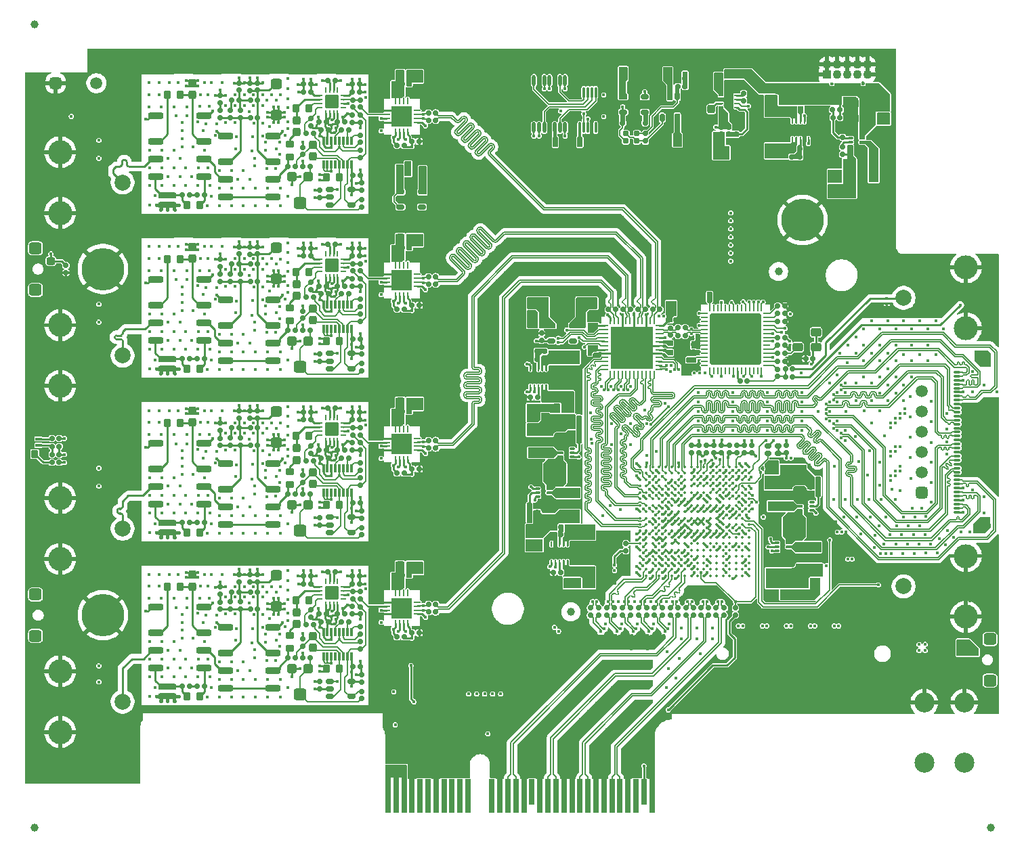
<source format=gbr>
%TF.GenerationSoftware,KiCad,Pcbnew,9.0.3*%
%TF.CreationDate,2025-09-21T22:43:26-04:00*%
%TF.ProjectId,Thunderscope_Rev5.2,5468756e-6465-4727-9363-6f70655f5265,rev?*%
%TF.SameCoordinates,Original*%
%TF.FileFunction,Copper,L1,Top*%
%TF.FilePolarity,Positive*%
%FSLAX46Y46*%
G04 Gerber Fmt 4.6, Leading zero omitted, Abs format (unit mm)*
G04 Created by KiCad (PCBNEW 9.0.3) date 2025-09-21 22:43:26*
%MOMM*%
%LPD*%
G01*
G04 APERTURE LIST*
G04 Aperture macros list*
%AMRoundRect*
0 Rectangle with rounded corners*
0 $1 Rounding radius*
0 $2 $3 $4 $5 $6 $7 $8 $9 X,Y pos of 4 corners*
0 Add a 4 corners polygon primitive as box body*
4,1,4,$2,$3,$4,$5,$6,$7,$8,$9,$2,$3,0*
0 Add four circle primitives for the rounded corners*
1,1,$1+$1,$2,$3*
1,1,$1+$1,$4,$5*
1,1,$1+$1,$6,$7*
1,1,$1+$1,$8,$9*
0 Add four rect primitives between the rounded corners*
20,1,$1+$1,$2,$3,$4,$5,0*
20,1,$1+$1,$4,$5,$6,$7,0*
20,1,$1+$1,$6,$7,$8,$9,0*
20,1,$1+$1,$8,$9,$2,$3,0*%
G04 Aperture macros list end*
%TA.AperFunction,SMDPad,CuDef*%
%ADD10RoundRect,0.150000X-0.150000X0.150000X-0.150000X-0.150000X0.150000X-0.150000X0.150000X0.150000X0*%
%TD*%
%TA.AperFunction,SMDPad,CuDef*%
%ADD11RoundRect,0.150000X0.150000X-0.150000X0.150000X0.150000X-0.150000X0.150000X-0.150000X-0.150000X0*%
%TD*%
%TA.AperFunction,ComponentPad*%
%ADD12C,2.000000*%
%TD*%
%TA.AperFunction,ComponentPad*%
%ADD13C,3.000000*%
%TD*%
%TA.AperFunction,SMDPad,CuDef*%
%ADD14RoundRect,0.160000X0.160000X0.160000X-0.160000X0.160000X-0.160000X-0.160000X0.160000X-0.160000X0*%
%TD*%
%TA.AperFunction,SMDPad,CuDef*%
%ADD15RoundRect,0.200000X0.200000X2.575000X-0.200000X2.575000X-0.200000X-2.575000X0.200000X-2.575000X0*%
%TD*%
%TA.AperFunction,SMDPad,CuDef*%
%ADD16RoundRect,0.200000X-0.200000X-1.700000X0.200000X-1.700000X0.200000X1.700000X-0.200000X1.700000X0*%
%TD*%
%TA.AperFunction,SMDPad,CuDef*%
%ADD17RoundRect,0.200000X2.290000X-0.200000X2.290000X0.200000X-2.290000X0.200000X-2.290000X-0.200000X0*%
%TD*%
%TA.AperFunction,SMDPad,CuDef*%
%ADD18RoundRect,0.200000X-2.290000X0.200000X-2.290000X-0.200000X2.290000X-0.200000X2.290000X0.200000X0*%
%TD*%
%TA.AperFunction,SMDPad,CuDef*%
%ADD19RoundRect,0.200000X1.700000X-0.200000X1.700000X0.200000X-1.700000X0.200000X-1.700000X-0.200000X0*%
%TD*%
%TA.AperFunction,SMDPad,CuDef*%
%ADD20RoundRect,0.200000X-1.700000X0.200000X-1.700000X-0.200000X1.700000X-0.200000X1.700000X0.200000X0*%
%TD*%
%TA.AperFunction,SMDPad,CuDef*%
%ADD21RoundRect,0.200000X-0.200000X-2.575000X0.200000X-2.575000X0.200000X2.575000X-0.200000X2.575000X0*%
%TD*%
%TA.AperFunction,SMDPad,CuDef*%
%ADD22RoundRect,0.200000X0.200000X1.700000X-0.200000X1.700000X-0.200000X-1.700000X0.200000X-1.700000X0*%
%TD*%
%TA.AperFunction,SMDPad,CuDef*%
%ADD23RoundRect,0.160000X0.160000X-0.160000X0.160000X0.160000X-0.160000X0.160000X-0.160000X-0.160000X0*%
%TD*%
%TA.AperFunction,SMDPad,CuDef*%
%ADD24RoundRect,0.150000X0.150000X0.150000X-0.150000X0.150000X-0.150000X-0.150000X0.150000X-0.150000X0*%
%TD*%
%TA.AperFunction,SMDPad,CuDef*%
%ADD25RoundRect,0.062500X0.062500X0.237500X-0.062500X0.237500X-0.062500X-0.237500X0.062500X-0.237500X0*%
%TD*%
%TA.AperFunction,SMDPad,CuDef*%
%ADD26RoundRect,0.060000X0.940000X0.540000X-0.940000X0.540000X-0.940000X-0.540000X0.940000X-0.540000X0*%
%TD*%
%TA.AperFunction,SMDPad,CuDef*%
%ADD27RoundRect,0.160000X-0.160000X-0.160000X0.160000X-0.160000X0.160000X0.160000X-0.160000X0.160000X0*%
%TD*%
%TA.AperFunction,SMDPad,CuDef*%
%ADD28RoundRect,0.160000X-0.160000X0.160000X-0.160000X-0.160000X0.160000X-0.160000X0.160000X0.160000X0*%
%TD*%
%TA.AperFunction,SMDPad,CuDef*%
%ADD29RoundRect,0.225000X-0.225000X0.275000X-0.225000X-0.275000X0.225000X-0.275000X0.225000X0.275000X0*%
%TD*%
%TA.AperFunction,SMDPad,CuDef*%
%ADD30RoundRect,0.062500X-0.062500X-0.237500X0.062500X-0.237500X0.062500X0.237500X-0.062500X0.237500X0*%
%TD*%
%TA.AperFunction,SMDPad,CuDef*%
%ADD31RoundRect,0.060000X-0.940000X-0.540000X0.940000X-0.540000X0.940000X0.540000X-0.940000X0.540000X0*%
%TD*%
%TA.AperFunction,SMDPad,CuDef*%
%ADD32RoundRect,0.150000X-0.150000X-0.150000X0.150000X-0.150000X0.150000X0.150000X-0.150000X0.150000X0*%
%TD*%
%TA.AperFunction,SMDPad,CuDef*%
%ADD33RoundRect,0.237500X0.287500X-0.237500X0.287500X0.237500X-0.287500X0.237500X-0.287500X-0.237500X0*%
%TD*%
%TA.AperFunction,SMDPad,CuDef*%
%ADD34RoundRect,0.150000X0.350000X-0.150000X0.350000X0.150000X-0.350000X0.150000X-0.350000X-0.150000X0*%
%TD*%
%TA.AperFunction,SMDPad,CuDef*%
%ADD35RoundRect,0.190500X0.934500X0.190500X-0.934500X0.190500X-0.934500X-0.190500X0.934500X-0.190500X0*%
%TD*%
%TA.AperFunction,SMDPad,CuDef*%
%ADD36RoundRect,0.300000X0.300000X0.300000X-0.300000X0.300000X-0.300000X-0.300000X0.300000X-0.300000X0*%
%TD*%
%TA.AperFunction,SMDPad,CuDef*%
%ADD37RoundRect,0.375000X0.425000X0.375000X-0.425000X0.375000X-0.425000X-0.375000X0.425000X-0.375000X0*%
%TD*%
%TA.AperFunction,SMDPad,CuDef*%
%ADD38RoundRect,0.200000X-0.730000X0.200000X-0.730000X-0.200000X0.730000X-0.200000X0.730000X0.200000X0*%
%TD*%
%TA.AperFunction,SMDPad,CuDef*%
%ADD39RoundRect,0.225000X-0.275000X-0.225000X0.275000X-0.225000X0.275000X0.225000X-0.275000X0.225000X0*%
%TD*%
%TA.AperFunction,SMDPad,CuDef*%
%ADD40RoundRect,0.325000X-0.375000X-0.325000X0.375000X-0.325000X0.375000X0.325000X-0.375000X0.325000X0*%
%TD*%
%TA.AperFunction,SMDPad,CuDef*%
%ADD41RoundRect,0.062500X0.187500X-0.062500X0.187500X0.062500X-0.187500X0.062500X-0.187500X-0.062500X0*%
%TD*%
%TA.AperFunction,SMDPad,CuDef*%
%ADD42RoundRect,0.045000X0.405000X-0.755000X0.405000X0.755000X-0.405000X0.755000X-0.405000X-0.755000X0*%
%TD*%
%TA.AperFunction,SMDPad,CuDef*%
%ADD43RoundRect,0.375000X-0.425000X0.375000X-0.425000X-0.375000X0.425000X-0.375000X0.425000X0.375000X0*%
%TD*%
%TA.AperFunction,SMDPad,CuDef*%
%ADD44RoundRect,0.375000X0.425000X-0.375000X0.425000X0.375000X-0.425000X0.375000X-0.425000X-0.375000X0*%
%TD*%
%TA.AperFunction,SMDPad,CuDef*%
%ADD45RoundRect,0.250000X-0.275000X0.250000X-0.275000X-0.250000X0.275000X-0.250000X0.275000X0.250000X0*%
%TD*%
%TA.AperFunction,SMDPad,CuDef*%
%ADD46RoundRect,0.075000X-0.075000X0.450000X-0.075000X-0.450000X0.075000X-0.450000X0.075000X0.450000X0*%
%TD*%
%TA.AperFunction,SMDPad,CuDef*%
%ADD47RoundRect,0.237500X-0.237500X-0.287500X0.237500X-0.287500X0.237500X0.287500X-0.237500X0.287500X0*%
%TD*%
%TA.AperFunction,SMDPad,CuDef*%
%ADD48O,0.900000X0.250000*%
%TD*%
%TA.AperFunction,SMDPad,CuDef*%
%ADD49O,0.250000X0.900000*%
%TD*%
%TA.AperFunction,SMDPad,CuDef*%
%ADD50R,5.280000X5.280000*%
%TD*%
%TA.AperFunction,SMDPad,CuDef*%
%ADD51RoundRect,0.225000X0.275000X0.225000X-0.275000X0.225000X-0.275000X-0.225000X0.275000X-0.225000X0*%
%TD*%
%TA.AperFunction,SMDPad,CuDef*%
%ADD52O,0.800000X0.250000*%
%TD*%
%TA.AperFunction,SMDPad,CuDef*%
%ADD53O,0.250000X0.800000*%
%TD*%
%TA.AperFunction,SMDPad,CuDef*%
%ADD54RoundRect,0.084000X-0.756000X-0.756000X0.756000X-0.756000X0.756000X0.756000X-0.756000X0.756000X0*%
%TD*%
%TA.AperFunction,SMDPad,CuDef*%
%ADD55RoundRect,0.325000X0.425000X0.325000X-0.425000X0.325000X-0.425000X-0.325000X0.425000X-0.325000X0*%
%TD*%
%TA.AperFunction,SMDPad,CuDef*%
%ADD56RoundRect,0.237500X-0.287500X0.237500X-0.287500X-0.237500X0.287500X-0.237500X0.287500X0.237500X0*%
%TD*%
%TA.AperFunction,SMDPad,CuDef*%
%ADD57RoundRect,0.237500X0.237500X0.287500X-0.237500X0.287500X-0.237500X-0.287500X0.237500X-0.287500X0*%
%TD*%
%TA.AperFunction,SMDPad,CuDef*%
%ADD58RoundRect,0.325000X0.325000X-0.425000X0.325000X0.425000X-0.325000X0.425000X-0.325000X-0.425000X0*%
%TD*%
%TA.AperFunction,SMDPad,CuDef*%
%ADD59RoundRect,0.075000X0.260000X-0.075000X0.260000X0.075000X-0.260000X0.075000X-0.260000X-0.075000X0*%
%TD*%
%TA.AperFunction,SMDPad,CuDef*%
%ADD60O,0.250000X0.850000*%
%TD*%
%TA.AperFunction,SMDPad,CuDef*%
%ADD61O,0.850000X0.250000*%
%TD*%
%TA.AperFunction,SMDPad,CuDef*%
%ADD62RoundRect,0.065000X-1.235000X1.235000X-1.235000X-1.235000X1.235000X-1.235000X1.235000X1.235000X0*%
%TD*%
%TA.AperFunction,SMDPad,CuDef*%
%ADD63O,0.200000X0.850000*%
%TD*%
%TA.AperFunction,SMDPad,CuDef*%
%ADD64O,0.850000X0.200000*%
%TD*%
%TA.AperFunction,SMDPad,CuDef*%
%ADD65RoundRect,0.160000X3.040000X-3.040000X3.040000X3.040000X-3.040000X3.040000X-3.040000X-3.040000X0*%
%TD*%
%TA.AperFunction,SMDPad,CuDef*%
%ADD66RoundRect,0.325000X-0.425000X-0.325000X0.425000X-0.325000X0.425000X0.325000X-0.425000X0.325000X0*%
%TD*%
%TA.AperFunction,SMDPad,CuDef*%
%ADD67RoundRect,0.325000X-0.325000X0.425000X-0.325000X-0.425000X0.325000X-0.425000X0.325000X0.425000X0*%
%TD*%
%TA.AperFunction,SMDPad,CuDef*%
%ADD68RoundRect,0.307500X1.052500X0.307500X-1.052500X0.307500X-1.052500X-0.307500X1.052500X-0.307500X0*%
%TD*%
%TA.AperFunction,SMDPad,CuDef*%
%ADD69RoundRect,0.275000X0.375000X0.275000X-0.375000X0.275000X-0.375000X-0.275000X0.375000X-0.275000X0*%
%TD*%
%TA.AperFunction,SMDPad,CuDef*%
%ADD70RoundRect,0.275000X-0.375000X-0.275000X0.375000X-0.275000X0.375000X0.275000X-0.375000X0.275000X0*%
%TD*%
%TA.AperFunction,ComponentPad*%
%ADD71R,1.090000X1.090000*%
%TD*%
%TA.AperFunction,ComponentPad*%
%ADD72C,1.090000*%
%TD*%
%TA.AperFunction,SMDPad,CuDef*%
%ADD73RoundRect,0.085000X-0.852064X-0.371231X-0.371231X-0.852064X0.852064X0.371231X0.371231X0.852064X0*%
%TD*%
%TA.AperFunction,SMDPad,CuDef*%
%ADD74RoundRect,0.110000X-0.905097X-0.282843X-0.282843X-0.905097X0.905097X0.282843X0.282843X0.905097X0*%
%TD*%
%TA.AperFunction,SMDPad,CuDef*%
%ADD75C,1.000000*%
%TD*%
%TA.AperFunction,SMDPad,CuDef*%
%ADD76O,0.350000X1.400000*%
%TD*%
%TA.AperFunction,SMDPad,CuDef*%
%ADD77RoundRect,0.307500X-1.052500X-0.307500X1.052500X-0.307500X1.052500X0.307500X-1.052500X0.307500X0*%
%TD*%
%TA.AperFunction,SMDPad,CuDef*%
%ADD78RoundRect,0.175000X0.225000X0.175000X-0.225000X0.175000X-0.225000X-0.175000X0.225000X-0.175000X0*%
%TD*%
%TA.AperFunction,SMDPad,CuDef*%
%ADD79RoundRect,0.175000X-0.225000X-0.175000X0.225000X-0.175000X0.225000X0.175000X-0.225000X0.175000X0*%
%TD*%
%TA.AperFunction,ComponentPad*%
%ADD80C,2.500000*%
%TD*%
%TA.AperFunction,SMDPad,CuDef*%
%ADD81RoundRect,0.225000X0.225000X-0.275000X0.225000X0.275000X-0.225000X0.275000X-0.225000X-0.275000X0*%
%TD*%
%TA.AperFunction,SMDPad,CuDef*%
%ADD82RoundRect,0.150000X-0.350000X0.150000X-0.350000X-0.150000X0.350000X-0.150000X0.350000X0.150000X0*%
%TD*%
%TA.AperFunction,SMDPad,CuDef*%
%ADD83RoundRect,0.075000X-0.175000X-0.075000X0.175000X-0.075000X0.175000X0.075000X-0.175000X0.075000X0*%
%TD*%
%TA.AperFunction,SMDPad,CuDef*%
%ADD84RoundRect,0.307500X0.307500X-1.052500X0.307500X1.052500X-0.307500X1.052500X-0.307500X-1.052500X0*%
%TD*%
%TA.AperFunction,SMDPad,CuDef*%
%ADD85RoundRect,0.075000X-0.260000X0.075000X-0.260000X-0.075000X0.260000X-0.075000X0.260000X0.075000X0*%
%TD*%
%TA.AperFunction,SMDPad,CuDef*%
%ADD86R,0.700000X4.200000*%
%TD*%
%TA.AperFunction,SMDPad,CuDef*%
%ADD87R,0.700000X3.200000*%
%TD*%
%TA.AperFunction,SMDPad,CuDef*%
%ADD88RoundRect,0.250000X0.275000X-0.250000X0.275000X0.250000X-0.275000X0.250000X-0.275000X-0.250000X0*%
%TD*%
%TA.AperFunction,SMDPad,CuDef*%
%ADD89RoundRect,0.075000X0.350000X-0.075000X0.350000X0.075000X-0.350000X0.075000X-0.350000X-0.075000X0*%
%TD*%
%TA.AperFunction,SMDPad,CuDef*%
%ADD90RoundRect,0.200000X0.800000X-0.200000X0.800000X0.200000X-0.800000X0.200000X-0.800000X-0.200000X0*%
%TD*%
%TA.AperFunction,SMDPad,CuDef*%
%ADD91C,0.350000*%
%TD*%
%TA.AperFunction,ComponentPad*%
%ADD92RoundRect,0.375000X-0.375000X-0.375000X0.375000X-0.375000X0.375000X0.375000X-0.375000X0.375000X0*%
%TD*%
%TA.AperFunction,ComponentPad*%
%ADD93C,1.500000*%
%TD*%
%TA.AperFunction,SMDPad,CuDef*%
%ADD94O,0.450000X1.400000*%
%TD*%
%TA.AperFunction,SMDPad,CuDef*%
%ADD95RoundRect,0.135000X0.315000X-0.365000X0.315000X0.365000X-0.315000X0.365000X-0.315000X-0.365000X0*%
%TD*%
%TA.AperFunction,SMDPad,CuDef*%
%ADD96RoundRect,0.060000X0.340000X-0.140000X0.340000X0.140000X-0.340000X0.140000X-0.340000X-0.140000X0*%
%TD*%
%TA.AperFunction,SMDPad,CuDef*%
%ADD97RoundRect,0.160000X0.190000X-0.160000X0.190000X0.160000X-0.190000X0.160000X-0.190000X-0.160000X0*%
%TD*%
%TA.AperFunction,SMDPad,CuDef*%
%ADD98RoundRect,0.150000X-0.150000X-0.350000X0.150000X-0.350000X0.150000X0.350000X-0.150000X0.350000X0*%
%TD*%
%TA.AperFunction,ComponentPad*%
%ADD99C,5.300000*%
%TD*%
%TA.AperFunction,ComponentPad*%
%ADD100RoundRect,0.375000X0.375000X-0.375000X0.375000X0.375000X-0.375000X0.375000X-0.375000X-0.375000X0*%
%TD*%
%TA.AperFunction,ViaPad*%
%ADD101C,0.406400*%
%TD*%
%TA.AperFunction,Conductor*%
%ADD102C,0.250000*%
%TD*%
%TA.AperFunction,Conductor*%
%ADD103C,0.152400*%
%TD*%
%TA.AperFunction,Conductor*%
%ADD104C,0.600000*%
%TD*%
%TA.AperFunction,Conductor*%
%ADD105C,0.254000*%
%TD*%
%TA.AperFunction,Conductor*%
%ADD106C,0.190790*%
%TD*%
%TA.AperFunction,Conductor*%
%ADD107C,0.203200*%
%TD*%
%TA.AperFunction,Conductor*%
%ADD108C,0.127000*%
%TD*%
%TA.AperFunction,Conductor*%
%ADD109C,0.213000*%
%TD*%
%TA.AperFunction,Conductor*%
%ADD110C,0.400000*%
%TD*%
%TA.AperFunction,Conductor*%
%ADD111C,0.450000*%
%TD*%
%TA.AperFunction,Conductor*%
%ADD112C,0.350000*%
%TD*%
%TA.AperFunction,Conductor*%
%ADD113C,0.700000*%
%TD*%
%TA.AperFunction,Conductor*%
%ADD114C,0.500000*%
%TD*%
G04 APERTURE END LIST*
D10*
%TO.P,R1033_1,1,1*%
%TO.N,+3V3_PGA*%
X134676085Y-69928600D03*
%TO.P,R1033_1,2,2*%
%TO.N,/PGA_CSn_1*%
X133776085Y-69928600D03*
%TD*%
D11*
%TO.P,FB1000_4,1,1*%
%TO.N,/CH4/+VPGA*%
X134401105Y-123713600D03*
%TO.P,FB1000_4,2,2*%
%TO.N,+5V*%
X135301105Y-123713600D03*
%TD*%
D12*
%TO.P,J1002_3,1,Signal*%
%TO.N,/CH3/BNC_IN*%
X99476095Y-117878600D03*
D13*
%TO.P,J1002_3,2,SHIELD*%
%TO.N,GND*%
X91676095Y-121678600D03*
X91676095Y-114078600D03*
%TD*%
D14*
%TO.P,C1045_1,1,1*%
%TO.N,+5V*%
X129351095Y-75563600D03*
%TO.P,C1045_1,2,2*%
%TO.N,GND*%
X129351095Y-74643600D03*
%TD*%
D15*
%TO.P,SHLD1001_2,1,1*%
%TO.N,GND*%
X130613695Y-97022990D03*
D16*
X130611095Y-90253590D03*
D15*
X130611095Y-83478990D03*
D17*
X128523395Y-99398390D03*
D18*
X128521395Y-81103590D03*
D19*
X122033695Y-99398390D03*
D20*
X122031095Y-81103590D03*
D19*
X116033695Y-99398390D03*
D20*
X116031095Y-81103590D03*
D19*
X110033695Y-99398390D03*
D20*
X110031095Y-81103590D03*
D17*
X103543395Y-99398390D03*
D18*
X103541395Y-81103590D03*
D21*
X101453695Y-97022990D03*
D22*
X101451095Y-90253590D03*
D21*
X101451095Y-83478990D03*
%TD*%
D23*
%TO.P,C185,1,1*%
%TO.N,GND*%
X153321095Y-123343600D03*
%TO.P,C185,2,2*%
%TO.N,Net-(U22-NR{slash}SS)*%
X154241095Y-123343600D03*
%TD*%
D12*
%TO.P,J1002_2,1,Signal*%
%TO.N,/CH2/BNC_IN*%
X99476095Y-96228600D03*
D13*
%TO.P,J1002_2,2,SHIELD*%
%TO.N,GND*%
X91676095Y-100028600D03*
X91676095Y-92428600D03*
%TD*%
D24*
%TO.P,R1042_2,1,1*%
%TO.N,-VBIAS*%
X129176095Y-87553590D03*
%TO.P,R1042_2,2,2*%
%TO.N,/CH2/DC_FB*%
X129176095Y-86653590D03*
%TD*%
D25*
%TO.P,U15,1,OUT*%
%TO.N,+5V*%
X183206076Y-69178599D03*
%TO.P,U15,2,OUT*%
X183706076Y-69178599D03*
%TO.P,U15,3,FB*%
%TO.N,Net-(U15-FB)*%
X184206076Y-69178599D03*
%TO.P,U15,4,GND*%
%TO.N,GND*%
X184706076Y-69178599D03*
%TO.P,U15,5,PG*%
%TO.N,/FPGA/FPGA IO Banks/FE_PG*%
X185206076Y-69178599D03*
%TO.P,U15,6,SS_CTRL*%
%TO.N,GND*%
X185206076Y-66878599D03*
%TO.P,U15,7,EN*%
%TO.N,/ACQ and FE Voltage Regs/FE_EN*%
X184706076Y-66878599D03*
%TO.P,U15,8,NR/SS*%
%TO.N,Net-(U15-NR{slash}SS)*%
X184206076Y-66878599D03*
%TO.P,U15,9,IN*%
%TO.N,/ACQ and FE Voltage Regs/+5V3_R_LDO*%
X183706076Y-66878599D03*
%TO.P,U15,10,IN*%
X183206076Y-66878599D03*
D26*
%TO.P,U15,11,PAD*%
%TO.N,GND*%
X184206076Y-68028599D03*
%TD*%
D27*
%TO.P,C1025_1,1,1*%
%TO.N,GND*%
X114051095Y-62118600D03*
%TO.P,C1025_1,2,2*%
%TO.N,Net-(C1023_1-Pad1)*%
X114051095Y-63038600D03*
%TD*%
%TO.P,C1011_3,1,1*%
%TO.N,GND*%
X111701095Y-104693600D03*
%TO.P,C1011_3,2,2*%
%TO.N,Net-(C1011_3-Pad2)*%
X111701095Y-105613600D03*
%TD*%
D28*
%TO.P,C1047_3,1,1*%
%TO.N,+5V*%
X123011095Y-104278600D03*
%TO.P,C1047_3,2,2*%
%TO.N,GND*%
X122091095Y-104278600D03*
%TD*%
D11*
%TO.P,R85,1,1*%
%TO.N,Net-(D1-B)*%
X90651105Y-108603600D03*
%TO.P,R85,2,2*%
%TO.N,/FPGA/LED_B*%
X91551105Y-108603600D03*
%TD*%
D29*
%TO.P,R1003_3,1,1*%
%TO.N,Net-(U1001_3-S1B)*%
X126576095Y-114903600D03*
%TO.P,R1003_3,2,2*%
%TO.N,GND*%
X124976095Y-114903600D03*
%TD*%
D11*
%TO.P,R1002_4,1,1*%
%TO.N,Net-(C1012_4-Pad1)*%
X113126105Y-125788600D03*
%TO.P,R1002_4,2,2*%
%TO.N,Net-(C1023_4-Pad1)*%
X114026105Y-125788600D03*
%TD*%
D30*
%TO.P,U22,1,OUT*%
%TO.N,+1V2_MGT*%
X155101095Y-119803600D03*
%TO.P,U22,2,OUT*%
X154601095Y-119803600D03*
%TO.P,U22,3,FB*%
%TO.N,Net-(U22-FB)*%
X154101095Y-119803600D03*
%TO.P,U22,4,GND*%
%TO.N,GND*%
X153601095Y-119803600D03*
%TO.P,U22,5,PG*%
%TO.N,unconnected-(U22-PG-Pad5)*%
X153101095Y-119803600D03*
%TO.P,U22,6,SS_CTRL*%
%TO.N,/FPGA/FPGA Voltage Regs/+1V8_R_LDO*%
X153101095Y-122103600D03*
%TO.P,U22,7,EN*%
%TO.N,/FPGA/FPGA Voltage Regs/PG_1V8*%
X153601095Y-122103600D03*
%TO.P,U22,8,NR/SS*%
%TO.N,Net-(U22-NR{slash}SS)*%
X154101095Y-122103600D03*
%TO.P,U22,9,IN*%
%TO.N,/FPGA/FPGA Voltage Regs/+1V8_R_LDO*%
X154601095Y-122103600D03*
%TO.P,U22,10,IN*%
X155101095Y-122103600D03*
D31*
%TO.P,U22,11,PAD*%
%TO.N,GND*%
X154101095Y-120953600D03*
%TD*%
D32*
%TO.P,R1001_2,1,1*%
%TO.N,Net-(C1011_2-Pad2)*%
X111701095Y-86078610D03*
%TO.P,R1001_2,2,2*%
%TO.N,/CH2/ATTEN_50X_IN*%
X111701095Y-86978610D03*
%TD*%
D29*
%TO.P,R1022_3,1,1*%
%TO.N,/CH3/TERM_1M_R*%
X106651095Y-104641100D03*
%TO.P,R1022_3,2,2*%
%TO.N,/CH3/TERM_1M*%
X105051095Y-104641100D03*
%TD*%
D33*
%TO.P,C1039_2,1,1*%
%TO.N,GND*%
X132736095Y-81483600D03*
%TO.P,C1039_2,2,2*%
%TO.N,/CH2/+VPGA*%
X134186095Y-81483600D03*
%TD*%
D34*
%TO.P,U1011_2,1,OUT*%
%TO.N,/CH2/OPA_OUT*%
X125401095Y-95966100D03*
%TO.P,U1011_2,2,V-*%
%TO.N,-5V*%
X125401095Y-96916100D03*
%TO.P,U1011_2,3,+*%
%TO.N,Net-(U1001_2-S1B)*%
X125401095Y-97866100D03*
%TO.P,U1011_2,4,-*%
%TO.N,/CH2/DC_FB*%
X128101095Y-97866100D03*
%TO.P,U1011_2,5,V+*%
%TO.N,+5V*%
X128101095Y-95966100D03*
%TD*%
D35*
%TO.P,R1025_2,1,1*%
%TO.N,GND*%
X105101095Y-97866100D03*
%TO.P,R1025_2,2,2*%
%TO.N,/CH2/TERM_50Z*%
X105101095Y-96716100D03*
%TD*%
D29*
%TO.P,R1038_4,1,1*%
%TO.N,/CH4/BUF_IN_BIAS*%
X122776095Y-126803600D03*
%TO.P,R1038_4,2,2*%
%TO.N,/CH4/BUF_IN*%
X121176095Y-126803600D03*
%TD*%
D11*
%TO.P,R1043_1,1,1*%
%TO.N,/CH1/BUF_IN_AUX*%
X122451105Y-68428600D03*
%TO.P,R1043_1,2,2*%
%TO.N,/CH1/OPA_OUT*%
X123351105Y-68428600D03*
%TD*%
D32*
%TO.P,R37,1,1*%
%TO.N,/FPGA/MGT_RX3_N*%
X168917200Y-127803610D03*
%TO.P,R37,2,2*%
%TO.N,/TS-PCIe Components/PCIe_PET0_N*%
X168917200Y-128703610D03*
%TD*%
D23*
%TO.P,C66,1,1*%
%TO.N,Net-(U7-IC2P)*%
X181366095Y-95953600D03*
%TO.P,C66,2,2*%
%TO.N,/Clock Generator/INTREF*%
X182286095Y-95953600D03*
%TD*%
D11*
%TO.P,FB1000_3,1,1*%
%TO.N,/CH3/+VPGA*%
X134401105Y-103213600D03*
%TO.P,FB1000_3,2,2*%
%TO.N,+5V*%
X135301105Y-103213600D03*
%TD*%
D36*
%TO.P,R1049_2,1,1*%
%TO.N,/CH2/DC_FB_TRIM*%
X122651095Y-94378600D03*
D37*
%TO.P,R1049_2,2,2*%
X121651095Y-97628600D03*
D36*
%TO.P,R1049_2,3,3*%
%TO.N,GND*%
X120651095Y-94378600D03*
%TD*%
D38*
%TO.P,K1000_3,1,1*%
%TO.N,Net-(D1000_3-K)*%
X103651095Y-107216100D03*
%TO.P,K1000_3,2,2*%
%TO.N,/CH3/TERM_1M*%
X103651095Y-110416100D03*
%TO.P,K1000_3,3,3*%
%TO.N,/CH3/BNC_IN*%
X103651095Y-112616100D03*
%TO.P,K1000_3,4,4*%
%TO.N,/CH3/TERM_50Z*%
X103651095Y-114816100D03*
%TO.P,K1000_3,5,5*%
%TO.N,/CH3/TERM_50Z_R*%
X109591095Y-114816100D03*
%TO.P,K1000_3,6,6*%
%TO.N,/CH3/ATTEN_IN*%
X109591095Y-112616100D03*
%TO.P,K1000_3,7,7*%
%TO.N,/CH3/TERM_1M_R*%
X109591095Y-110416100D03*
%TO.P,K1000_3,8,8*%
%TO.N,Net-(D1000_3-A)*%
X109591095Y-107216100D03*
%TD*%
D23*
%TO.P,C1001_3,1,1*%
%TO.N,Net-(U1001_3-S3A)*%
X126791095Y-109028600D03*
%TO.P,C1001_3,2,2*%
%TO.N,Net-(U1001_3-S2A)*%
X127711095Y-109028600D03*
%TD*%
%TO.P,C1046_1,1,1*%
%TO.N,+5V*%
X128191105Y-62278590D03*
%TO.P,C1046_1,2,2*%
%TO.N,GND*%
X129111105Y-62278590D03*
%TD*%
D10*
%TO.P,R127,1,1*%
%TO.N,Net-(U22-FB)*%
X154231085Y-118628600D03*
%TO.P,R127,2,2*%
%TO.N,GND*%
X153331085Y-118628600D03*
%TD*%
D39*
%TO.P,R120,1,1*%
%TO.N,/FPGA/FPGA Voltage Regs/+1V8_R*%
X151001095Y-118053601D03*
%TO.P,R120,2,2*%
%TO.N,+1V8*%
X151001095Y-119653599D03*
%TD*%
D29*
%TO.P,R1022_2,1,1*%
%TO.N,/CH2/TERM_1M_R*%
X106651095Y-84141100D03*
%TO.P,R1022_2,2,2*%
%TO.N,/CH2/TERM_1M*%
X105051095Y-84141100D03*
%TD*%
D14*
%TO.P,C47,1,1*%
%TO.N,/TS-USB4 Components/M2_REFCLK_P*%
X157976095Y-128738600D03*
%TO.P,C47,2,2*%
%TO.N,/MGT_CLK1_P*%
X157976095Y-127818600D03*
%TD*%
D28*
%TO.P,C1024_1,1,1*%
%TO.N,/CH1/ATTEN_50X_OUT*%
X116351095Y-64288600D03*
%TO.P,C1024_1,2,2*%
%TO.N,Net-(C1023_1-Pad1)*%
X115431095Y-64288600D03*
%TD*%
D32*
%TO.P,R38,1,1*%
%TO.N,/FPGA/MGT_RX3_P*%
X167976095Y-127803610D03*
%TO.P,R38,2,2*%
%TO.N,/TS-PCIe Components/PCIe_PET0_P*%
X167976095Y-128703610D03*
%TD*%
D40*
%TO.P,C1059_1,1,1*%
%TO.N,/CH1/ATTEN_50X_OUT*%
X118651095Y-62203600D03*
%TO.P,C1059_1,2,2*%
%TO.N,GND*%
X118651095Y-66103600D03*
%TD*%
D41*
%TO.P,U13,1,VIN*%
%TO.N,/ACQ and FE Voltage Regs/+5V3_R_CP*%
X174281074Y-63668599D03*
%TO.P,U13,2,GND*%
%TO.N,GND*%
X174281074Y-64168594D03*
%TO.P,U13,3,CPOUT*%
%TO.N,Net-(U13-CPOUT)*%
X174281081Y-64668597D03*
%TO.P,U13,4,VOUT*%
%TO.N,/ACQ and FE Voltage Regs/-5V_R*%
X174281074Y-65168599D03*
%TO.P,U13,5,VFB*%
%TO.N,Net-(U13-VFB)*%
X176181077Y-65168592D03*
%TO.P,U13,6,EN*%
%TO.N,/ACQ and FE Voltage Regs/FE_EN*%
X176181077Y-64668597D03*
%TO.P,U13,7,C1-*%
%TO.N,Net-(U13-C1-)*%
X176181077Y-64168601D03*
%TO.P,U13,8,C1+*%
%TO.N,Net-(U13-C1+)*%
X176181077Y-63668592D03*
D42*
%TO.P,U13,9,PAD*%
%TO.N,GND*%
X175231072Y-64418599D03*
%TD*%
D43*
%TO.P,J12,*%
%TO.N,*%
X88587500Y-82803600D03*
D44*
X88587500Y-88003600D03*
D45*
%TO.P,J12,1,1*%
%TO.N,/SPRING*%
X90512500Y-84403600D03*
%TO.P,J12,2,2*%
%TO.N,GND*%
X90512500Y-86403600D03*
%TD*%
D32*
%TO.P,R1041_1,1,1*%
%TO.N,/CH1/BUF_OUT*%
X128226095Y-64253610D03*
%TO.P,R1041_1,2,2*%
%TO.N,/CH1/DC_FB*%
X128226095Y-65153610D03*
%TD*%
D10*
%TO.P,R19,1,1*%
%TO.N,/CH3_P*%
X162944145Y-90478600D03*
%TO.P,R19,2,2*%
%TO.N,/CH3_N*%
X162044145Y-90478600D03*
%TD*%
D23*
%TO.P,C16,1,1*%
%TO.N,/ADC/+1V8A*%
X167741095Y-91753600D03*
%TO.P,C16,2,2*%
%TO.N,GND*%
X168661095Y-91753600D03*
%TD*%
%TO.P,C1052_3,1,1*%
%TO.N,GND*%
X124016095Y-108028600D03*
%TO.P,C1052_3,2,2*%
%TO.N,-5V*%
X124936095Y-108028600D03*
%TD*%
D32*
%TO.P,R79,1,1*%
%TO.N,+3V3*%
X174351095Y-107478610D03*
%TO.P,R79,2,2*%
%TO.N,/FPGA/FPGA IO Banks/HWID2*%
X174351095Y-108378610D03*
%TD*%
D12*
%TO.P,J1002_4,1,Signal*%
%TO.N,/CH4/BNC_IN*%
X99476095Y-139528600D03*
D13*
%TO.P,J1002_4,2,SHIELD*%
%TO.N,GND*%
X91676095Y-143328600D03*
X91676095Y-135728600D03*
%TD*%
D46*
%TO.P,U1001_1,1,S2B*%
%TO.N,Net-(U1001_1-S2B)*%
X128076095Y-69353600D03*
%TO.P,U1001_1,2,S2A*%
%TO.N,Net-(U1001_1-S2A)*%
X127576095Y-69353600D03*
%TO.P,U1001_1,3,S3B*%
%TO.N,Net-(U1001_1-S3B)*%
X127076095Y-69353600D03*
%TO.P,U1001_1,4,D3*%
%TO.N,/CH1/OPA_OUT*%
X126576095Y-69353600D03*
%TO.P,U1001_1,5,S3A*%
%TO.N,Net-(U1001_1-S3A)*%
X126076095Y-69353600D03*
%TO.P,U1001_1,6,~{EN}*%
%TO.N,GND*%
X125576095Y-69353600D03*
%TO.P,U1001_1,7,VSS*%
%TO.N,-5V*%
X125076095Y-69353600D03*
%TO.P,U1001_1,8,GND*%
%TO.N,GND*%
X124576095Y-69353600D03*
%TO.P,U1001_1,9,SEL3*%
%TO.N,/DC_CPL_1*%
X124576095Y-72353600D03*
%TO.P,U1001_1,10,SEL2*%
X125076095Y-72353600D03*
%TO.P,U1001_1,11,SEL1*%
X125576095Y-72353600D03*
%TO.P,U1001_1,12,S1A*%
%TO.N,unconnected-(U1001_1-S1A-Pad12)*%
X126076095Y-72353600D03*
%TO.P,U1001_1,13,S1B*%
%TO.N,Net-(U1001_1-S1B)*%
X126576095Y-72353600D03*
%TO.P,U1001_1,14,D1*%
%TO.N,Net-(U1001_1-D1)*%
X127076095Y-72353600D03*
%TO.P,U1001_1,15,D2*%
%TO.N,/CH1/DC_FB*%
X127576095Y-72353600D03*
%TO.P,U1001_1,16,VDD*%
%TO.N,+5V*%
X128076095Y-72353600D03*
%TD*%
D11*
%TO.P,R1039_1,1,1*%
%TO.N,/CH1/ATTEN_OUT*%
X120151105Y-72553600D03*
%TO.P,R1039_1,2,2*%
%TO.N,Net-(U1001_1-D1)*%
X121051105Y-72553600D03*
%TD*%
D29*
%TO.P,R1021_4,1,1*%
%TO.N,/CH4/TERM_50Z_R*%
X109101094Y-138866100D03*
%TO.P,R1021_4,2,2*%
%TO.N,/CH4/TERM_50Z*%
X107501096Y-138866100D03*
%TD*%
D32*
%TO.P,R75,1,1*%
%TO.N,+3V3*%
X178151095Y-107478610D03*
%TO.P,R75,2,2*%
%TO.N,/FPGA/FPGA IO Banks/HWID0*%
X178151095Y-108378610D03*
%TD*%
D14*
%TO.P,C1045_2,1,1*%
%TO.N,+5V*%
X129351095Y-96063600D03*
%TO.P,C1045_2,2,2*%
%TO.N,GND*%
X129351095Y-95143600D03*
%TD*%
D35*
%TO.P,R1025_4,1,1*%
%TO.N,GND*%
X105101095Y-138866100D03*
%TO.P,R1025_4,2,2*%
%TO.N,/CH4/TERM_50Z*%
X105101095Y-137716100D03*
%TD*%
D24*
%TO.P,R1047_2,1,1*%
%TO.N,Net-(U1001_2-D1)*%
X122001095Y-91578590D03*
%TO.P,R1047_2,2,2*%
%TO.N,GND*%
X122001095Y-90678590D03*
%TD*%
D29*
%TO.P,R1022_4,1,1*%
%TO.N,/CH4/TERM_1M_R*%
X106651095Y-125141100D03*
%TO.P,R1022_4,2,2*%
%TO.N,/CH4/TERM_1M*%
X105051095Y-125141100D03*
%TD*%
D28*
%TO.P,C76,1,1*%
%TO.N,+3V3_PGA*%
X136961094Y-73428600D03*
%TO.P,C76,2,2*%
%TO.N,GND*%
X136041094Y-73428600D03*
%TD*%
D24*
%TO.P,R1047_3,1,1*%
%TO.N,Net-(U1001_3-D1)*%
X122001095Y-112078590D03*
%TO.P,R1047_3,2,2*%
%TO.N,GND*%
X122001095Y-111178590D03*
%TD*%
D32*
%TO.P,R29,1,1*%
%TO.N,/FPGA/MGT_RX1_N*%
X172717200Y-127803610D03*
%TO.P,R29,2,2*%
%TO.N,/TS-PCIe Components/PCIe_PET2_N*%
X172717200Y-128703610D03*
%TD*%
D28*
%TO.P,C126,1,1*%
%TO.N,+3V3_PGA*%
X136961094Y-74428600D03*
%TO.P,C126,2,2*%
%TO.N,GND*%
X136041094Y-74428600D03*
%TD*%
D32*
%TO.P,R1044_4,1,1*%
%TO.N,/CH4/DC_FB*%
X129326095Y-138253610D03*
%TO.P,R1044_4,2,2*%
%TO.N,/CH4/DC_FB_TRIM*%
X129326095Y-139153610D03*
%TD*%
D10*
%TO.P,R129,1,1*%
%TO.N,Net-(U23-FB)*%
X156526085Y-105028600D03*
%TO.P,R129,2,2*%
%TO.N,/FPGA/FPGA Voltage Regs/+2V5_R*%
X155626085Y-105028600D03*
%TD*%
D47*
%TO.P,C122,1,1*%
%TO.N,GND*%
X180406076Y-68803600D03*
%TO.P,C122,2,2*%
%TO.N,+5V*%
X180406076Y-70253598D03*
%TD*%
D11*
%TO.P,R1002_2,1,1*%
%TO.N,Net-(C1012_2-Pad1)*%
X113126105Y-84788600D03*
%TO.P,R1002_2,2,2*%
%TO.N,Net-(C1023_2-Pad1)*%
X114026105Y-84788600D03*
%TD*%
D48*
%TO.P,U6,1,AVDD*%
%TO.N,/ADC/+1V8A*%
X159794145Y-92478610D03*
%TO.P,U6,2,CSn*%
%TO.N,/ADC/ADC_CSn*%
X159794145Y-92978610D03*
%TO.P,U6,3,SDATA*%
%TO.N,/ADC/ADC_SDATA*%
X159794145Y-93478610D03*
%TO.P,U6,4,SCLK*%
%TO.N,/ADC/ADC_SCLK*%
X159794145Y-93978610D03*
%TO.P,U6,5,RSTn*%
%TO.N,/ADC/ADC_RSTn*%
X159794145Y-94478610D03*
%TO.P,U6,6,PD*%
%TO.N,/ADC/ADC_PD*%
X159794145Y-94978610D03*
%TO.P,U6,7,DVDD*%
%TO.N,/ADC/+1V8D*%
X159794145Y-95478610D03*
%TO.P,U6,8,DVSS*%
%TO.N,GND*%
X159794145Y-95978610D03*
%TO.P,U6,9,D1A+*%
%TO.N,/ADC/D1A_P*%
X159794145Y-96478610D03*
%TO.P,U6,10,D1A-*%
%TO.N,/ADC/D1A_N*%
X159794145Y-96978610D03*
%TO.P,U6,11,D1B+*%
%TO.N,/ADC/D1B_P*%
X159794145Y-97478610D03*
%TO.P,U6,12,D1B-*%
%TO.N,/ADC/D1B_N*%
X159794145Y-97978610D03*
D49*
%TO.P,U6,13,D2A+*%
%TO.N,/ADC/D2A_P*%
X160419145Y-98603610D03*
%TO.P,U6,14,D2A-*%
%TO.N,/ADC/D2A_N*%
X160919145Y-98603610D03*
%TO.P,U6,15,D2B+*%
%TO.N,/ADC/D2B_P*%
X161419145Y-98603610D03*
%TO.P,U6,16,D2B-*%
%TO.N,/ADC/D2B_N*%
X161919145Y-98603610D03*
%TO.P,U6,17,LCLK+*%
%TO.N,/ADC/LCLK_P*%
X162419155Y-98603610D03*
%TO.P,U6,18,LCLK-*%
%TO.N,/ADC/LCLK_N*%
X162919145Y-98603610D03*
%TO.P,U6,19,FCLK+*%
%TO.N,/ADC/FCLK_P*%
X163419145Y-98603610D03*
%TO.P,U6,20,FCLK-*%
%TO.N,/ADC/FCLK_N*%
X163919145Y-98603610D03*
%TO.P,U6,21,D3A+*%
%TO.N,/ADC/D3A_P*%
X164419145Y-98603610D03*
%TO.P,U6,22,D3A-*%
%TO.N,/ADC/D3A_N*%
X164919155Y-98603610D03*
%TO.P,U6,23,D3B+*%
%TO.N,/ADC/D3B_P*%
X165419145Y-98603610D03*
%TO.P,U6,24,D3B-*%
%TO.N,/ADC/D3B_N*%
X165919145Y-98603610D03*
D48*
%TO.P,U6,25,D4A+*%
%TO.N,/ADC/D4A_P*%
X166544145Y-97978610D03*
%TO.P,U6,26,D4A-*%
%TO.N,/ADC/D4A_N*%
X166544145Y-97478610D03*
%TO.P,U6,27,D4B+*%
%TO.N,/ADC/D4B_P*%
X166544145Y-96978610D03*
%TO.P,U6,28,D4B-*%
%TO.N,/ADC/D4B_N*%
X166544145Y-96478610D03*
%TO.P,U6,29,DVSS*%
%TO.N,GND*%
X166544145Y-95978610D03*
%TO.P,U6,30,DVDD*%
%TO.N,/ADC/+1V8D*%
X166544145Y-95478610D03*
%TO.P,U6,31,AVSS2*%
%TO.N,GND*%
X166544145Y-94978610D03*
%TO.P,U6,32,AVDD2*%
%TO.N,/ADC/+1V8A*%
X166544145Y-94478610D03*
%TO.P,U6,33,OVDD*%
%TO.N,+3V3_ACQ*%
X166544145Y-93978610D03*
%TO.P,U6,34,CLK-*%
%TO.N,/ADC/ADC_CLK_N*%
X166544145Y-93478610D03*
%TO.P,U6,35,CLK+*%
%TO.N,/ADC/ADC_CLK_P*%
X166544145Y-92978610D03*
%TO.P,U6,36,AVDD*%
%TO.N,/ADC/+1V8A*%
X166544145Y-92478610D03*
D49*
%TO.P,U6,37,IN4-*%
%TO.N,/CH1_P*%
X165919145Y-91853610D03*
%TO.P,U6,38,IN4+*%
%TO.N,/CH1_N*%
X165419145Y-91853610D03*
%TO.P,U6,39,AVSS*%
%TO.N,GND*%
X164919155Y-91853610D03*
%TO.P,U6,40,IN3-*%
%TO.N,/CH2_P*%
X164419145Y-91853610D03*
%TO.P,U6,41,IN3+*%
%TO.N,/CH2_N*%
X163919145Y-91853610D03*
%TO.P,U6,42,AVSS*%
%TO.N,GND*%
X163419145Y-91853610D03*
%TO.P,U6,43,IN2-*%
%TO.N,/CH3_P*%
X162919145Y-91853610D03*
%TO.P,U6,44,IN2+*%
%TO.N,/CH3_N*%
X162419155Y-91853610D03*
%TO.P,U6,45,AVSS*%
%TO.N,GND*%
X161919145Y-91853610D03*
%TO.P,U6,46,IN1-*%
%TO.N,/CH4_P*%
X161419145Y-91853610D03*
%TO.P,U6,47,IN1+*%
%TO.N,/CH4_N*%
X160919145Y-91853610D03*
%TO.P,U6,48,VCM*%
%TO.N,/VCM*%
X160419145Y-91853610D03*
D50*
%TO.P,U6,49,EPAD*%
%TO.N,GND*%
X163169145Y-95228610D03*
%TD*%
D27*
%TO.P,C1021_4,1,1*%
%TO.N,GND*%
X116351095Y-123618600D03*
%TO.P,C1021_4,2,2*%
%TO.N,/CH4/ATTEN_50X_OUT*%
X116351095Y-124538600D03*
%TD*%
%TO.P,C1023_4,1,1*%
%TO.N,Net-(C1023_4-Pad1)*%
X114201095Y-127033600D03*
%TO.P,C1023_4,2,2*%
%TO.N,/CH4/ATTEN_50X_IN*%
X114201095Y-127953600D03*
%TD*%
D11*
%TO.P,R52_2,1,1*%
%TO.N,/CH2/OUT_R_P*%
X137701105Y-86353600D03*
%TO.P,R52_2,2,2*%
%TO.N,/CH2_P*%
X138601105Y-86353600D03*
%TD*%
D46*
%TO.P,U1001_4,1,S2B*%
%TO.N,Net-(U1001_4-S2B)*%
X128076095Y-130853600D03*
%TO.P,U1001_4,2,S2A*%
%TO.N,Net-(U1001_4-S2A)*%
X127576095Y-130853600D03*
%TO.P,U1001_4,3,S3B*%
%TO.N,Net-(U1001_4-S3B)*%
X127076095Y-130853600D03*
%TO.P,U1001_4,4,D3*%
%TO.N,/CH4/OPA_OUT*%
X126576095Y-130853600D03*
%TO.P,U1001_4,5,S3A*%
%TO.N,Net-(U1001_4-S3A)*%
X126076095Y-130853600D03*
%TO.P,U1001_4,6,~{EN}*%
%TO.N,GND*%
X125576095Y-130853600D03*
%TO.P,U1001_4,7,VSS*%
%TO.N,-5V*%
X125076095Y-130853600D03*
%TO.P,U1001_4,8,GND*%
%TO.N,GND*%
X124576095Y-130853600D03*
%TO.P,U1001_4,9,SEL3*%
%TO.N,/DC_CPL_4*%
X124576095Y-133853600D03*
%TO.P,U1001_4,10,SEL2*%
X125076095Y-133853600D03*
%TO.P,U1001_4,11,SEL1*%
X125576095Y-133853600D03*
%TO.P,U1001_4,12,S1A*%
%TO.N,unconnected-(U1001_4-S1A-Pad12)*%
X126076095Y-133853600D03*
%TO.P,U1001_4,13,S1B*%
%TO.N,Net-(U1001_4-S1B)*%
X126576095Y-133853600D03*
%TO.P,U1001_4,14,D1*%
%TO.N,Net-(U1001_4-D1)*%
X127076095Y-133853600D03*
%TO.P,U1001_4,15,D2*%
%TO.N,/CH4/DC_FB*%
X127576095Y-133853600D03*
%TO.P,U1001_4,16,VDD*%
%TO.N,+5V*%
X128076095Y-133853600D03*
%TD*%
D32*
%TO.P,R1026_2,1,1*%
%TO.N,GND*%
X115381095Y-82653610D03*
%TO.P,R1026_2,2,2*%
%TO.N,/CH2/ATTEN_50X_OUT*%
X115381095Y-83553610D03*
%TD*%
D51*
%TO.P,R1035_3,1,1*%
%TO.N,/CH3/ATTEN_OUT*%
X120426095Y-112378600D03*
%TO.P,R1035_3,2,2*%
%TO.N,/CH3/ATTEN_OUT_R*%
X120426095Y-110778600D03*
%TD*%
D23*
%TO.P,C1043_1,1,1*%
%TO.N,+3V3_PGA*%
X135641095Y-69428600D03*
%TO.P,C1043_1,2,2*%
%TO.N,GND*%
X136561095Y-69428600D03*
%TD*%
D11*
%TO.P,R1048_3,1,1*%
%TO.N,GND*%
X122001105Y-113553600D03*
%TO.P,R1048_3,2,2*%
%TO.N,/CH3/DC_FB_TRIM*%
X122901105Y-113553600D03*
%TD*%
D32*
%TO.P,R1041_4,1,1*%
%TO.N,/CH4/BUF_OUT*%
X128226095Y-125753610D03*
%TO.P,R1041_4,2,2*%
%TO.N,/CH4/DC_FB*%
X128226095Y-126653610D03*
%TD*%
D23*
%TO.P,C1037_3,1,1*%
%TO.N,/CH3/+VPGA*%
X134366095Y-104228600D03*
%TO.P,C1037_3,2,2*%
%TO.N,GND*%
X135286095Y-104228600D03*
%TD*%
%TO.P,C1037_1,1,1*%
%TO.N,/CH1/+VPGA*%
X134366095Y-63228600D03*
%TO.P,C1037_1,2,2*%
%TO.N,GND*%
X135286095Y-63228600D03*
%TD*%
D10*
%TO.P,R1033_2,1,1*%
%TO.N,+3V3_PGA*%
X134676085Y-90428600D03*
%TO.P,R1033_2,2,2*%
%TO.N,/PGA_CSn_2*%
X133776085Y-90428600D03*
%TD*%
D52*
%TO.P,U1009_3,1,Vs+*%
%TO.N,+5V*%
X124151095Y-104678600D03*
%TO.P,U1009_3,2,IN*%
%TO.N,/CH3/BUF_IN*%
X124151095Y-105178600D03*
%TO.P,U1009_3,3,IN_Bias*%
%TO.N,/CH3/BUF_IN_BIAS*%
X124151095Y-105678590D03*
%TO.P,U1009_3,4,IN_Aux*%
%TO.N,/CH3/BUF_IN_AUX*%
X124151095Y-106178600D03*
D53*
%TO.P,U1009_3,5,Vs-*%
%TO.N,-5V*%
X124851095Y-106878590D03*
%TO.P,U1009_3,6,Aux_Bias*%
X125351095Y-106878590D03*
%TO.P,U1009_3,7,R_Bias*%
%TO.N,/CH3/BUF_R_BIAS*%
X125851095Y-106878590D03*
%TO.P,U1009_3,8,Vs-*%
%TO.N,-5V*%
X126351095Y-106878590D03*
D52*
%TO.P,U1009_3,9,NC*%
%TO.N,unconnected-(U1009_3-NC-Pad9)*%
X127051095Y-106178600D03*
%TO.P,U1009_3,10,Vso-*%
%TO.N,-5V*%
X127051095Y-105678590D03*
%TO.P,U1009_3,11,OUT*%
%TO.N,/CH3/BUF_OUT*%
X127051095Y-105178600D03*
%TO.P,U1009_3,12,Vso+*%
%TO.N,+5V*%
X127051095Y-104678600D03*
D53*
%TO.P,U1009_3,13,NC*%
%TO.N,unconnected-(U1009_3-NC-Pad13)*%
X126351095Y-103978600D03*
%TO.P,U1009_3,14,CLL*%
%TO.N,GND*%
X125851095Y-103978600D03*
%TO.P,U1009_3,15,CLH*%
%TO.N,+5V*%
X125351095Y-103978600D03*
%TO.P,U1009_3,16,NC*%
%TO.N,unconnected-(U1009_3-NC-Pad16)*%
X124851095Y-103978600D03*
D54*
%TO.P,U1009_3,17,PAD*%
%TO.N,GND*%
X125601095Y-105428590D03*
%TD*%
D55*
%TO.P,C188,1,1*%
%TO.N,GND*%
X154176095Y-106553599D03*
%TO.P,C188,2,2*%
%TO.N,/FPGA/FPGA Voltage Regs/+2V5_R*%
X154176095Y-104653601D03*
%TD*%
D56*
%TO.P,C94,1,1*%
%TO.N,GND*%
X163501070Y-61268600D03*
%TO.P,C94,2,2*%
%TO.N,+5V*%
X162051072Y-61268600D03*
%TD*%
D27*
%TO.P,C1023_1,1,1*%
%TO.N,Net-(C1023_1-Pad1)*%
X114201095Y-65533600D03*
%TO.P,C1023_1,2,2*%
%TO.N,/CH1/ATTEN_50X_IN*%
X114201095Y-66453600D03*
%TD*%
D30*
%TO.P,U14,1,OUT*%
%TO.N,+1V8_ACQ*%
X152451095Y-97853600D03*
%TO.P,U14,2,OUT*%
X151951095Y-97853600D03*
%TO.P,U14,3,FB*%
%TO.N,Net-(U14-FB)*%
X151451095Y-97853600D03*
%TO.P,U14,4,GND*%
%TO.N,GND*%
X150951095Y-97853600D03*
%TO.P,U14,5,PG*%
%TO.N,/FPGA/FPGA IO Banks/ACQ_PG*%
X150451095Y-97853600D03*
%TO.P,U14,6,SS_CTRL*%
%TO.N,/ACQ and FE Voltage Regs/+2V5_R_ACQ*%
X150451095Y-100153600D03*
%TO.P,U14,7,EN*%
%TO.N,Net-(U14-EN)*%
X150951095Y-100153600D03*
%TO.P,U14,8,NR/SS*%
%TO.N,Net-(U14-NR{slash}SS)*%
X151451095Y-100153600D03*
%TO.P,U14,9,IN*%
%TO.N,/ACQ and FE Voltage Regs/+2V5_R_ACQ*%
X151951095Y-100153600D03*
%TO.P,U14,10,IN*%
X152451095Y-100153600D03*
D31*
%TO.P,U14,11,PAD*%
%TO.N,GND*%
X151451095Y-99003600D03*
%TD*%
D29*
%TO.P,R1038_2,1,1*%
%TO.N,/CH2/BUF_IN_BIAS*%
X122776095Y-85803600D03*
%TO.P,R1038_2,2,2*%
%TO.N,/CH2/BUF_IN*%
X121176095Y-85803600D03*
%TD*%
D27*
%TO.P,C1025_4,1,1*%
%TO.N,GND*%
X114051095Y-123618600D03*
%TO.P,C1025_4,2,2*%
%TO.N,Net-(C1023_4-Pad1)*%
X114051095Y-124538600D03*
%TD*%
D10*
%TO.P,R51,1,1*%
%TO.N,+3V3_ACQ*%
X182276085Y-93978600D03*
%TO.P,R51,2,2*%
%TO.N,/Clock Generator/AC1*%
X181376085Y-93978600D03*
%TD*%
D36*
%TO.P,R1049_1,1,1*%
%TO.N,/CH1/DC_FB_TRIM*%
X122651095Y-73878600D03*
D37*
%TO.P,R1049_1,2,2*%
X121651095Y-77128601D03*
D36*
%TO.P,R1049_1,3,3*%
%TO.N,GND*%
X120651095Y-73878600D03*
%TD*%
D57*
%TO.P,C184,1,1*%
%TO.N,GND*%
X157901095Y-120178599D03*
%TO.P,C184,2,2*%
%TO.N,+1V2_MGT*%
X157901095Y-118728601D03*
%TD*%
D28*
%TO.P,C102,1,1*%
%TO.N,+5V3*%
X192036095Y-68028600D03*
%TO.P,C102,2,2*%
%TO.N,GND*%
X191116095Y-68028600D03*
%TD*%
D23*
%TO.P,C1046_4,1,1*%
%TO.N,+5V*%
X128191105Y-123778590D03*
%TO.P,C1046_4,2,2*%
%TO.N,GND*%
X129111105Y-123778590D03*
%TD*%
D32*
%TO.P,R82,1,1*%
%TO.N,+3V3*%
X171501095Y-107478610D03*
%TO.P,R82,2,2*%
%TO.N,/VARIANT*%
X171501095Y-108378610D03*
%TD*%
D23*
%TO.P,C100,1,1*%
%TO.N,Net-(U17-FB)*%
X188241095Y-65478600D03*
%TO.P,C100,2,2*%
%TO.N,+5V3*%
X189161095Y-65478600D03*
%TD*%
D27*
%TO.P,C1011_1,1,1*%
%TO.N,GND*%
X111701095Y-63693600D03*
%TO.P,C1011_1,2,2*%
%TO.N,Net-(C1011_1-Pad2)*%
X111701095Y-64613600D03*
%TD*%
D34*
%TO.P,U16,1,IN*%
%TO.N,/ACQ and FE Voltage Regs/+5V_R_PGA*%
X134201094Y-75728600D03*
%TO.P,U16,2,GND*%
%TO.N,GND*%
X134201094Y-76678600D03*
%TO.P,U16,3,EN*%
%TO.N,/ACQ and FE Voltage Regs/+5V_R_PGA*%
X134201094Y-77628600D03*
%TO.P,U16,4,NC*%
%TO.N,unconnected-(U16-NC-Pad4)*%
X136901094Y-77628600D03*
%TO.P,U16,5,OUT*%
%TO.N,+3V3_PGA*%
X136901094Y-75728600D03*
%TD*%
D58*
%TO.P,C101,1,1*%
%TO.N,GND*%
X190791095Y-64678600D03*
%TO.P,C101,2,2*%
%TO.N,+5V3*%
X192691095Y-64678600D03*
%TD*%
D27*
%TO.P,C1023_2,1,1*%
%TO.N,Net-(C1023_2-Pad1)*%
X114201095Y-86033600D03*
%TO.P,C1023_2,2,2*%
%TO.N,/CH2/ATTEN_50X_IN*%
X114201095Y-86953600D03*
%TD*%
D59*
%TO.P,U17,1,FB*%
%TO.N,Net-(U17-FB)*%
X190446095Y-69043600D03*
%TO.P,U17,2,EN*%
%TO.N,Net-(U17-EN)*%
X190446095Y-69543600D03*
%TO.P,U17,3,VIN*%
%TO.N,/TS-USB4 Components/+VUSB_R*%
X190446095Y-70043600D03*
%TO.P,U17,4,GND*%
%TO.N,GND*%
X191926095Y-70043600D03*
%TO.P,U17,5,SW*%
%TO.N,Net-(U17-SW)*%
X191926095Y-69543600D03*
%TO.P,U17,6,VOUT*%
%TO.N,+5V3*%
X191926095Y-69043600D03*
%TD*%
D23*
%TO.P,C1050_4,1,1*%
%TO.N,+5V*%
X128241095Y-135153600D03*
%TO.P,C1050_4,2,2*%
%TO.N,GND*%
X129161095Y-135153600D03*
%TD*%
D51*
%TO.P,R1035_4,1,1*%
%TO.N,/CH4/ATTEN_OUT*%
X120426095Y-132878600D03*
%TO.P,R1035_4,2,2*%
%TO.N,/CH4/ATTEN_OUT_R*%
X120426095Y-131278600D03*
%TD*%
D38*
%TO.P,K1000_1,1,1*%
%TO.N,Net-(D1000_1-K)*%
X103651095Y-66216100D03*
%TO.P,K1000_1,2,2*%
%TO.N,/CH1/TERM_1M*%
X103651095Y-69416100D03*
%TO.P,K1000_1,3,3*%
%TO.N,/CH1/BNC_IN*%
X103651095Y-71616100D03*
%TO.P,K1000_1,4,4*%
%TO.N,/CH1/TERM_50Z*%
X103651095Y-73816100D03*
%TO.P,K1000_1,5,5*%
%TO.N,/CH1/TERM_50Z_R*%
X109591095Y-73816100D03*
%TO.P,K1000_1,6,6*%
%TO.N,/CH1/ATTEN_IN*%
X109591095Y-71616100D03*
%TO.P,K1000_1,7,7*%
%TO.N,/CH1/TERM_1M_R*%
X109591095Y-69416100D03*
%TO.P,K1000_1,8,8*%
%TO.N,Net-(D1000_1-A)*%
X109591095Y-66216100D03*
%TD*%
D29*
%TO.P,R1003_1,1,1*%
%TO.N,Net-(U1001_1-S1B)*%
X126576094Y-73903600D03*
%TO.P,R1003_1,2,2*%
%TO.N,GND*%
X124976096Y-73903600D03*
%TD*%
D60*
%TO.P,U1008_1,1,AUX_P*%
%TO.N,unconnected-(U1008_1-AUX_P-Pad1)*%
X135126095Y-64403600D03*
%TO.P,U1008_1,2,AUX_N*%
%TO.N,unconnected-(U1008_1-AUX_N-Pad2)*%
X134626095Y-64403600D03*
%TO.P,U1008_1,3,VCC*%
%TO.N,/CH1/+VPGA*%
X134126095Y-64403600D03*
%TO.P,U1008_1,4,VCC*%
X133626095Y-64403600D03*
D61*
%TO.P,U1008_1,5,GND*%
%TO.N,GND*%
X132451095Y-65578600D03*
%TO.P,U1008_1,6,IN_P*%
%TO.N,/CH1/BUF_OUT_R*%
X132451095Y-66078600D03*
%TO.P,U1008_1,7,IN_N*%
%TO.N,/CH1/PGA_BIAS*%
X132451095Y-66578600D03*
%TO.P,U1008_1,8,GND*%
%TO.N,GND*%
X132451095Y-67078600D03*
D60*
%TO.P,U1008_1,9,CSn*%
%TO.N,/PGA_CSn_1*%
X133626095Y-68253600D03*
%TO.P,U1008_1,10,SDIO*%
%TO.N,/PGA_SDIO*%
X134126095Y-68253600D03*
%TO.P,U1008_1,11,SCLK*%
%TO.N,/PGA_SCLK*%
X134626095Y-68253600D03*
%TO.P,U1008_1,12,VDD*%
%TO.N,+3V3_PGA*%
X135126095Y-68253600D03*
D61*
%TO.P,U1008_1,13,VCM*%
%TO.N,/VCM*%
X136301095Y-67078600D03*
%TO.P,U1008_1,14,OUT_N*%
%TO.N,/CH1/OUT_R_N*%
X136301095Y-66578600D03*
%TO.P,U1008_1,15,OUT_P*%
%TO.N,/CH1/OUT_R_P*%
X136301095Y-66078600D03*
%TO.P,U1008_1,16,AUX_VCM*%
%TO.N,unconnected-(U1008_1-AUX_VCM-Pad16)*%
X136301095Y-65578600D03*
D62*
%TO.P,U1008_1,17,PAD*%
%TO.N,GND*%
X134376095Y-66328600D03*
%TD*%
D27*
%TO.P,C1035_2,1,1*%
%TO.N,/CH2/OPA_OUT*%
X129176095Y-91043600D03*
%TO.P,C1035_2,2,2*%
%TO.N,/CH2/DC_FB*%
X129176095Y-91963600D03*
%TD*%
D23*
%TO.P,C1048_4,1,1*%
%TO.N,+5V*%
X125136095Y-123328600D03*
%TO.P,C1048_4,2,2*%
%TO.N,GND*%
X126056095Y-123328600D03*
%TD*%
D56*
%TO.P,C73,1,1*%
%TO.N,GND*%
X185801094Y-116892350D03*
%TO.P,C73,2,2*%
%TO.N,+VUSB*%
X184351096Y-116892350D03*
%TD*%
D24*
%TO.P,R110,1,1*%
%TO.N,Net-(U17-FB)*%
X189476095Y-68903590D03*
%TO.P,R110,2,2*%
%TO.N,GND*%
X189476095Y-68003590D03*
%TD*%
D33*
%TO.P,C71,1,1*%
%TO.N,GND*%
X151176096Y-110153600D03*
%TO.P,C71,2,2*%
%TO.N,+VUSB*%
X152626094Y-110153600D03*
%TD*%
D23*
%TO.P,C1055_1,1,1*%
%TO.N,GND*%
X124316095Y-68028600D03*
%TO.P,C1055_1,2,2*%
%TO.N,-5V*%
X125236095Y-68028600D03*
%TD*%
D27*
%TO.P,C1021_1,1,1*%
%TO.N,GND*%
X116351095Y-62118600D03*
%TO.P,C1021_1,2,2*%
%TO.N,/CH1/ATTEN_50X_OUT*%
X116351095Y-63038600D03*
%TD*%
D14*
%TO.P,C46,1,1*%
%TO.N,/TS-USB4 Components/M2_REFCLK_N*%
X158976095Y-128738600D03*
%TO.P,C46,2,2*%
%TO.N,/MGT_CLK1_N*%
X158976095Y-127818600D03*
%TD*%
D28*
%TO.P,C186,1,1*%
%TO.N,Net-(U23-FB)*%
X156536095Y-104053600D03*
%TO.P,C186,2,2*%
%TO.N,/FPGA/FPGA Voltage Regs/+2V5_R*%
X155616095Y-104053600D03*
%TD*%
D27*
%TO.P,C112,1,1*%
%TO.N,Net-(U13-C1+)*%
X177126095Y-63458600D03*
%TO.P,C112,2,2*%
%TO.N,Net-(U13-C1-)*%
X177126095Y-64378600D03*
%TD*%
%TO.P,C1032_4,1,1*%
%TO.N,GND*%
X128201095Y-127618600D03*
%TO.P,C1032_4,2,2*%
%TO.N,-VBIAS*%
X128201095Y-128538600D03*
%TD*%
D56*
%TO.P,C107,1,1*%
%TO.N,GND*%
X153676094Y-90928600D03*
%TO.P,C107,2,2*%
%TO.N,/ACQ and FE Voltage Regs/+VUSB_R_ACQ*%
X152226096Y-90928600D03*
%TD*%
D15*
%TO.P,SHLD1001_3,1,1*%
%TO.N,GND*%
X130613695Y-117522990D03*
D16*
X130611095Y-110753590D03*
D15*
X130611095Y-103978990D03*
D17*
X128523395Y-119898390D03*
D18*
X128521395Y-101603590D03*
D19*
X122033695Y-119898390D03*
D20*
X122031095Y-101603590D03*
D19*
X116033695Y-119898390D03*
D20*
X116031095Y-101603590D03*
D19*
X110033695Y-119898390D03*
D20*
X110031095Y-101603590D03*
D17*
X103543395Y-119898390D03*
D18*
X103541395Y-101603590D03*
D21*
X101453695Y-117522990D03*
D22*
X101451095Y-110753590D03*
D21*
X101451095Y-103978990D03*
%TD*%
D47*
%TO.P,C1030_1,1,1*%
%TO.N,/CH1/BUF_IN*%
X121226095Y-66828600D03*
%TO.P,C1030_1,2,2*%
%TO.N,/CH1/ATTEN_OUT_R*%
X121226095Y-68278600D03*
%TD*%
%TO.P,C1031_1,1,1*%
%TO.N,Net-(U1001_1-D1)*%
X123226095Y-69853601D03*
%TO.P,C1031_1,2,2*%
%TO.N,Net-(U1001_1-S1B)*%
X123226095Y-71303599D03*
%TD*%
D63*
%TO.P,U7,1,VDDOB*%
%TO.N,+3V3_ACQ*%
X172851095Y-98103590D03*
%TO.P,U7,2,OC3P*%
%TO.N,unconnected-(U7-OC3P-Pad2)*%
X173351095Y-98103590D03*
%TO.P,U7,3,OC3N*%
%TO.N,unconnected-(U7-OC3N-Pad3)*%
X173851095Y-98103590D03*
%TO.P,U7,4,VDDL*%
%TO.N,+1V8APLL*%
X174351095Y-98103590D03*
%TO.P,U7,5,OC2N/NC*%
%TO.N,unconnected-(U7-OC2N{slash}NC-Pad5)*%
X174851095Y-98103590D03*
%TO.P,U7,6,OC2P/NC*%
%TO.N,unconnected-(U7-OC2P{slash}NC-Pad6)*%
X175351095Y-98103590D03*
%TO.P,U7,7,VDDOA*%
%TO.N,+3V3_ACQ*%
X175851095Y-98103590D03*
%TO.P,U7,8,OC1P*%
%TO.N,Net-(U7-OC1P)*%
X176351095Y-98103590D03*
%TO.P,U7,9,OC1N*%
%TO.N,unconnected-(U7-OC1N-Pad9)*%
X176851095Y-98103590D03*
%TO.P,U7,10,VDDL*%
%TO.N,+1V8APLL*%
X177351095Y-98103590D03*
%TO.P,U7,11,VDDH*%
%TO.N,+3V3_ACQ*%
X177851095Y-98103590D03*
%TO.P,U7,12,XA*%
%TO.N,unconnected-(U7-XA-Pad12)*%
X178351095Y-98103590D03*
%TO.P,U7,13,XB*%
%TO.N,unconnected-(U7-XB-Pad13)*%
X178851095Y-98103590D03*
%TO.P,U7,14,VDDL*%
%TO.N,+1V8APLL*%
X179351095Y-98103590D03*
D64*
%TO.P,U7,15,IC1P*%
%TO.N,Net-(U7-IC1P)*%
X180001095Y-97453590D03*
%TO.P,U7,16,IC1N*%
%TO.N,Net-(U7-IC1N)*%
X180001095Y-96953590D03*
%TO.P,U7,17,VDDH*%
%TO.N,+3V3_ACQ*%
X180001095Y-96453590D03*
%TO.P,U7,18,IC2P*%
%TO.N,Net-(U7-IC2P)*%
X180001095Y-95953590D03*
%TO.P,U7,19,IC2N*%
%TO.N,Net-(U7-IC2N)*%
X180001095Y-95453590D03*
%TO.P,U7,20,IC3P*%
%TO.N,unconnected-(U7-IC3P-Pad20)*%
X180001095Y-94953600D03*
%TO.P,U7,21,TEST/GPIO3*%
%TO.N,/Clock Generator/TEST*%
X180001095Y-94453590D03*
%TO.P,U7,22,AC1/GPIO1*%
%TO.N,/Clock Generator/AC1*%
X180001095Y-93953590D03*
%TO.P,U7,23,AC0/GPIO0*%
%TO.N,/Clock Generator/AC0*%
X180001095Y-93453590D03*
%TO.P,U7,24,SCL/SCLK*%
%TO.N,/FPGA/FPGA IO Banks/PLL_SCL*%
X180001095Y-92953590D03*
%TO.P,U7,25,SDA/MOSI*%
%TO.N,/FPGA/FPGA IO Banks/PLL_SDA*%
X180001095Y-92453590D03*
%TO.P,U7,26,IF1/MISO*%
%TO.N,/Clock Generator/IF1*%
X180001095Y-91953590D03*
%TO.P,U7,27,IF0/CSN*%
%TO.N,/Clock Generator/IF0*%
X180001095Y-91453590D03*
%TO.P,U7,28,AC2/GPIO2*%
%TO.N,/Clock Generator/AC2*%
X180001095Y-90953590D03*
D63*
%TO.P,U7,29,RSTN*%
%TO.N,Net-(U7-RSTN)*%
X179351095Y-90303590D03*
%TO.P,U7,30,VDDIO*%
%TO.N,+3V3_ACQ*%
X178851095Y-90303590D03*
%TO.P,U7,31,VDDL*%
%TO.N,+1V8APLL*%
X178351095Y-90303590D03*
%TO.P,U7,32,VDDH*%
%TO.N,+3V3_ACQ*%
X177851095Y-90303590D03*
%TO.P,U7,33,VDDL*%
%TO.N,+1V8APLL*%
X177351095Y-90303590D03*
%TO.P,U7,34,OC10N/NC*%
%TO.N,unconnected-(U7-OC10N{slash}NC-Pad34)*%
X176851095Y-90303590D03*
%TO.P,U7,35,OC10P/NC*%
%TO.N,unconnected-(U7-OC10P{slash}NC-Pad35)*%
X176351095Y-90303590D03*
%TO.P,U7,36,VDDOF*%
%TO.N,+3V3_ACQ*%
X175851095Y-90303590D03*
%TO.P,U7,37,OC9P*%
%TO.N,unconnected-(U7-OC9P-Pad37)*%
X175351095Y-90303590D03*
%TO.P,U7,38,OC9N*%
%TO.N,unconnected-(U7-OC9N-Pad38)*%
X174851095Y-90303590D03*
%TO.P,U7,39,VDDL*%
%TO.N,+1V8APLL*%
X174351095Y-90303590D03*
%TO.P,U7,40,OC8N*%
%TO.N,unconnected-(U7-OC8N-Pad40)*%
X173851095Y-90303590D03*
%TO.P,U7,41,OC8P*%
%TO.N,unconnected-(U7-OC8P-Pad41)*%
X173351095Y-90303590D03*
%TO.P,U7,42,VDDH*%
%TO.N,+3V3_ACQ*%
X172851095Y-90303590D03*
D64*
%TO.P,U7,43,VDDOE*%
X172201095Y-90953590D03*
%TO.P,U7,44,OC7N/NC*%
%TO.N,unconnected-(U7-OC7N{slash}NC-Pad44)*%
X172201095Y-91453590D03*
%TO.P,U7,45,OC7P/NC*%
%TO.N,unconnected-(U7-OC7P{slash}NC-Pad45)*%
X172201095Y-91953590D03*
%TO.P,U7,46,VDDOD*%
%TO.N,+3V3_ACQ*%
X172201095Y-92453590D03*
%TO.P,U7,47,OC6P*%
%TO.N,/Clock Generator/ADC_CLK_R_P*%
X172201095Y-92953590D03*
%TO.P,U7,48,OC6N*%
%TO.N,/Clock Generator/ADC_CLK_R_N*%
X172201095Y-93453590D03*
%TO.P,U7,49,VDDL*%
%TO.N,+1V8APLL*%
X172201095Y-93953590D03*
%TO.P,U7,50,VDDL*%
X172201095Y-94453590D03*
%TO.P,U7,51,VDDL*%
X172201095Y-94953600D03*
%TO.P,U7,52,OC5N/NC*%
%TO.N,unconnected-(U7-OC5N{slash}NC-Pad52)*%
X172201095Y-95453590D03*
%TO.P,U7,53,OC5P/NC*%
%TO.N,unconnected-(U7-OC5P{slash}NC-Pad53)*%
X172201095Y-95953590D03*
%TO.P,U7,54,VDDOC*%
%TO.N,+3V3_ACQ*%
X172201095Y-96453590D03*
%TO.P,U7,55,OC4P*%
%TO.N,unconnected-(U7-OC4P-Pad55)*%
X172201095Y-96953590D03*
%TO.P,U7,56,OC4N*%
%TO.N,unconnected-(U7-OC4N-Pad56)*%
X172201095Y-97453590D03*
D65*
%TO.P,U7,57,VSS-EPAD*%
%TO.N,GND*%
X176101095Y-94203590D03*
%TD*%
D11*
%TO.P,R97_2,1,1*%
%TO.N,/CH2/OUT_R_N*%
X137701105Y-87303600D03*
%TO.P,R97_2,2,2*%
%TO.N,/CH2_N*%
X138601105Y-87303600D03*
%TD*%
D47*
%TO.P,C121,1,1*%
%TO.N,GND*%
X181906076Y-68803600D03*
%TO.P,C121,2,2*%
%TO.N,+5V*%
X181906076Y-70253598D03*
%TD*%
D10*
%TO.P,R64,1,1*%
%TO.N,/FPGA/LED_R*%
X91551085Y-109603600D03*
%TO.P,R64,2,2*%
%TO.N,Net-(D1-R)*%
X90651085Y-109603600D03*
%TD*%
D23*
%TO.P,C6,1,1*%
%TO.N,+VBIAS*%
X161991072Y-67118600D03*
%TO.P,C6,2,2*%
%TO.N,GND*%
X162911072Y-67118600D03*
%TD*%
D66*
%TO.P,C180,1,1*%
%TO.N,GND*%
X152701095Y-115253601D03*
%TO.P,C180,2,2*%
%TO.N,/FPGA/FPGA Voltage Regs/+1V8_R*%
X152701095Y-117153599D03*
%TD*%
D15*
%TO.P,SHLD1001_4,1,1*%
%TO.N,GND*%
X130613695Y-138022990D03*
D16*
X130611095Y-131253590D03*
D15*
X130611095Y-124478990D03*
D17*
X128523395Y-140398390D03*
D18*
X128521395Y-122103590D03*
D19*
X122033695Y-140398390D03*
D20*
X122031095Y-122103590D03*
D19*
X116033695Y-140398390D03*
D20*
X116031095Y-122103590D03*
D19*
X110033695Y-140398390D03*
D20*
X110031095Y-122103590D03*
D17*
X103543395Y-140398390D03*
D18*
X103541395Y-122103590D03*
D21*
X101453695Y-138022990D03*
D22*
X101451095Y-131253590D03*
D21*
X101451095Y-124478990D03*
%TD*%
D57*
%TO.P,C119,1,1*%
%TO.N,GND*%
X180406071Y-67253598D03*
%TO.P,C119,2,2*%
%TO.N,/ACQ and FE Voltage Regs/+5V3_R_LDO*%
X180406071Y-65803600D03*
%TD*%
D23*
%TO.P,C1049_3,1,1*%
%TO.N,+5V*%
X128191095Y-104278600D03*
%TO.P,C1049_3,2,2*%
%TO.N,GND*%
X129111095Y-104278600D03*
%TD*%
D32*
%TO.P,R72,1,1*%
%TO.N,Net-(U17-EN)*%
X189476095Y-70153610D03*
%TO.P,R72,2,2*%
%TO.N,/TS-USB4 Components/+VUSB_R*%
X189476095Y-71053610D03*
%TD*%
D28*
%TO.P,C1056_4,1,1*%
%TO.N,GND*%
X127211095Y-128528600D03*
%TO.P,C1056_4,2,2*%
%TO.N,-5V*%
X126291095Y-128528600D03*
%TD*%
D24*
%TO.P,R1047_4,1,1*%
%TO.N,Net-(U1001_4-D1)*%
X122001095Y-132578590D03*
%TO.P,R1047_4,2,2*%
%TO.N,GND*%
X122001095Y-131678590D03*
%TD*%
D60*
%TO.P,U1008_2,1,AUX_P*%
%TO.N,unconnected-(U1008_2-AUX_P-Pad1)*%
X135126095Y-84903600D03*
%TO.P,U1008_2,2,AUX_N*%
%TO.N,unconnected-(U1008_2-AUX_N-Pad2)*%
X134626095Y-84903600D03*
%TO.P,U1008_2,3,VCC*%
%TO.N,/CH2/+VPGA*%
X134126095Y-84903600D03*
%TO.P,U1008_2,4,VCC*%
X133626095Y-84903600D03*
D61*
%TO.P,U1008_2,5,GND*%
%TO.N,GND*%
X132451095Y-86078600D03*
%TO.P,U1008_2,6,IN_P*%
%TO.N,/CH2/BUF_OUT_R*%
X132451095Y-86578600D03*
%TO.P,U1008_2,7,IN_N*%
%TO.N,/CH2/PGA_BIAS*%
X132451095Y-87078600D03*
%TO.P,U1008_2,8,GND*%
%TO.N,GND*%
X132451095Y-87578600D03*
D60*
%TO.P,U1008_2,9,CSn*%
%TO.N,/PGA_CSn_2*%
X133626095Y-88753600D03*
%TO.P,U1008_2,10,SDIO*%
%TO.N,/PGA_SDIO*%
X134126095Y-88753600D03*
%TO.P,U1008_2,11,SCLK*%
%TO.N,/PGA_SCLK*%
X134626095Y-88753600D03*
%TO.P,U1008_2,12,VDD*%
%TO.N,+3V3_PGA*%
X135126095Y-88753600D03*
D61*
%TO.P,U1008_2,13,VCM*%
%TO.N,/VCM*%
X136301095Y-87578600D03*
%TO.P,U1008_2,14,OUT_N*%
%TO.N,/CH2/OUT_R_N*%
X136301095Y-87078600D03*
%TO.P,U1008_2,15,OUT_P*%
%TO.N,/CH2/OUT_R_P*%
X136301095Y-86578600D03*
%TO.P,U1008_2,16,AUX_VCM*%
%TO.N,unconnected-(U1008_2-AUX_VCM-Pad16)*%
X136301095Y-86078600D03*
D62*
%TO.P,U1008_2,17,PAD*%
%TO.N,GND*%
X134376095Y-86828600D03*
%TD*%
D27*
%TO.P,C1012_3,1,1*%
%TO.N,Net-(C1012_3-Pad1)*%
X112951095Y-106533600D03*
%TO.P,C1012_3,2,2*%
%TO.N,/CH3/ATTEN_50X_IN*%
X112951095Y-107453600D03*
%TD*%
D28*
%TO.P,C68,1,1*%
%TO.N,+1V8APLL*%
X185786095Y-96603600D03*
%TO.P,C68,2,2*%
%TO.N,GND*%
X184866095Y-96603600D03*
%TD*%
D47*
%TO.P,C1022_2,1,1*%
%TO.N,GND*%
X108151095Y-82666101D03*
%TO.P,C1022_2,2,2*%
%TO.N,/CH2/TERM_1M_R*%
X108151095Y-84116099D03*
%TD*%
D29*
%TO.P,R57,1,1*%
%TO.N,/FPGA/FPGA Voltage Regs/+3V3_R*%
X182426094Y-110592350D03*
%TO.P,R57,2,2*%
%TO.N,+3V3*%
X180826096Y-110592350D03*
%TD*%
D67*
%TO.P,C97,1,1*%
%TO.N,GND*%
X176581094Y-70963600D03*
%TO.P,C97,2,2*%
%TO.N,-5V*%
X174681096Y-70963600D03*
%TD*%
D11*
%TO.P,R1053_2,1,1*%
%TO.N,Net-(C1058_2-Pad1)*%
X108801105Y-96591100D03*
%TO.P,R1053_2,2,2*%
%TO.N,/CH2/TERM_50Z_R*%
X109701105Y-96591100D03*
%TD*%
D27*
%TO.P,C1025_3,1,1*%
%TO.N,GND*%
X114051095Y-103118600D03*
%TO.P,C1025_3,2,2*%
%TO.N,Net-(C1023_3-Pad1)*%
X114051095Y-104038600D03*
%TD*%
D32*
%TO.P,R99,1,1*%
%TO.N,Net-(U14-FB)*%
X152251095Y-95678610D03*
%TO.P,R99,2,2*%
%TO.N,+1V8_ACQ*%
X152251095Y-96578610D03*
%TD*%
D56*
%TO.P,C72,1,1*%
%TO.N,GND*%
X185801094Y-118392350D03*
%TO.P,C72,2,2*%
%TO.N,+VUSB*%
X184351096Y-118392350D03*
%TD*%
D11*
%TO.P,R43,1,1*%
%TO.N,Net-(U7-OC1P)*%
X176651105Y-99403600D03*
%TO.P,R43,2,2*%
%TO.N,/REFINOUT*%
X177551105Y-99403600D03*
%TD*%
D27*
%TO.P,C1032_3,1,1*%
%TO.N,GND*%
X128201095Y-107118600D03*
%TO.P,C1032_3,2,2*%
%TO.N,-VBIAS*%
X128201095Y-108038600D03*
%TD*%
D68*
%TO.P,L5,1,1*%
%TO.N,Net-(U8-SW)*%
X181476095Y-115077350D03*
%TO.P,L5,2,2*%
%TO.N,/FPGA/FPGA Voltage Regs/+3V3_R*%
X181476095Y-112207350D03*
%TD*%
D23*
%TO.P,C1043_2,1,1*%
%TO.N,+3V3_PGA*%
X135641095Y-89928600D03*
%TO.P,C1043_2,2,2*%
%TO.N,GND*%
X136561095Y-89928600D03*
%TD*%
D27*
%TO.P,C1011_2,1,1*%
%TO.N,GND*%
X111701095Y-84193600D03*
%TO.P,C1011_2,2,2*%
%TO.N,Net-(C1011_2-Pad2)*%
X111701095Y-85113600D03*
%TD*%
D56*
%TO.P,C106,1,1*%
%TO.N,GND*%
X176056072Y-66418599D03*
%TO.P,C106,2,2*%
%TO.N,/ACQ and FE Voltage Regs/-5V_R*%
X174606072Y-66418599D03*
%TD*%
D33*
%TO.P,C110,1,1*%
%TO.N,GND*%
X155226096Y-89428600D03*
%TO.P,C110,2,2*%
%TO.N,+3V3_ACQ*%
X156676094Y-89428600D03*
%TD*%
D23*
%TO.P,C1049_2,1,1*%
%TO.N,+5V*%
X128191095Y-83778600D03*
%TO.P,C1049_2,2,2*%
%TO.N,GND*%
X129111095Y-83778600D03*
%TD*%
D33*
%TO.P,C175,1,1*%
%TO.N,GND*%
X181101096Y-116892350D03*
%TO.P,C175,2,2*%
%TO.N,+VUSB*%
X182551094Y-116892350D03*
%TD*%
D10*
%TO.P,R1033_3,1,1*%
%TO.N,+3V3_PGA*%
X134676085Y-110928600D03*
%TO.P,R1033_3,2,2*%
%TO.N,/PGA_CSn_3*%
X133776085Y-110928600D03*
%TD*%
D69*
%TO.P,Y1,1,EN*%
%TO.N,+1V8APLL*%
X186151095Y-93303600D03*
D70*
%TO.P,Y1,2,GND*%
%TO.N,GND*%
X183851095Y-93303600D03*
%TO.P,Y1,3,OUT*%
%TO.N,/Clock Generator/INTREF*%
X183851095Y-95203600D03*
D69*
%TO.P,Y1,4,VDD*%
%TO.N,+1V8APLL*%
X186151095Y-95203600D03*
%TD*%
D14*
%TO.P,C30,1,1*%
%TO.N,/TS-USB4 Components/M2_PER3_N*%
X166976095Y-128738600D03*
%TO.P,C30,2,2*%
%TO.N,/FPGA/MGT_TX0_N*%
X166976095Y-127818600D03*
%TD*%
D33*
%TO.P,C1039_3,1,1*%
%TO.N,GND*%
X132736095Y-101983600D03*
%TO.P,C1039_3,2,2*%
%TO.N,/CH3/+VPGA*%
X134186095Y-101983600D03*
%TD*%
D11*
%TO.P,R1024_2,1,1*%
%TO.N,/CH2/ATTEN_50X_IN*%
X115451105Y-86953600D03*
%TO.P,R1024_2,2,2*%
%TO.N,/CH2/ATTEN_50X_OUT*%
X116351105Y-86953600D03*
%TD*%
D14*
%TO.P,C43,1,1*%
%TO.N,/TS-USB4 Components/M2_PER0_P*%
X159976095Y-128738600D03*
%TO.P,C43,2,2*%
%TO.N,/FPGA/MGT_TX3_P*%
X159976095Y-127818600D03*
%TD*%
D28*
%TO.P,C1058_2,1,1*%
%TO.N,Net-(C1058_2-Pad1)*%
X107836095Y-96616100D03*
%TO.P,C1058_2,2,2*%
%TO.N,/CH2/TERM_50Z*%
X106916095Y-96616100D03*
%TD*%
D27*
%TO.P,C1012_1,1,1*%
%TO.N,Net-(C1012_1-Pad1)*%
X112951095Y-65533600D03*
%TO.P,C1012_1,2,2*%
%TO.N,/CH1/ATTEN_50X_IN*%
X112951095Y-66453600D03*
%TD*%
D71*
%TO.P,J3,1,1*%
%TO.N,GND*%
X187561095Y-61088600D03*
D72*
%TO.P,J3,2,2*%
X187561095Y-59818600D03*
%TO.P,J3,3,3*%
%TO.N,/TS-PCIe Components/REFINOUT2*%
X188831095Y-61088600D03*
%TO.P,J3,4,4*%
%TO.N,GND*%
X188831095Y-59818600D03*
%TO.P,J3,5,5*%
X190101095Y-61088600D03*
%TO.P,J3,6,6*%
X190101095Y-59818600D03*
%TO.P,J3,7,7*%
%TO.N,/TS-PCIe Components/SYNC2*%
X191371095Y-61088600D03*
%TO.P,J3,8,8*%
%TO.N,GND*%
X191371095Y-59818600D03*
%TO.P,J3,9,9*%
X192641095Y-61088600D03*
%TO.P,J3,10,10*%
X192641095Y-59818600D03*
%TD*%
D32*
%TO.P,R1001_3,1,1*%
%TO.N,Net-(C1011_3-Pad2)*%
X111701095Y-106578610D03*
%TO.P,R1001_3,2,2*%
%TO.N,/CH3/ATTEN_50X_IN*%
X111701095Y-107478610D03*
%TD*%
%TO.P,R1026_1,1,1*%
%TO.N,GND*%
X115381095Y-62153610D03*
%TO.P,R1026_1,2,2*%
%TO.N,/CH1/ATTEN_50X_OUT*%
X115381095Y-63053610D03*
%TD*%
D73*
%TO.P,EMI1,1*%
%TO.N,GND*%
X151041095Y-124513600D03*
D74*
X151942656Y-125415161D03*
%TD*%
D75*
%TO.P,FID5,1*%
%TO.N,N/C*%
X208001095Y-155303600D03*
%TD*%
D24*
%TO.P,R1042_4,1,1*%
%TO.N,-VBIAS*%
X129176095Y-128553590D03*
%TO.P,R1042_4,2,2*%
%TO.N,/CH4/DC_FB*%
X129176095Y-127653590D03*
%TD*%
D47*
%TO.P,C182,1,1*%
%TO.N,GND*%
X156401095Y-121728601D03*
%TO.P,C182,2,2*%
%TO.N,/FPGA/FPGA Voltage Regs/+1V8_R_LDO*%
X156401095Y-123178599D03*
%TD*%
D32*
%TO.P,R1001_1,1,1*%
%TO.N,Net-(C1011_1-Pad2)*%
X111701095Y-65578610D03*
%TO.P,R1001_1,2,2*%
%TO.N,/CH1/ATTEN_50X_IN*%
X111701095Y-66478610D03*
%TD*%
D27*
%TO.P,C1032_1,1,1*%
%TO.N,GND*%
X128201095Y-66118600D03*
%TO.P,C1032_1,2,2*%
%TO.N,-VBIAS*%
X128201095Y-67038600D03*
%TD*%
D28*
%TO.P,C1044_1,1,1*%
%TO.N,+5V*%
X123011095Y-62278600D03*
%TO.P,C1044_1,2,2*%
%TO.N,GND*%
X122091095Y-62278600D03*
%TD*%
D32*
%TO.P,R1026_3,1,1*%
%TO.N,GND*%
X115381095Y-103153610D03*
%TO.P,R1026_3,2,2*%
%TO.N,/CH3/ATTEN_50X_OUT*%
X115381095Y-104053610D03*
%TD*%
%TO.P,R1037_4,1,1*%
%TO.N,/CH4/BUF_OUT*%
X129176095Y-125753610D03*
%TO.P,R1037_4,2,2*%
%TO.N,/CH4/BUF_OUT_R*%
X129176095Y-126653610D03*
%TD*%
%TO.P,R96,1,1*%
%TO.N,GND*%
X176201095Y-67643610D03*
%TO.P,R96,2,2*%
%TO.N,Net-(U13-VFB)*%
X176201095Y-68543610D03*
%TD*%
D11*
%TO.P,R55,1,1*%
%TO.N,/FPGA/FPGA Voltage Regs/+3V3_R*%
X185501105Y-112667350D03*
%TO.P,R55,2,2*%
%TO.N,Net-(U8-FB)*%
X186401105Y-112667350D03*
%TD*%
D39*
%TO.P,R14,1,1*%
%TO.N,+VUSB*%
X188886095Y-74188601D03*
%TO.P,R14,2,2*%
%TO.N,/TS-USB4 Components/+VUSB_R*%
X188886095Y-75788599D03*
%TD*%
D28*
%TO.P,C8,1,1*%
%TO.N,+5V*%
X168828595Y-67713598D03*
%TO.P,C8,2,2*%
%TO.N,GND*%
X167908595Y-67713598D03*
%TD*%
D27*
%TO.P,C1035_3,1,1*%
%TO.N,/CH3/OPA_OUT*%
X129176095Y-111543600D03*
%TO.P,C1035_3,2,2*%
%TO.N,/CH3/DC_FB*%
X129176095Y-112463600D03*
%TD*%
D15*
%TO.P,SHLD1001_1,1,1*%
%TO.N,GND*%
X130613695Y-76522990D03*
D16*
X130611095Y-69753590D03*
D15*
X130611095Y-62978990D03*
D17*
X128523395Y-78898390D03*
D18*
X128521395Y-60603590D03*
D19*
X122033695Y-78898390D03*
D20*
X122031095Y-60603590D03*
D19*
X116033695Y-78898390D03*
D20*
X116031095Y-60603590D03*
D19*
X110033695Y-78898390D03*
D20*
X110031095Y-60603590D03*
D17*
X103543395Y-78898390D03*
D18*
X103541395Y-60603590D03*
D21*
X101453695Y-76522990D03*
D22*
X101451095Y-69753590D03*
D21*
X101451095Y-62978990D03*
%TD*%
D23*
%TO.P,C178,1,1*%
%TO.N,Net-(U21-FB)*%
X150341095Y-116853600D03*
%TO.P,C178,2,2*%
%TO.N,/FPGA/FPGA Voltage Regs/+1V8_R*%
X151261095Y-116853600D03*
%TD*%
D34*
%TO.P,U9,1,IN*%
%TO.N,/ACQ and FE Voltage Regs/+VUSB_R_ACQ*%
X153101095Y-92478600D03*
%TO.P,U9,2,GND*%
%TO.N,GND*%
X153101095Y-93428600D03*
%TO.P,U9,3,EN*%
%TO.N,/FPGA/FPGA IO Banks/ACQ_EN*%
X153101095Y-94378600D03*
%TO.P,U9,4,NC*%
%TO.N,unconnected-(U9-NC-Pad4)*%
X155801095Y-94378600D03*
%TO.P,U9,5,OUT*%
%TO.N,+3V3_ACQ*%
X155801095Y-92478600D03*
%TD*%
D14*
%TO.P,C35,1,1*%
%TO.N,/TS-USB4 Components/M2_PER2_P*%
X163976095Y-128738600D03*
%TO.P,C35,2,2*%
%TO.N,/FPGA/MGT_TX1_P*%
X163976095Y-127818600D03*
%TD*%
D24*
%TO.P,R1042_1,1,1*%
%TO.N,-VBIAS*%
X129176095Y-67053590D03*
%TO.P,R1042_1,2,2*%
%TO.N,/CH1/DC_FB*%
X129176095Y-66153590D03*
%TD*%
D12*
%TO.P,J2,1,Signal*%
%TO.N,/TS-USB4 Components/SYNC1*%
X197101095Y-125103600D03*
D13*
%TO.P,J2,2,SHIELD*%
%TO.N,GND*%
X204901095Y-121303600D03*
X204901095Y-128903600D03*
%TD*%
D27*
%TO.P,C1053_1,1,1*%
%TO.N,GND*%
X124151095Y-75518600D03*
%TO.P,C1053_1,2,2*%
%TO.N,-5V*%
X124151095Y-76438600D03*
%TD*%
D59*
%TO.P,U23,1,GND*%
%TO.N,GND*%
X154211095Y-107903601D03*
%TO.P,U23,2,SW*%
%TO.N,Net-(U23-SW)*%
X154211095Y-108403600D03*
%TO.P,U23,3,VIN*%
%TO.N,+VUSB*%
X154211095Y-108903599D03*
%TO.P,U23,4,EN*%
%TO.N,/FPGA/FPGA Voltage Regs/PG_1V8*%
X155691095Y-108903599D03*
%TO.P,U23,5,FB*%
%TO.N,Net-(U23-FB)*%
X155691095Y-108403600D03*
%TO.P,U23,6,PG*%
%TO.N,unconnected-(U23-PG-Pad6)*%
X155691095Y-107903601D03*
%TD*%
D12*
%TO.P,J1002_1,1,Signal*%
%TO.N,/CH1/BNC_IN*%
X99476095Y-74578600D03*
D13*
%TO.P,J1002_1,2,SHIELD*%
%TO.N,GND*%
X91676095Y-78378600D03*
X91676095Y-70778600D03*
%TD*%
D56*
%TO.P,C10,1,1*%
%TO.N,GND*%
X155851099Y-111653601D03*
%TO.P,C10,2,2*%
%TO.N,+VUSB*%
X154401101Y-111653601D03*
%TD*%
D32*
%TO.P,R81,1,1*%
%TO.N,GND*%
X172451095Y-107478610D03*
%TO.P,R81,2,2*%
%TO.N,/VARIANT*%
X172451095Y-108378610D03*
%TD*%
D11*
%TO.P,R1043_2,1,1*%
%TO.N,/CH2/BUF_IN_AUX*%
X122451105Y-88928600D03*
%TO.P,R1043_2,2,2*%
%TO.N,/CH2/OPA_OUT*%
X123351105Y-88928600D03*
%TD*%
D10*
%TO.P,R21,1,1*%
%TO.N,/CH1_P*%
X166651085Y-90478590D03*
%TO.P,R21,2,2*%
%TO.N,/CH1_N*%
X165751085Y-90478590D03*
%TD*%
D29*
%TO.P,R1038_1,1,1*%
%TO.N,/CH1/BUF_IN_BIAS*%
X122776094Y-65303600D03*
%TO.P,R1038_1,2,2*%
%TO.N,/CH1/BUF_IN*%
X121176096Y-65303600D03*
%TD*%
D11*
%TO.P,R103,1,1*%
%TO.N,GND*%
X150401105Y-95678600D03*
%TO.P,R103,2,2*%
%TO.N,Net-(U14-FB)*%
X151301105Y-95678600D03*
%TD*%
D10*
%TO.P,R18,1,1*%
%TO.N,/CH4_P*%
X161101085Y-90478590D03*
%TO.P,R18,2,2*%
%TO.N,/CH4_N*%
X160201085Y-90478590D03*
%TD*%
D11*
%TO.P,R97_3,1,1*%
%TO.N,/CH3/OUT_R_N*%
X137701105Y-107803600D03*
%TO.P,R97_3,2,2*%
%TO.N,/CH3_N*%
X138601105Y-107803600D03*
%TD*%
D27*
%TO.P,C1035_1,1,1*%
%TO.N,/CH1/OPA_OUT*%
X129176095Y-70543600D03*
%TO.P,C1035_1,2,2*%
%TO.N,/CH1/DC_FB*%
X129176095Y-71463600D03*
%TD*%
D11*
%TO.P,R1024_3,1,1*%
%TO.N,/CH3/ATTEN_50X_IN*%
X115451105Y-107453600D03*
%TO.P,R1024_3,2,2*%
%TO.N,/CH3/ATTEN_50X_OUT*%
X116351105Y-107453600D03*
%TD*%
D76*
%TO.P,U3,1,VDD*%
%TO.N,+5V*%
X156621116Y-67703600D03*
%TO.P,U3,2,SCL*%
%TO.N,/Front End Trim and Bias/TRIM_SCL_5V*%
X157121116Y-67703600D03*
%TO.P,U3,3,SDA*%
%TO.N,/Front End Trim and Bias/TRIM_SDA_5V*%
X157621116Y-67703600D03*
%TO.P,U3,4,LDACn*%
%TO.N,GND*%
X158121116Y-67703600D03*
%TO.P,U3,5,RDY*%
%TO.N,unconnected-(U3-RDY-Pad5)*%
X158621116Y-67703600D03*
%TO.P,U3,6,VOUTA*%
%TO.N,/Front End Trim and Bias/VOUT1*%
X158621116Y-63303600D03*
%TO.P,U3,7,VOUTB*%
%TO.N,/Front End Trim and Bias/VOUT2*%
X158121116Y-63303600D03*
%TO.P,U3,8,VOUTC*%
%TO.N,/Front End Trim and Bias/VOUT3*%
X157621116Y-63303600D03*
%TO.P,U3,9,VOUTD*%
%TO.N,/Front End Trim and Bias/VOUT4*%
X157121116Y-63303600D03*
%TO.P,U3,10,VSS*%
%TO.N,GND*%
X156621116Y-63303600D03*
%TD*%
D29*
%TO.P,R1038_3,1,1*%
%TO.N,/CH3/BUF_IN_BIAS*%
X122776095Y-106303600D03*
%TO.P,R1038_3,2,2*%
%TO.N,/CH3/BUF_IN*%
X121176095Y-106303600D03*
%TD*%
D11*
%TO.P,R1002_3,1,1*%
%TO.N,Net-(C1012_3-Pad1)*%
X113126105Y-105288600D03*
%TO.P,R1002_3,2,2*%
%TO.N,Net-(C1023_3-Pad1)*%
X114026105Y-105288600D03*
%TD*%
D32*
%TO.P,R77,1,1*%
%TO.N,+3V3*%
X175301095Y-107478610D03*
%TO.P,R77,2,2*%
%TO.N,/FPGA/FPGA IO Banks/HWID1*%
X175301095Y-108378610D03*
%TD*%
D23*
%TO.P,C1055_4,1,1*%
%TO.N,GND*%
X124316095Y-129528600D03*
%TO.P,C1055_4,2,2*%
%TO.N,-5V*%
X125236095Y-129528600D03*
%TD*%
D11*
%TO.P,R1039_3,1,1*%
%TO.N,/CH3/ATTEN_OUT*%
X120151105Y-113553600D03*
%TO.P,R1039_3,2,2*%
%TO.N,Net-(U1001_3-D1)*%
X121051105Y-113553600D03*
%TD*%
D28*
%TO.P,C1058_1,1,1*%
%TO.N,Net-(C1058_1-Pad1)*%
X107836095Y-76116100D03*
%TO.P,C1058_1,2,2*%
%TO.N,/CH1/TERM_50Z*%
X106916095Y-76116100D03*
%TD*%
D29*
%TO.P,R1003_4,1,1*%
%TO.N,Net-(U1001_4-S1B)*%
X126576095Y-135403600D03*
%TO.P,R1003_4,2,2*%
%TO.N,GND*%
X124976095Y-135403600D03*
%TD*%
D36*
%TO.P,R1049_3,1,1*%
%TO.N,/CH3/DC_FB_TRIM*%
X122651095Y-114878600D03*
D37*
%TO.P,R1049_3,2,2*%
X121651095Y-118128600D03*
D36*
%TO.P,R1049_3,3,3*%
%TO.N,GND*%
X120651095Y-114878600D03*
%TD*%
D23*
%TO.P,C1050_1,1,1*%
%TO.N,+5V*%
X128241095Y-73653600D03*
%TO.P,C1050_1,2,2*%
%TO.N,GND*%
X129161095Y-73653600D03*
%TD*%
D57*
%TO.P,C1040_1,1,1*%
%TO.N,GND*%
X136531095Y-62958600D03*
%TO.P,C1040_1,2,2*%
%TO.N,+5V*%
X136531095Y-61508600D03*
%TD*%
D14*
%TO.P,C4,1,1*%
%TO.N,/Front End Trim and Bias/U5-*%
X164821095Y-69378600D03*
%TO.P,C4,2,2*%
%TO.N,Net-(U5-OUT)*%
X164821095Y-68458600D03*
%TD*%
D23*
%TO.P,C1043_3,1,1*%
%TO.N,+3V3_PGA*%
X135641095Y-110428600D03*
%TO.P,C1043_3,2,2*%
%TO.N,GND*%
X136561095Y-110428600D03*
%TD*%
D14*
%TO.P,C42,1,1*%
%TO.N,/TS-USB4 Components/M2_PER0_N*%
X160976095Y-128738600D03*
%TO.P,C42,2,2*%
%TO.N,/FPGA/MGT_TX3_N*%
X160976095Y-127818600D03*
%TD*%
D28*
%TO.P,C51,1,1*%
%TO.N,+3V3_ACQ*%
X172861095Y-89128600D03*
%TO.P,C51,2,2*%
%TO.N,GND*%
X171941095Y-89128600D03*
%TD*%
D23*
%TO.P,C125,1,1*%
%TO.N,/ACQ and FE Voltage Regs/+5V_R_PGA*%
X134141094Y-74428600D03*
%TO.P,C125,2,2*%
%TO.N,GND*%
X135061094Y-74428600D03*
%TD*%
D11*
%TO.P,R102,1,1*%
%TO.N,GND*%
X150401105Y-96678600D03*
%TO.P,R102,2,2*%
%TO.N,Net-(U14-FB)*%
X151301105Y-96678600D03*
%TD*%
D14*
%TO.P,C1002_2,1,1*%
%TO.N,Net-(U1001_2-S3B)*%
X129176095Y-90063600D03*
%TO.P,C1002_2,2,2*%
%TO.N,Net-(U1001_2-S2B)*%
X129176095Y-89143600D03*
%TD*%
D47*
%TO.P,C1031_4,1,1*%
%TO.N,Net-(U1001_4-D1)*%
X123226095Y-131353600D03*
%TO.P,C1031_4,2,2*%
%TO.N,Net-(U1001_4-S1B)*%
X123226095Y-132803600D03*
%TD*%
D77*
%TO.P,L3,1,1*%
%TO.N,Net-(U21-SW)*%
X155301095Y-113418600D03*
%TO.P,L3,2,2*%
%TO.N,/FPGA/FPGA Voltage Regs/+1V8_R*%
X155301095Y-116288600D03*
%TD*%
D27*
%TO.P,C1011_4,1,1*%
%TO.N,GND*%
X111701095Y-125193600D03*
%TO.P,C1011_4,2,2*%
%TO.N,Net-(C1011_4-Pad2)*%
X111701095Y-126113600D03*
%TD*%
D38*
%TO.P,K1001_1,1,1*%
%TO.N,Net-(D1001_1-K)*%
X112356085Y-68753600D03*
%TO.P,K1001_1,2,2*%
%TO.N,/CH1/ATTEN_50X_IN*%
X112356085Y-71953600D03*
%TO.P,K1001_1,3,3*%
%TO.N,/CH1/ATTEN_IN*%
X112356085Y-74153600D03*
%TO.P,K1001_1,4,4*%
%TO.N,/CH1/ATTEN_1X*%
X112356085Y-76353600D03*
%TO.P,K1001_1,5,5*%
X118296085Y-76353600D03*
%TO.P,K1001_1,6,6*%
%TO.N,/CH1/ATTEN_OUT*%
X118296085Y-74153600D03*
%TO.P,K1001_1,7,7*%
%TO.N,/CH1/ATTEN_50X_OUT*%
X118296085Y-71953600D03*
%TO.P,K1001_1,8,8*%
%TO.N,Net-(D1001_1-A)*%
X118296085Y-68753600D03*
%TD*%
D24*
%TO.P,R22,1,1*%
%TO.N,/ADC/ADC_CLK_N*%
X167933295Y-93678600D03*
%TO.P,R22,2,2*%
%TO.N,/ADC/ADC_CLK_P*%
X167933295Y-92778600D03*
%TD*%
D11*
%TO.P,R1053_4,1,1*%
%TO.N,Net-(C1058_4-Pad1)*%
X108801105Y-137591100D03*
%TO.P,R1053_4,2,2*%
%TO.N,/CH4/TERM_50Z_R*%
X109701105Y-137591100D03*
%TD*%
%TO.P,R1043_4,1,1*%
%TO.N,/CH4/BUF_IN_AUX*%
X122451105Y-129928600D03*
%TO.P,R1043_4,2,2*%
%TO.N,/CH4/OPA_OUT*%
X123351105Y-129928600D03*
%TD*%
D14*
%TO.P,C1034_3,1,1*%
%TO.N,GND*%
X122976095Y-108463600D03*
%TO.P,C1034_3,2,2*%
%TO.N,/CH3/BUF_IN_AUX*%
X122976095Y-107543600D03*
%TD*%
D27*
%TO.P,C1053_2,1,1*%
%TO.N,GND*%
X124151095Y-96018600D03*
%TO.P,C1053_2,2,2*%
%TO.N,-5V*%
X124151095Y-96938600D03*
%TD*%
D10*
%TO.P,R6,1,1*%
%TO.N,/FPGA/LED_G*%
X91551085Y-106603600D03*
%TO.P,R6,2,2*%
%TO.N,Net-(D1-G)*%
X90651085Y-106603600D03*
%TD*%
D33*
%TO.P,C109,1,1*%
%TO.N,GND*%
X155226096Y-90928600D03*
%TO.P,C109,2,2*%
%TO.N,+3V3_ACQ*%
X156676094Y-90928600D03*
%TD*%
D28*
%TO.P,C1056_2,1,1*%
%TO.N,GND*%
X127211095Y-87528600D03*
%TO.P,C1056_2,2,2*%
%TO.N,-5V*%
X126291095Y-87528600D03*
%TD*%
D23*
%TO.P,C1052_4,1,1*%
%TO.N,GND*%
X124016095Y-128528600D03*
%TO.P,C1052_4,2,2*%
%TO.N,-5V*%
X124936095Y-128528600D03*
%TD*%
%TO.P,C1052_2,1,1*%
%TO.N,GND*%
X124016095Y-87528600D03*
%TO.P,C1052_2,2,2*%
%TO.N,-5V*%
X124936095Y-87528600D03*
%TD*%
D27*
%TO.P,C62,1,1*%
%TO.N,+1V8APLL*%
X170876095Y-94868600D03*
%TO.P,C62,2,2*%
%TO.N,GND*%
X170876095Y-95788600D03*
%TD*%
D67*
%TO.P,C99,1,1*%
%TO.N,GND*%
X192381094Y-75788600D03*
%TO.P,C99,2,2*%
%TO.N,/TS-USB4 Components/+VUSB_R*%
X190481096Y-75788600D03*
%TD*%
D60*
%TO.P,U1008_3,1,AUX_P*%
%TO.N,unconnected-(U1008_3-AUX_P-Pad1)*%
X135126095Y-105403600D03*
%TO.P,U1008_3,2,AUX_N*%
%TO.N,unconnected-(U1008_3-AUX_N-Pad2)*%
X134626095Y-105403600D03*
%TO.P,U1008_3,3,VCC*%
%TO.N,/CH3/+VPGA*%
X134126095Y-105403600D03*
%TO.P,U1008_3,4,VCC*%
X133626095Y-105403600D03*
D61*
%TO.P,U1008_3,5,GND*%
%TO.N,GND*%
X132451095Y-106578600D03*
%TO.P,U1008_3,6,IN_P*%
%TO.N,/CH3/BUF_OUT_R*%
X132451095Y-107078600D03*
%TO.P,U1008_3,7,IN_N*%
%TO.N,/CH3/PGA_BIAS*%
X132451095Y-107578600D03*
%TO.P,U1008_3,8,GND*%
%TO.N,GND*%
X132451095Y-108078600D03*
D60*
%TO.P,U1008_3,9,CSn*%
%TO.N,/PGA_CSn_3*%
X133626095Y-109253600D03*
%TO.P,U1008_3,10,SDIO*%
%TO.N,/PGA_SDIO*%
X134126095Y-109253600D03*
%TO.P,U1008_3,11,SCLK*%
%TO.N,/PGA_SCLK*%
X134626095Y-109253600D03*
%TO.P,U1008_3,12,VDD*%
%TO.N,+3V3_PGA*%
X135126095Y-109253600D03*
D61*
%TO.P,U1008_3,13,VCM*%
%TO.N,/VCM*%
X136301095Y-108078600D03*
%TO.P,U1008_3,14,OUT_N*%
%TO.N,/CH3/OUT_R_N*%
X136301095Y-107578600D03*
%TO.P,U1008_3,15,OUT_P*%
%TO.N,/CH3/OUT_R_P*%
X136301095Y-107078600D03*
%TO.P,U1008_3,16,AUX_VCM*%
%TO.N,unconnected-(U1008_3-AUX_VCM-Pad16)*%
X136301095Y-106578600D03*
D62*
%TO.P,U1008_3,17,PAD*%
%TO.N,GND*%
X134376095Y-107328600D03*
%TD*%
D75*
%TO.P,FID4,1*%
%TO.N,N/C*%
X88501095Y-54803600D03*
%TD*%
D23*
%TO.P,C127,1,1*%
%TO.N,/TS-USB4 Components/+VUSB_R*%
X190446095Y-71038600D03*
%TO.P,C127,2,2*%
%TO.N,GND*%
X191366095Y-71038600D03*
%TD*%
D28*
%TO.P,C1056_1,1,1*%
%TO.N,GND*%
X127211095Y-67028600D03*
%TO.P,C1056_1,2,2*%
%TO.N,-5V*%
X126291095Y-67028600D03*
%TD*%
D36*
%TO.P,R1049_4,1,1*%
%TO.N,/CH4/DC_FB_TRIM*%
X122651095Y-135378600D03*
D37*
%TO.P,R1049_4,2,2*%
X121651095Y-138628600D03*
D36*
%TO.P,R1049_4,3,3*%
%TO.N,GND*%
X120651095Y-135378600D03*
%TD*%
D28*
%TO.P,C74,1,1*%
%TO.N,Net-(U8-FB)*%
X186436095Y-111692350D03*
%TO.P,C74,2,2*%
%TO.N,/FPGA/FPGA Voltage Regs/+3V3_R*%
X185516095Y-111692350D03*
%TD*%
D59*
%TO.P,U8,1,GND*%
%TO.N,GND*%
X184161095Y-114592351D03*
%TO.P,U8,2,SW*%
%TO.N,Net-(U8-SW)*%
X184161095Y-115092350D03*
%TO.P,U8,3,VIN*%
%TO.N,+VUSB*%
X184161095Y-115592349D03*
%TO.P,U8,4,EN*%
%TO.N,/FPGA/FPGA Voltage Regs/PG_1V8*%
X185641095Y-115592349D03*
%TO.P,U8,5,FB*%
%TO.N,Net-(U8-FB)*%
X185641095Y-115092350D03*
%TO.P,U8,6,PG*%
%TO.N,unconnected-(U8-PG-Pad6)*%
X185641095Y-114592351D03*
%TD*%
D28*
%TO.P,C1044_2,1,1*%
%TO.N,+5V*%
X123011095Y-82778600D03*
%TO.P,C1044_2,2,2*%
%TO.N,GND*%
X122091095Y-82778600D03*
%TD*%
D32*
%TO.P,R80,1,1*%
%TO.N,GND*%
X173401095Y-107478610D03*
%TO.P,R80,2,2*%
%TO.N,/FPGA/FPGA IO Banks/HWID2*%
X173401095Y-108378610D03*
%TD*%
D14*
%TO.P,C1002_4,1,1*%
%TO.N,Net-(U1001_4-S3B)*%
X129176095Y-131063600D03*
%TO.P,C1002_4,2,2*%
%TO.N,Net-(U1001_4-S2B)*%
X129176095Y-130143600D03*
%TD*%
D32*
%TO.P,R34,1,1*%
%TO.N,/FPGA/MGT_RX2_P*%
X169876095Y-127803610D03*
%TO.P,R34,2,2*%
%TO.N,/TS-PCIe Components/PCIe_PET1_P*%
X169876095Y-128703610D03*
%TD*%
D28*
%TO.P,C1044_4,1,1*%
%TO.N,+5V*%
X123011095Y-123778600D03*
%TO.P,C1044_4,2,2*%
%TO.N,GND*%
X122091095Y-123778600D03*
%TD*%
D11*
%TO.P,R1043_3,1,1*%
%TO.N,/CH3/BUF_IN_AUX*%
X122451105Y-109428600D03*
%TO.P,R1043_3,2,2*%
%TO.N,/CH3/OPA_OUT*%
X123351105Y-109428600D03*
%TD*%
D40*
%TO.P,C1059_3,1,1*%
%TO.N,/CH3/ATTEN_50X_OUT*%
X118651095Y-103203600D03*
%TO.P,C1059_3,2,2*%
%TO.N,GND*%
X118651095Y-107103600D03*
%TD*%
D10*
%TO.P,R104,1,1*%
%TO.N,GND*%
X185006066Y-70378599D03*
%TO.P,R104,2,2*%
%TO.N,Net-(U15-FB)*%
X184106066Y-70378599D03*
%TD*%
D78*
%TO.P,Y2,1,EN*%
%TO.N,+3V3*%
X181420345Y-107503600D03*
D79*
%TO.P,Y2,2,GND*%
%TO.N,GND*%
X180120345Y-107503600D03*
%TO.P,Y2,3,OUT*%
%TO.N,/FPGA/CLK25*%
X180120345Y-108503600D03*
D78*
%TO.P,Y2,4,VDD*%
%TO.N,+3V3*%
X181420345Y-108503600D03*
%TD*%
D23*
%TO.P,C1001_1,1,1*%
%TO.N,Net-(U1001_1-S3A)*%
X126791095Y-68028600D03*
%TO.P,C1001_1,2,2*%
%TO.N,Net-(U1001_1-S2A)*%
X127711095Y-68028600D03*
%TD*%
D56*
%TO.P,C93,1,1*%
%TO.N,-5V*%
X167598617Y-61268598D03*
%TO.P,C93,2,2*%
%TO.N,GND*%
X166148619Y-61268598D03*
%TD*%
D11*
%TO.P,FB1000_1,1,1*%
%TO.N,/CH1/+VPGA*%
X134401105Y-62213600D03*
%TO.P,FB1000_1,2,2*%
%TO.N,+5V*%
X135301105Y-62213600D03*
%TD*%
D23*
%TO.P,C1049_1,1,1*%
%TO.N,+5V*%
X128191095Y-63278600D03*
%TO.P,C1049_1,2,2*%
%TO.N,GND*%
X129111095Y-63278600D03*
%TD*%
D32*
%TO.P,R78,1,1*%
%TO.N,GND*%
X176251095Y-107478610D03*
%TO.P,R78,2,2*%
%TO.N,/FPGA/FPGA IO Banks/HWID1*%
X176251095Y-108378610D03*
%TD*%
D27*
%TO.P,C18,1,1*%
%TO.N,/ADC/+1V8D*%
X158601095Y-95268610D03*
%TO.P,C18,2,2*%
%TO.N,GND*%
X158601095Y-96188610D03*
%TD*%
D52*
%TO.P,U1009_1,1,Vs+*%
%TO.N,+5V*%
X124151095Y-63678600D03*
%TO.P,U1009_1,2,IN*%
%TO.N,/CH1/BUF_IN*%
X124151095Y-64178600D03*
%TO.P,U1009_1,3,IN_Bias*%
%TO.N,/CH1/BUF_IN_BIAS*%
X124151095Y-64678590D03*
%TO.P,U1009_1,4,IN_Aux*%
%TO.N,/CH1/BUF_IN_AUX*%
X124151095Y-65178600D03*
D53*
%TO.P,U1009_1,5,Vs-*%
%TO.N,-5V*%
X124851095Y-65878590D03*
%TO.P,U1009_1,6,Aux_Bias*%
X125351095Y-65878590D03*
%TO.P,U1009_1,7,R_Bias*%
%TO.N,/CH1/BUF_R_BIAS*%
X125851095Y-65878590D03*
%TO.P,U1009_1,8,Vs-*%
%TO.N,-5V*%
X126351095Y-65878590D03*
D52*
%TO.P,U1009_1,9,NC*%
%TO.N,unconnected-(U1009_1-NC-Pad9)*%
X127051095Y-65178600D03*
%TO.P,U1009_1,10,Vso-*%
%TO.N,-5V*%
X127051095Y-64678590D03*
%TO.P,U1009_1,11,OUT*%
%TO.N,/CH1/BUF_OUT*%
X127051095Y-64178600D03*
%TO.P,U1009_1,12,Vso+*%
%TO.N,+5V*%
X127051095Y-63678600D03*
D53*
%TO.P,U1009_1,13,NC*%
%TO.N,unconnected-(U1009_1-NC-Pad13)*%
X126351095Y-62978600D03*
%TO.P,U1009_1,14,CLL*%
%TO.N,GND*%
X125851095Y-62978600D03*
%TO.P,U1009_1,15,CLH*%
%TO.N,+5V*%
X125351095Y-62978600D03*
%TO.P,U1009_1,16,NC*%
%TO.N,unconnected-(U1009_1-NC-Pad16)*%
X124851095Y-62978600D03*
D54*
%TO.P,U1009_1,17,PAD*%
%TO.N,GND*%
X125601095Y-64428590D03*
%TD*%
D52*
%TO.P,U1009_4,1,Vs+*%
%TO.N,+5V*%
X124151095Y-125178600D03*
%TO.P,U1009_4,2,IN*%
%TO.N,/CH4/BUF_IN*%
X124151095Y-125678600D03*
%TO.P,U1009_4,3,IN_Bias*%
%TO.N,/CH4/BUF_IN_BIAS*%
X124151095Y-126178590D03*
%TO.P,U1009_4,4,IN_Aux*%
%TO.N,/CH4/BUF_IN_AUX*%
X124151095Y-126678600D03*
D53*
%TO.P,U1009_4,5,Vs-*%
%TO.N,-5V*%
X124851095Y-127378590D03*
%TO.P,U1009_4,6,Aux_Bias*%
X125351095Y-127378590D03*
%TO.P,U1009_4,7,R_Bias*%
%TO.N,/CH4/BUF_R_BIAS*%
X125851095Y-127378590D03*
%TO.P,U1009_4,8,Vs-*%
%TO.N,-5V*%
X126351095Y-127378590D03*
D52*
%TO.P,U1009_4,9,NC*%
%TO.N,unconnected-(U1009_4-NC-Pad9)*%
X127051095Y-126678600D03*
%TO.P,U1009_4,10,Vso-*%
%TO.N,-5V*%
X127051095Y-126178590D03*
%TO.P,U1009_4,11,OUT*%
%TO.N,/CH4/BUF_OUT*%
X127051095Y-125678600D03*
%TO.P,U1009_4,12,Vso+*%
%TO.N,+5V*%
X127051095Y-125178600D03*
D53*
%TO.P,U1009_4,13,NC*%
%TO.N,unconnected-(U1009_4-NC-Pad13)*%
X126351095Y-124478600D03*
%TO.P,U1009_4,14,CLL*%
%TO.N,GND*%
X125851095Y-124478600D03*
%TO.P,U1009_4,15,CLH*%
%TO.N,+5V*%
X125351095Y-124478600D03*
%TO.P,U1009_4,16,NC*%
%TO.N,unconnected-(U1009_4-NC-Pad16)*%
X124851095Y-124478600D03*
D54*
%TO.P,U1009_4,17,PAD*%
%TO.N,GND*%
X125601095Y-125928590D03*
%TD*%
D11*
%TO.P,R1053_3,1,1*%
%TO.N,Net-(C1058_3-Pad1)*%
X108801105Y-117091100D03*
%TO.P,R1053_3,2,2*%
%TO.N,/CH3/TERM_50Z_R*%
X109701105Y-117091100D03*
%TD*%
D32*
%TO.P,R33,1,1*%
%TO.N,/FPGA/MGT_RX2_N*%
X170826095Y-127803610D03*
%TO.P,R33,2,2*%
%TO.N,/TS-PCIe Components/PCIe_PET1_N*%
X170826095Y-128703610D03*
%TD*%
D11*
%TO.P,R52_4,1,1*%
%TO.N,/CH4/OUT_R_P*%
X137701105Y-127353600D03*
%TO.P,R52_4,2,2*%
%TO.N,/CH4_P*%
X138601105Y-127353600D03*
%TD*%
D14*
%TO.P,C1002_3,1,1*%
%TO.N,Net-(U1001_3-S3B)*%
X129176095Y-110563600D03*
%TO.P,C1002_3,2,2*%
%TO.N,Net-(U1001_3-S2B)*%
X129176095Y-109643600D03*
%TD*%
D10*
%TO.P,R105,1,1*%
%TO.N,GND*%
X185006066Y-71378599D03*
%TO.P,R105,2,2*%
%TO.N,Net-(U15-FB)*%
X184106066Y-71378599D03*
%TD*%
D28*
%TO.P,C2,1,1*%
%TO.N,+5V*%
X153571095Y-69203600D03*
%TO.P,C2,2,2*%
%TO.N,GND*%
X152651095Y-69203600D03*
%TD*%
D23*
%TO.P,C1055_3,1,1*%
%TO.N,GND*%
X124316095Y-109028600D03*
%TO.P,C1055_3,2,2*%
%TO.N,-5V*%
X125236095Y-109028600D03*
%TD*%
%TO.P,C5,1,1*%
%TO.N,+5V*%
X162041072Y-62518600D03*
%TO.P,C5,2,2*%
%TO.N,GND*%
X162961072Y-62518600D03*
%TD*%
D29*
%TO.P,R1021_2,1,1*%
%TO.N,/CH2/TERM_50Z_R*%
X109101094Y-97866100D03*
%TO.P,R1021_2,2,2*%
%TO.N,/CH2/TERM_50Z*%
X107501096Y-97866100D03*
%TD*%
D80*
%TO.P,J11,1,1*%
%TO.N,GND*%
X199701095Y-147153600D03*
X204701095Y-147153600D03*
X199701095Y-139653600D03*
X204701095Y-139653600D03*
%TD*%
D28*
%TO.P,C124,1,1*%
%TO.N,GND*%
X185166076Y-65628599D03*
%TO.P,C124,2,2*%
%TO.N,Net-(U15-NR{slash}SS)*%
X184246076Y-65628599D03*
%TD*%
D32*
%TO.P,R1001_4,1,1*%
%TO.N,Net-(C1011_4-Pad2)*%
X111701095Y-127078610D03*
%TO.P,R1001_4,2,2*%
%TO.N,/CH4/ATTEN_50X_IN*%
X111701095Y-127978610D03*
%TD*%
D24*
%TO.P,R94,1,1*%
%TO.N,/FPGA/FPGA IO Banks/ACQ_EN*%
X151851095Y-94328590D03*
%TO.P,R94,2,2*%
%TO.N,GND*%
X151851095Y-93428590D03*
%TD*%
D47*
%TO.P,C1031_3,1,1*%
%TO.N,Net-(U1001_3-D1)*%
X123226095Y-110853600D03*
%TO.P,C1031_3,2,2*%
%TO.N,Net-(U1001_3-S1B)*%
X123226095Y-112303600D03*
%TD*%
%TO.P,C1030_3,1,1*%
%TO.N,/CH3/BUF_IN*%
X121226095Y-107828600D03*
%TO.P,C1030_3,2,2*%
%TO.N,/CH3/ATTEN_OUT_R*%
X121226095Y-109278600D03*
%TD*%
D11*
%TO.P,R1039_2,1,1*%
%TO.N,/CH2/ATTEN_OUT*%
X120151105Y-93053600D03*
%TO.P,R1039_2,2,2*%
%TO.N,Net-(U1001_2-D1)*%
X121051105Y-93053600D03*
%TD*%
D32*
%TO.P,R25,1,1*%
%TO.N,/FPGA/MGT_RX0_N*%
X174626095Y-127803610D03*
%TO.P,R25,2,2*%
%TO.N,/TS-PCIe Components/PCIe_PET3_N*%
X174626095Y-128703610D03*
%TD*%
D47*
%TO.P,C1022_3,1,1*%
%TO.N,GND*%
X108151095Y-103166101D03*
%TO.P,C1022_3,2,2*%
%TO.N,/CH3/TERM_1M_R*%
X108151095Y-104616099D03*
%TD*%
D23*
%TO.P,C1037_2,1,1*%
%TO.N,/CH2/+VPGA*%
X134366095Y-83728600D03*
%TO.P,C1037_2,2,2*%
%TO.N,GND*%
X135286095Y-83728600D03*
%TD*%
D51*
%TO.P,R1035_1,1,1*%
%TO.N,/CH1/ATTEN_OUT*%
X120426095Y-71378600D03*
%TO.P,R1035_1,2,2*%
%TO.N,/CH1/ATTEN_OUT_R*%
X120426095Y-69778600D03*
%TD*%
D28*
%TO.P,C1038_3,1,1*%
%TO.N,/CH3/+VPGA*%
X133386095Y-103228600D03*
%TO.P,C1038_3,2,2*%
%TO.N,GND*%
X132466095Y-103228600D03*
%TD*%
D43*
%TO.P,J13,*%
%TO.N,*%
X88587500Y-126103600D03*
D44*
X88587500Y-131303600D03*
D45*
%TO.P,J13,1,1*%
%TO.N,GND*%
X90512500Y-127703600D03*
%TO.P,J13,2,2*%
X90512500Y-129703600D03*
%TD*%
D33*
%TO.P,C1039_4,1,1*%
%TO.N,GND*%
X132736095Y-122483600D03*
%TO.P,C1039_4,2,2*%
%TO.N,/CH4/+VPGA*%
X134186095Y-122483600D03*
%TD*%
D35*
%TO.P,R1025_1,1,1*%
%TO.N,GND*%
X105101095Y-77366100D03*
%TO.P,R1025_1,2,2*%
%TO.N,/CH1/TERM_50Z*%
X105101095Y-76216100D03*
%TD*%
D23*
%TO.P,C1052_1,1,1*%
%TO.N,GND*%
X124016095Y-67028600D03*
%TO.P,C1052_1,2,2*%
%TO.N,-5V*%
X124936095Y-67028600D03*
%TD*%
D14*
%TO.P,C31,1,1*%
%TO.N,/TS-USB4 Components/M2_PER3_P*%
X165976095Y-128738600D03*
%TO.P,C31,2,2*%
%TO.N,/FPGA/MGT_TX0_P*%
X165976095Y-127818600D03*
%TD*%
D23*
%TO.P,C1048_2,1,1*%
%TO.N,+5V*%
X125136095Y-82328600D03*
%TO.P,C1048_2,2,2*%
%TO.N,GND*%
X126056095Y-82328600D03*
%TD*%
D55*
%TO.P,C75,1,1*%
%TO.N,GND*%
X184076095Y-113242349D03*
%TO.P,C75,2,2*%
%TO.N,/FPGA/FPGA Voltage Regs/+3V3_R*%
X184076095Y-111342351D03*
%TD*%
D23*
%TO.P,C1046_2,1,1*%
%TO.N,+5V*%
X128191105Y-82778590D03*
%TO.P,C1046_2,2,2*%
%TO.N,GND*%
X129111105Y-82778590D03*
%TD*%
D32*
%TO.P,R26,1,1*%
%TO.N,/FPGA/MGT_RX0_P*%
X173667200Y-127803610D03*
%TO.P,R26,2,2*%
%TO.N,/TS-PCIe Components/PCIe_PET3_P*%
X173667200Y-128703610D03*
%TD*%
%TO.P,R83,1,1*%
%TO.N,/SPRING*%
X92401095Y-84953610D03*
%TO.P,R83,2,2*%
%TO.N,GND*%
X92401095Y-85853610D03*
%TD*%
D27*
%TO.P,C91,1,1*%
%TO.N,+3V3_ACQ*%
X170876095Y-96768600D03*
%TO.P,C91,2,2*%
%TO.N,GND*%
X170876095Y-97688600D03*
%TD*%
D47*
%TO.P,C181,1,1*%
%TO.N,GND*%
X157901095Y-121728601D03*
%TO.P,C181,2,2*%
%TO.N,/FPGA/FPGA Voltage Regs/+1V8_R_LDO*%
X157901095Y-123178599D03*
%TD*%
D28*
%TO.P,C1024_2,1,1*%
%TO.N,/CH2/ATTEN_50X_OUT*%
X116351095Y-84788600D03*
%TO.P,C1024_2,2,2*%
%TO.N,Net-(C1023_2-Pad1)*%
X115431095Y-84788600D03*
%TD*%
D23*
%TO.P,C1048_1,1,1*%
%TO.N,+5V*%
X125136095Y-61828600D03*
%TO.P,C1048_1,2,2*%
%TO.N,GND*%
X126056095Y-61828600D03*
%TD*%
D47*
%TO.P,C1031_2,1,1*%
%TO.N,Net-(U1001_2-D1)*%
X123226095Y-90353600D03*
%TO.P,C1031_2,2,2*%
%TO.N,Net-(U1001_2-S1B)*%
X123226095Y-91803600D03*
%TD*%
D10*
%TO.P,C69,1,1*%
%TO.N,/Clock Generator/ADC_CLK_R_P*%
X169801085Y-92728610D03*
%TO.P,C69,2,2*%
%TO.N,/ADC/ADC_CLK_P*%
X168901085Y-92728610D03*
%TD*%
D81*
%TO.P,R116,1,1*%
%TO.N,/FPGA/FPGA Voltage Regs/+1V0_R*%
X184476096Y-124678600D03*
%TO.P,R116,2,2*%
%TO.N,+1V0*%
X186076094Y-124678600D03*
%TD*%
D82*
%TO.P,U4,1,VBIAS*%
%TO.N,Net-(U4-VBIAS)*%
X164751072Y-65768600D03*
%TO.P,U4,2,GND*%
%TO.N,GND*%
X164751072Y-64818600D03*
%TO.P,U4,3,EN*%
%TO.N,+5V*%
X164751072Y-63868600D03*
%TO.P,U4,4,VIN*%
X162051072Y-63868600D03*
%TO.P,U4,5,VREF*%
%TO.N,+VBIAS*%
X162051072Y-65768600D03*
%TD*%
D83*
%TO.P,D2,1,K*%
%TO.N,/TS-USB4 Components/REFINOUT1*%
X195001095Y-89053600D03*
%TO.P,D2,2,A*%
%TO.N,GND*%
X195001095Y-89753600D03*
%TD*%
D38*
%TO.P,K1001_3,1,1*%
%TO.N,Net-(D1001_3-K)*%
X112356085Y-109753600D03*
%TO.P,K1001_3,2,2*%
%TO.N,/CH3/ATTEN_50X_IN*%
X112356085Y-112953600D03*
%TO.P,K1001_3,3,3*%
%TO.N,/CH3/ATTEN_IN*%
X112356085Y-115153600D03*
%TO.P,K1001_3,4,4*%
%TO.N,/CH3/ATTEN_1X*%
X112356085Y-117353600D03*
%TO.P,K1001_3,5,5*%
X118296085Y-117353600D03*
%TO.P,K1001_3,6,6*%
%TO.N,/CH3/ATTEN_OUT*%
X118296085Y-115153600D03*
%TO.P,K1001_3,7,7*%
%TO.N,/CH3/ATTEN_50X_OUT*%
X118296085Y-112953600D03*
%TO.P,K1001_3,8,8*%
%TO.N,Net-(D1001_3-A)*%
X118296085Y-109753600D03*
%TD*%
D84*
%TO.P,L1,1,1*%
%TO.N,/TS-USB4 Components/+VUSB_R*%
X190501095Y-73193600D03*
%TO.P,L1,2,2*%
%TO.N,Net-(U17-SW)*%
X193371095Y-73193600D03*
%TD*%
D46*
%TO.P,U1001_2,1,S2B*%
%TO.N,Net-(U1001_2-S2B)*%
X128076095Y-89853600D03*
%TO.P,U1001_2,2,S2A*%
%TO.N,Net-(U1001_2-S2A)*%
X127576095Y-89853600D03*
%TO.P,U1001_2,3,S3B*%
%TO.N,Net-(U1001_2-S3B)*%
X127076095Y-89853600D03*
%TO.P,U1001_2,4,D3*%
%TO.N,/CH2/OPA_OUT*%
X126576095Y-89853600D03*
%TO.P,U1001_2,5,S3A*%
%TO.N,Net-(U1001_2-S3A)*%
X126076095Y-89853600D03*
%TO.P,U1001_2,6,~{EN}*%
%TO.N,GND*%
X125576095Y-89853600D03*
%TO.P,U1001_2,7,VSS*%
%TO.N,-5V*%
X125076095Y-89853600D03*
%TO.P,U1001_2,8,GND*%
%TO.N,GND*%
X124576095Y-89853600D03*
%TO.P,U1001_2,9,SEL3*%
%TO.N,/DC_CPL_2*%
X124576095Y-92853600D03*
%TO.P,U1001_2,10,SEL2*%
X125076095Y-92853600D03*
%TO.P,U1001_2,11,SEL1*%
X125576095Y-92853600D03*
%TO.P,U1001_2,12,S1A*%
%TO.N,unconnected-(U1001_2-S1A-Pad12)*%
X126076095Y-92853600D03*
%TO.P,U1001_2,13,S1B*%
%TO.N,Net-(U1001_2-S1B)*%
X126576095Y-92853600D03*
%TO.P,U1001_2,14,D1*%
%TO.N,Net-(U1001_2-D1)*%
X127076095Y-92853600D03*
%TO.P,U1001_2,15,D2*%
%TO.N,/CH2/DC_FB*%
X127576095Y-92853600D03*
%TO.P,U1001_2,16,VDD*%
%TO.N,+5V*%
X128076095Y-92853600D03*
%TD*%
D14*
%TO.P,C1034_1,1,1*%
%TO.N,GND*%
X122976095Y-67463600D03*
%TO.P,C1034_1,2,2*%
%TO.N,/CH1/BUF_IN_AUX*%
X122976095Y-66543600D03*
%TD*%
D51*
%TO.P,R89,1,1*%
%TO.N,+VUSB*%
X150701095Y-91003599D03*
%TO.P,R89,2,2*%
%TO.N,/ACQ and FE Voltage Regs/+VUSB_R_ACQ*%
X150701095Y-89403601D03*
%TD*%
D33*
%TO.P,C9,1,1*%
%TO.N,GND*%
X181101096Y-118392350D03*
%TO.P,C9,2,2*%
%TO.N,+VUSB*%
X182551094Y-118392350D03*
%TD*%
D14*
%TO.P,C1045_4,1,1*%
%TO.N,+5V*%
X129351095Y-137063600D03*
%TO.P,C1045_4,2,2*%
%TO.N,GND*%
X129351095Y-136143600D03*
%TD*%
D23*
%TO.P,C3,1,1*%
%TO.N,+5V*%
X156636106Y-69203600D03*
%TO.P,C3,2,2*%
%TO.N,GND*%
X157556106Y-69203600D03*
%TD*%
D10*
%TO.P,R130,1,1*%
%TO.N,Net-(U23-FB)*%
X156526085Y-106928600D03*
%TO.P,R130,2,2*%
%TO.N,GND*%
X155626085Y-106928600D03*
%TD*%
D12*
%TO.P,J1,1,Signal*%
%TO.N,/TS-USB4 Components/REFINOUT1*%
X197101095Y-89003600D03*
D13*
%TO.P,J1,2,SHIELD*%
%TO.N,GND*%
X204901095Y-85203600D03*
X204901095Y-92803600D03*
%TD*%
D10*
%TO.P,R107,1,1*%
%TO.N,-VBIAS*%
X169773608Y-62548598D03*
%TO.P,R107,2,2*%
%TO.N,Net-(U5-OUT)*%
X168873608Y-62548598D03*
%TD*%
D24*
%TO.P,C64,1,1*%
%TO.N,/REFINOUT*%
X181376095Y-98853590D03*
%TO.P,C64,2,2*%
%TO.N,Net-(U7-IC1P)*%
X181376095Y-97953590D03*
%TD*%
D27*
%TO.P,C1021_2,1,1*%
%TO.N,GND*%
X116351095Y-82618600D03*
%TO.P,C1021_2,2,2*%
%TO.N,/CH2/ATTEN_50X_OUT*%
X116351095Y-83538600D03*
%TD*%
D28*
%TO.P,C1024_3,1,1*%
%TO.N,/CH3/ATTEN_50X_OUT*%
X116351095Y-105288600D03*
%TO.P,C1024_3,2,2*%
%TO.N,Net-(C1023_3-Pad1)*%
X115431095Y-105288600D03*
%TD*%
%TO.P,C1044_3,1,1*%
%TO.N,+5V*%
X123011095Y-103278600D03*
%TO.P,C1044_3,2,2*%
%TO.N,GND*%
X122091095Y-103278600D03*
%TD*%
D32*
%TO.P,R1037_3,1,1*%
%TO.N,/CH3/BUF_OUT*%
X129176095Y-105253610D03*
%TO.P,R1037_3,2,2*%
%TO.N,/CH3/BUF_OUT_R*%
X129176095Y-106153610D03*
%TD*%
D23*
%TO.P,C1050_3,1,1*%
%TO.N,+5V*%
X128241095Y-114653600D03*
%TO.P,C1050_3,2,2*%
%TO.N,GND*%
X129161095Y-114653600D03*
%TD*%
D32*
%TO.P,R1026_4,1,1*%
%TO.N,GND*%
X115381095Y-123653610D03*
%TO.P,R1026_4,2,2*%
%TO.N,/CH4/ATTEN_50X_OUT*%
X115381095Y-124553610D03*
%TD*%
D14*
%TO.P,C1002_1,1,1*%
%TO.N,Net-(U1001_1-S3B)*%
X129176095Y-69563600D03*
%TO.P,C1002_1,2,2*%
%TO.N,Net-(U1001_1-S2B)*%
X129176095Y-68643600D03*
%TD*%
D47*
%TO.P,C1022_1,1,1*%
%TO.N,GND*%
X108151095Y-62166101D03*
%TO.P,C1022_1,2,2*%
%TO.N,/CH1/TERM_1M_R*%
X108151095Y-63616099D03*
%TD*%
D28*
%TO.P,C1047_4,1,1*%
%TO.N,+5V*%
X123011095Y-124778600D03*
%TO.P,C1047_4,2,2*%
%TO.N,GND*%
X122091095Y-124778600D03*
%TD*%
D85*
%TO.P,U21,1,GND*%
%TO.N,GND*%
X152816095Y-113903599D03*
%TO.P,U21,2,SW*%
%TO.N,Net-(U21-SW)*%
X152816095Y-113403600D03*
%TO.P,U21,3,VIN*%
%TO.N,+VUSB*%
X152816095Y-112903601D03*
%TO.P,U21,4,EN*%
%TO.N,/FPGA/FPGA Voltage Regs/PG_1V0*%
X151336095Y-112903601D03*
%TO.P,U21,5,FB*%
%TO.N,Net-(U21-FB)*%
X151336095Y-113403600D03*
%TO.P,U21,6,PG*%
%TO.N,/FPGA/FPGA Voltage Regs/PG_1V8*%
X151336095Y-113903599D03*
%TD*%
D75*
%TO.P,FID3,1*%
%TO.N,N/C*%
X88501095Y-155303600D03*
%TD*%
D58*
%TO.P,C128,1,1*%
%TO.N,GND*%
X190786095Y-66578600D03*
%TO.P,C128,2,2*%
%TO.N,+5V3*%
X192686095Y-66578600D03*
%TD*%
D14*
%TO.P,C34,1,1*%
%TO.N,/TS-USB4 Components/M2_PER2_N*%
X164976095Y-128738600D03*
%TO.P,C34,2,2*%
%TO.N,/FPGA/MGT_TX1_N*%
X164976095Y-127818600D03*
%TD*%
D11*
%TO.P,R1053_1,1,1*%
%TO.N,Net-(C1058_1-Pad1)*%
X108801105Y-76091100D03*
%TO.P,R1053_1,2,2*%
%TO.N,/CH1/TERM_50Z_R*%
X109701105Y-76091100D03*
%TD*%
%TO.P,R97_1,1,1*%
%TO.N,/CH1/OUT_R_N*%
X137701105Y-66803600D03*
%TO.P,R97_1,2,2*%
%TO.N,/CH1_N*%
X138601105Y-66803600D03*
%TD*%
D46*
%TO.P,U1001_3,1,S2B*%
%TO.N,Net-(U1001_3-S2B)*%
X128076095Y-110353600D03*
%TO.P,U1001_3,2,S2A*%
%TO.N,Net-(U1001_3-S2A)*%
X127576095Y-110353600D03*
%TO.P,U1001_3,3,S3B*%
%TO.N,Net-(U1001_3-S3B)*%
X127076095Y-110353600D03*
%TO.P,U1001_3,4,D3*%
%TO.N,/CH3/OPA_OUT*%
X126576095Y-110353600D03*
%TO.P,U1001_3,5,S3A*%
%TO.N,Net-(U1001_3-S3A)*%
X126076095Y-110353600D03*
%TO.P,U1001_3,6,~{EN}*%
%TO.N,GND*%
X125576095Y-110353600D03*
%TO.P,U1001_3,7,VSS*%
%TO.N,-5V*%
X125076095Y-110353600D03*
%TO.P,U1001_3,8,GND*%
%TO.N,GND*%
X124576095Y-110353600D03*
%TO.P,U1001_3,9,SEL3*%
%TO.N,/DC_CPL_3*%
X124576095Y-113353600D03*
%TO.P,U1001_3,10,SEL2*%
X125076095Y-113353600D03*
%TO.P,U1001_3,11,SEL1*%
X125576095Y-113353600D03*
%TO.P,U1001_3,12,S1A*%
%TO.N,unconnected-(U1001_3-S1A-Pad12)*%
X126076095Y-113353600D03*
%TO.P,U1001_3,13,S1B*%
%TO.N,Net-(U1001_3-S1B)*%
X126576095Y-113353600D03*
%TO.P,U1001_3,14,D1*%
%TO.N,Net-(U1001_3-D1)*%
X127076095Y-113353600D03*
%TO.P,U1001_3,15,D2*%
%TO.N,/CH3/DC_FB*%
X127576095Y-113353600D03*
%TO.P,U1001_3,16,VDD*%
%TO.N,+5V*%
X128076095Y-113353600D03*
%TD*%
D28*
%TO.P,C1038_4,1,1*%
%TO.N,/CH4/+VPGA*%
X133386095Y-123728600D03*
%TO.P,C1038_4,2,2*%
%TO.N,GND*%
X132466095Y-123728600D03*
%TD*%
D23*
%TO.P,C1050_2,1,1*%
%TO.N,+5V*%
X128241095Y-94153600D03*
%TO.P,C1050_2,2,2*%
%TO.N,GND*%
X129161095Y-94153600D03*
%TD*%
D11*
%TO.P,R122,1,1*%
%TO.N,Net-(U21-FB)*%
X150376105Y-115878600D03*
%TO.P,R122,2,2*%
%TO.N,/FPGA/FPGA Voltage Regs/+1V8_R*%
X151276105Y-115878600D03*
%TD*%
D23*
%TO.P,C11,1,1*%
%TO.N,GND*%
X166963595Y-62518598D03*
%TO.P,C11,2,2*%
%TO.N,-5V*%
X167883595Y-62518598D03*
%TD*%
D28*
%TO.P,C1024_4,1,1*%
%TO.N,/CH4/ATTEN_50X_OUT*%
X116351095Y-125788600D03*
%TO.P,C1024_4,2,2*%
%TO.N,Net-(C1023_4-Pad1)*%
X115431095Y-125788600D03*
%TD*%
D57*
%TO.P,C1040_4,1,1*%
%TO.N,GND*%
X136531095Y-124458600D03*
%TO.P,C1040_4,2,2*%
%TO.N,+5V*%
X136531095Y-123008600D03*
%TD*%
D23*
%TO.P,C19,1,1*%
%TO.N,/ADC/+1V8D*%
X167973305Y-95878610D03*
%TO.P,C19,2,2*%
%TO.N,GND*%
X168893305Y-95878610D03*
%TD*%
%TO.P,C103,1,1*%
%TO.N,-5V*%
X174321095Y-69513600D03*
%TO.P,C103,2,2*%
%TO.N,GND*%
X175241095Y-69513600D03*
%TD*%
D34*
%TO.P,U1011_4,1,OUT*%
%TO.N,/CH4/OPA_OUT*%
X125401095Y-136966100D03*
%TO.P,U1011_4,2,V-*%
%TO.N,-5V*%
X125401095Y-137916100D03*
%TO.P,U1011_4,3,+*%
%TO.N,Net-(U1001_4-S1B)*%
X125401095Y-138866100D03*
%TO.P,U1011_4,4,-*%
%TO.N,/CH4/DC_FB*%
X128101095Y-138866100D03*
%TO.P,U1011_4,5,V+*%
%TO.N,+5V*%
X128101095Y-136966100D03*
%TD*%
D40*
%TO.P,C1059_2,1,1*%
%TO.N,/CH2/ATTEN_50X_OUT*%
X118651095Y-82703600D03*
%TO.P,C1059_2,2,2*%
%TO.N,GND*%
X118651095Y-86603600D03*
%TD*%
D11*
%TO.P,R1024_4,1,1*%
%TO.N,/CH4/ATTEN_50X_IN*%
X115451105Y-127953600D03*
%TO.P,R1024_4,2,2*%
%TO.N,/CH4/ATTEN_50X_OUT*%
X116351105Y-127953600D03*
%TD*%
D23*
%TO.P,C82,1,1*%
%TO.N,GND*%
X168863618Y-61578598D03*
%TO.P,C82,2,2*%
%TO.N,-VBIAS*%
X169783618Y-61578598D03*
%TD*%
D10*
%TO.P,R125,1,1*%
%TO.N,+1V2_MGT*%
X155176085Y-117678600D03*
%TO.P,R125,2,2*%
%TO.N,Net-(U22-FB)*%
X154276085Y-117678600D03*
%TD*%
D11*
%TO.P,R52_3,1,1*%
%TO.N,/CH3/OUT_R_P*%
X137701105Y-106853600D03*
%TO.P,R52_3,2,2*%
%TO.N,/CH3_P*%
X138601105Y-106853600D03*
%TD*%
D28*
%TO.P,C1036_4,1,1*%
%TO.N,/CH4/+VPGA*%
X133386095Y-124728600D03*
%TO.P,C1036_4,2,2*%
%TO.N,GND*%
X132466095Y-124728600D03*
%TD*%
%TO.P,C1058_4,1,1*%
%TO.N,Net-(C1058_4-Pad1)*%
X107836095Y-137616100D03*
%TO.P,C1058_4,2,2*%
%TO.N,/CH4/TERM_50Z*%
X106916095Y-137616100D03*
%TD*%
D86*
%TO.P,P1,B1,B1*%
%TO.N,/TS-PCIe Components/+12V_PCIe*%
X132651095Y-151303600D03*
%TO.P,P1,B2,B2*%
X133651095Y-151303600D03*
%TO.P,P1,B3,B3*%
X134651095Y-151303600D03*
%TO.P,P1,B4,B4*%
%TO.N,GND*%
X135651095Y-151303600D03*
%TO.P,P1,B5,B5*%
%TO.N,/TS-PCIe Components/SMCLK*%
X136651095Y-151303600D03*
%TO.P,P1,B6,B6*%
%TO.N,/TS-PCIe Components/SMDAT*%
X137651095Y-151303600D03*
%TO.P,P1,B7,B7*%
%TO.N,GND*%
X138651095Y-151303600D03*
%TO.P,P1,B8,B8*%
%TO.N,unconnected-(P1-PadB8)*%
X139651095Y-151303600D03*
%TO.P,P1,B9,B9*%
%TO.N,/TS-PCIe Components/JTAG1*%
X140651095Y-151303600D03*
%TO.P,P1,B10,B10*%
%TO.N,/TS-PCIe Components/3.3Vaux*%
X141651095Y-151303600D03*
%TO.P,P1,B11,B11*%
%TO.N,/TS-PCIe Components/WAKE#*%
X142651095Y-151303600D03*
%TO.P,P1,B12,B12*%
%TO.N,unconnected-(P1-PadB12)*%
X145651095Y-151303600D03*
%TO.P,P1,B13,B13*%
%TO.N,GND*%
X146651095Y-151303600D03*
%TO.P,P1,B14,B14*%
%TO.N,/TS-PCIe Components/PCIe_PET0_P*%
X147651095Y-151303600D03*
%TO.P,P1,B15,B15*%
%TO.N,/TS-PCIe Components/PCIe_PET0_N*%
X148651095Y-151303600D03*
%TO.P,P1,B16,B16*%
%TO.N,GND*%
X149651095Y-151303600D03*
D87*
%TO.P,P1,B17,B17*%
%TO.N,/TS-PCIe Components/PRSNT2#_1*%
X150651095Y-150803600D03*
D86*
%TO.P,P1,B18,B18*%
%TO.N,GND*%
X151651095Y-151303600D03*
%TO.P,P1,B19,B19*%
%TO.N,/TS-PCIe Components/PCIe_PET1_P*%
X152651095Y-151303600D03*
%TO.P,P1,B20,B20*%
%TO.N,/TS-PCIe Components/PCIe_PET1_N*%
X153651095Y-151303600D03*
%TO.P,P1,B21,B21*%
%TO.N,GND*%
X154651095Y-151303600D03*
%TO.P,P1,B22,B22*%
X155651095Y-151303600D03*
%TO.P,P1,B23,B23*%
%TO.N,/TS-PCIe Components/PCIe_PET2_P*%
X156651095Y-151303600D03*
%TO.P,P1,B24,B24*%
%TO.N,/TS-PCIe Components/PCIe_PET2_N*%
X157651095Y-151303600D03*
%TO.P,P1,B25,B25*%
%TO.N,GND*%
X158651095Y-151303600D03*
%TO.P,P1,B26,B26*%
X159651095Y-151303600D03*
%TO.P,P1,B27,B27*%
%TO.N,/TS-PCIe Components/PCIe_PET3_P*%
X160651095Y-151303600D03*
%TO.P,P1,B28,B28*%
%TO.N,/TS-PCIe Components/PCIe_PET3_N*%
X161651095Y-151303600D03*
%TO.P,P1,B29,B29*%
%TO.N,GND*%
X162651095Y-151303600D03*
%TO.P,P1,B30,B30*%
%TO.N,unconnected-(P1-PadB30)*%
X163651105Y-151303600D03*
D87*
%TO.P,P1,B31,B31*%
%TO.N,/TS-PCIe Components/PRSNT2#_4*%
X164651105Y-150803600D03*
D86*
%TO.P,P1,B32,B32*%
%TO.N,GND*%
X165651095Y-151303600D03*
%TD*%
D24*
%TO.P,R93,1,1*%
%TO.N,Net-(U13-VFB)*%
X175251095Y-68543590D03*
%TO.P,R93,2,2*%
%TO.N,/ACQ and FE Voltage Regs/-5V_R*%
X175251095Y-67643590D03*
%TD*%
D14*
%TO.P,C17,1,1*%
%TO.N,/ADC/+1V8A*%
X158601095Y-92463600D03*
%TO.P,C17,2,2*%
%TO.N,GND*%
X158601095Y-91543600D03*
%TD*%
D23*
%TO.P,C1046_3,1,1*%
%TO.N,+5V*%
X128191105Y-103278590D03*
%TO.P,C1046_3,2,2*%
%TO.N,GND*%
X129111105Y-103278590D03*
%TD*%
D38*
%TO.P,K1001_2,1,1*%
%TO.N,Net-(D1001_2-K)*%
X112356085Y-89253600D03*
%TO.P,K1001_2,2,2*%
%TO.N,/CH2/ATTEN_50X_IN*%
X112356085Y-92453600D03*
%TO.P,K1001_2,3,3*%
%TO.N,/CH2/ATTEN_IN*%
X112356085Y-94653600D03*
%TO.P,K1001_2,4,4*%
%TO.N,/CH2/ATTEN_1X*%
X112356085Y-96853600D03*
%TO.P,K1001_2,5,5*%
X118296085Y-96853600D03*
%TO.P,K1001_2,6,6*%
%TO.N,/CH2/ATTEN_OUT*%
X118296085Y-94653600D03*
%TO.P,K1001_2,7,7*%
%TO.N,/CH2/ATTEN_50X_OUT*%
X118296085Y-92453600D03*
%TO.P,K1001_2,8,8*%
%TO.N,Net-(D1001_2-A)*%
X118296085Y-89253600D03*
%TD*%
D27*
%TO.P,C1053_3,1,1*%
%TO.N,GND*%
X124151095Y-116518600D03*
%TO.P,C1053_3,2,2*%
%TO.N,-5V*%
X124151095Y-117438600D03*
%TD*%
D75*
%TO.P,FID2,1*%
%TO.N,N/C*%
X181476095Y-85728600D03*
%TD*%
D10*
%TO.P,C70,1,1*%
%TO.N,/Clock Generator/ADC_CLK_R_N*%
X169801085Y-93728610D03*
%TO.P,C70,2,2*%
%TO.N,/ADC/ADC_CLK_N*%
X168901085Y-93728610D03*
%TD*%
D11*
%TO.P,R1002_1,1,1*%
%TO.N,Net-(C1012_1-Pad1)*%
X113126105Y-64288600D03*
%TO.P,R1002_1,2,2*%
%TO.N,Net-(C1023_1-Pad1)*%
X114026105Y-64288600D03*
%TD*%
D32*
%TO.P,R76,1,1*%
%TO.N,GND*%
X177201095Y-107478610D03*
%TO.P,R76,2,2*%
%TO.N,/FPGA/FPGA IO Banks/HWID0*%
X177201095Y-108378610D03*
%TD*%
D14*
%TO.P,C38,1,1*%
%TO.N,/TS-USB4 Components/M2_PER1_N*%
X162976095Y-128738600D03*
%TO.P,C38,2,2*%
%TO.N,/FPGA/MGT_TX2_N*%
X162976095Y-127818600D03*
%TD*%
D57*
%TO.P,C118,1,1*%
%TO.N,GND*%
X155251095Y-98228599D03*
%TO.P,C118,2,2*%
%TO.N,+1V8_ACQ*%
X155251095Y-96778601D03*
%TD*%
D27*
%TO.P,C1012_4,1,1*%
%TO.N,Net-(C1012_4-Pad1)*%
X112951095Y-127033600D03*
%TO.P,C1012_4,2,2*%
%TO.N,/CH4/ATTEN_50X_IN*%
X112951095Y-127953600D03*
%TD*%
D33*
%TO.P,C179,1,1*%
%TO.N,GND*%
X151176096Y-111653600D03*
%TO.P,C179,2,2*%
%TO.N,+VUSB*%
X152626094Y-111653600D03*
%TD*%
D29*
%TO.P,R1022_1,1,1*%
%TO.N,/CH1/TERM_1M_R*%
X106651094Y-63641100D03*
%TO.P,R1022_1,2,2*%
%TO.N,/CH1/TERM_1M*%
X105051096Y-63641100D03*
%TD*%
D28*
%TO.P,C1038_1,1,1*%
%TO.N,/CH1/+VPGA*%
X133386095Y-62228600D03*
%TO.P,C1038_1,2,2*%
%TO.N,GND*%
X132466095Y-62228600D03*
%TD*%
D10*
%TO.P,R90,1,1*%
%TO.N,+5V3*%
X175151085Y-61193600D03*
%TO.P,R90,2,2*%
%TO.N,/ACQ and FE Voltage Regs/+5V3_R_CP*%
X174251085Y-61193600D03*
%TD*%
D11*
%TO.P,R56,1,1*%
%TO.N,GND*%
X185501105Y-113617350D03*
%TO.P,R56,2,2*%
%TO.N,Net-(U8-FB)*%
X186401105Y-113617350D03*
%TD*%
D27*
%TO.P,C1023_3,1,1*%
%TO.N,Net-(C1023_3-Pad1)*%
X114201095Y-106533600D03*
%TO.P,C1023_3,2,2*%
%TO.N,/CH3/ATTEN_50X_IN*%
X114201095Y-107453600D03*
%TD*%
D34*
%TO.P,U1011_3,1,OUT*%
%TO.N,/CH3/OPA_OUT*%
X125401095Y-116466100D03*
%TO.P,U1011_3,2,V-*%
%TO.N,-5V*%
X125401095Y-117416100D03*
%TO.P,U1011_3,3,+*%
%TO.N,Net-(U1001_3-S1B)*%
X125401095Y-118366100D03*
%TO.P,U1011_3,4,-*%
%TO.N,/CH3/DC_FB*%
X128101095Y-118366100D03*
%TO.P,U1011_3,5,V+*%
%TO.N,+5V*%
X128101095Y-116466100D03*
%TD*%
D11*
%TO.P,R52_1,1,1*%
%TO.N,/CH1/OUT_R_P*%
X137701105Y-65853600D03*
%TO.P,R52_1,2,2*%
%TO.N,/CH1_P*%
X138601105Y-65853600D03*
%TD*%
D44*
%TO.P,J10,*%
%TO.N,*%
X207903595Y-136903600D03*
D43*
X207903595Y-131703600D03*
D88*
%TO.P,J10,1,1*%
%TO.N,GND*%
X205978595Y-135303600D03*
%TO.P,J10,2,2*%
%TO.N,+VUSB*%
X205978595Y-133303600D03*
%TD*%
D11*
%TO.P,R65,1,1*%
%TO.N,Net-(D1-B)*%
X90651105Y-107603600D03*
%TO.P,R65,2,2*%
%TO.N,/FPGA/LED_B*%
X91551105Y-107603600D03*
%TD*%
D32*
%TO.P,R1041_2,1,1*%
%TO.N,/CH2/BUF_OUT*%
X128226095Y-84753610D03*
%TO.P,R1041_2,2,2*%
%TO.N,/CH2/DC_FB*%
X128226095Y-85653610D03*
%TD*%
D77*
%TO.P,L2,1,1*%
%TO.N,Net-(U20-SW)*%
X185426095Y-120193600D03*
%TO.P,L2,2,2*%
%TO.N,/FPGA/FPGA Voltage Regs/+1V0_R*%
X185426095Y-123063600D03*
%TD*%
D28*
%TO.P,C1058_3,1,1*%
%TO.N,Net-(C1058_3-Pad1)*%
X107836095Y-117116100D03*
%TO.P,C1058_3,2,2*%
%TO.N,/CH3/TERM_50Z*%
X106916095Y-117116100D03*
%TD*%
D23*
%TO.P,C67,1,1*%
%TO.N,Net-(U7-IC2N)*%
X181366095Y-94953600D03*
%TO.P,C67,2,2*%
%TO.N,GND*%
X182286095Y-94953600D03*
%TD*%
D27*
%TO.P,C1035_4,1,1*%
%TO.N,/CH4/OPA_OUT*%
X129176095Y-132043600D03*
%TO.P,C1035_4,2,2*%
%TO.N,/CH4/DC_FB*%
X129176095Y-132963600D03*
%TD*%
D23*
%TO.P,C1055_2,1,1*%
%TO.N,GND*%
X124316095Y-88528600D03*
%TO.P,C1055_2,2,2*%
%TO.N,-5V*%
X125236095Y-88528600D03*
%TD*%
D14*
%TO.P,C1045_3,1,1*%
%TO.N,+5V*%
X129351095Y-116563600D03*
%TO.P,C1045_3,2,2*%
%TO.N,GND*%
X129351095Y-115643600D03*
%TD*%
D11*
%TO.P,R70,1,1*%
%TO.N,GND*%
X155626105Y-105978600D03*
%TO.P,R70,2,2*%
%TO.N,Net-(U23-FB)*%
X156526105Y-105978600D03*
%TD*%
D28*
%TO.P,C1038_2,1,1*%
%TO.N,/CH2/+VPGA*%
X133386095Y-82728600D03*
%TO.P,C1038_2,2,2*%
%TO.N,GND*%
X132466095Y-82728600D03*
%TD*%
D47*
%TO.P,C115,1,1*%
%TO.N,GND*%
X155251095Y-99778601D03*
%TO.P,C115,2,2*%
%TO.N,/ACQ and FE Voltage Regs/+2V5_R_ACQ*%
X155251095Y-101228599D03*
%TD*%
D89*
%TO.P,J9,1,1*%
%TO.N,GND*%
X203801095Y-115803600D03*
%TO.P,J9,2,2*%
%TO.N,/FPGA/USRIO_1_P*%
X203801095Y-115303600D03*
%TO.P,J9,3,3*%
%TO.N,/FPGA/USRIO_1_N*%
X203801095Y-114803600D03*
%TO.P,J9,4,4*%
%TO.N,GND*%
X203801095Y-114303600D03*
%TO.P,J9,5,5*%
%TO.N,/FPGA/USRIO_2_P*%
X203801095Y-113803600D03*
%TO.P,J9,6,6*%
%TO.N,/FPGA/USRIO_2_N*%
X203801095Y-113303600D03*
%TO.P,J9,7,7*%
%TO.N,GND*%
X203801095Y-112803600D03*
%TO.P,J9,8,8*%
%TO.N,/FPGA/USRIO_3_P*%
X203801095Y-112303600D03*
%TO.P,J9,9,9*%
%TO.N,/FPGA/USRIO_3_N*%
X203801095Y-111803600D03*
%TO.P,J9,10,10*%
%TO.N,GND*%
X203801095Y-111303600D03*
%TO.P,J9,11,11*%
%TO.N,/FPGA/USRIO_4_P*%
X203801095Y-110803600D03*
%TO.P,J9,12,12*%
%TO.N,/FPGA/USRIO_4_N*%
X203801095Y-110303600D03*
%TO.P,J9,13,13*%
%TO.N,GND*%
X203801095Y-109803600D03*
%TO.P,J9,14,14*%
%TO.N,/FPGA/USRIO_5_P*%
X203801095Y-109303600D03*
%TO.P,J9,15,15*%
%TO.N,/FPGA/USRIO_5_N*%
X203801095Y-108803600D03*
%TO.P,J9,16,16*%
%TO.N,GND*%
X203801095Y-108303600D03*
%TO.P,J9,17,17*%
%TO.N,/FPGA/USRIO_6_P*%
X203801095Y-107803600D03*
%TO.P,J9,18,18*%
%TO.N,/FPGA/USRIO_6_N*%
X203801095Y-107303600D03*
%TO.P,J9,19,19*%
%TO.N,GND*%
X203801095Y-106803600D03*
%TO.P,J9,20,20*%
%TO.N,/FPGA/USRIO_7_P*%
X203801095Y-106303600D03*
%TO.P,J9,21,21*%
%TO.N,/FPGA/USRIO_7_N*%
X203801095Y-105803600D03*
%TO.P,J9,22,22*%
%TO.N,GND*%
X203801095Y-105303600D03*
%TO.P,J9,23,23*%
%TO.N,/FPGA/USRIO_8_P*%
X203801095Y-104803600D03*
%TO.P,J9,24,24*%
%TO.N,/FPGA/USRIO_8_N*%
X203801095Y-104303600D03*
%TO.P,J9,25,25*%
%TO.N,GND*%
X203801095Y-103803600D03*
%TO.P,J9,26,26*%
%TO.N,/FPGA/USRIO_9_P*%
X203801095Y-103303600D03*
%TO.P,J9,27,27*%
%TO.N,/FPGA/USRIO_9_N*%
X203801095Y-102803600D03*
%TO.P,J9,28,28*%
%TO.N,GND*%
X203801095Y-102303600D03*
%TO.P,J9,29,29*%
%TO.N,/FPGA/USRIO_10_P*%
X203801095Y-101803600D03*
%TO.P,J9,30,30*%
%TO.N,/FPGA/USRIO_10_N*%
X203801095Y-101303600D03*
%TO.P,J9,31,31*%
%TO.N,GND*%
X203801095Y-100803600D03*
%TO.P,J9,32,32*%
%TO.N,/FPGA/USRIO_11_P*%
X203801095Y-100303600D03*
%TO.P,J9,33,33*%
%TO.N,/FPGA/USRIO_11_N*%
X203801095Y-99803600D03*
%TO.P,J9,34,34*%
%TO.N,GND*%
X203801095Y-99303600D03*
%TO.P,J9,35,35*%
%TO.N,/FPGA/USRIO_12_P*%
X203801095Y-98803600D03*
%TO.P,J9,36,36*%
%TO.N,/FPGA/USRIO_12_N*%
X203801095Y-98303600D03*
D90*
%TO.P,J9,SH1,SH1*%
%TO.N,GND*%
X206976095Y-117503600D03*
%TO.P,J9,SH2,SH2*%
X206976095Y-96603600D03*
%TD*%
D27*
%TO.P,C1025_2,1,1*%
%TO.N,GND*%
X114051095Y-82618600D03*
%TO.P,C1025_2,2,2*%
%TO.N,Net-(C1023_2-Pad1)*%
X114051095Y-83538600D03*
%TD*%
D11*
%TO.P,R4,1,1*%
%TO.N,/REFINOUT*%
X182326105Y-97928600D03*
%TO.P,R4,2,2*%
%TO.N,/TS-USB4 Components/REFINOUT1*%
X183226105Y-97928600D03*
%TD*%
D57*
%TO.P,C120,1,1*%
%TO.N,GND*%
X181906071Y-67253598D03*
%TO.P,C120,2,2*%
%TO.N,/ACQ and FE Voltage Regs/+5V3_R_LDO*%
X181906071Y-65803600D03*
%TD*%
D11*
%TO.P,R1024_1,1,1*%
%TO.N,/CH1/ATTEN_50X_IN*%
X115451105Y-66453600D03*
%TO.P,R1024_1,2,2*%
%TO.N,/CH1/ATTEN_50X_OUT*%
X116351105Y-66453600D03*
%TD*%
D81*
%TO.P,R97,1,1*%
%TO.N,+2V5*%
X153701096Y-102753600D03*
%TO.P,R97,2,2*%
%TO.N,/ACQ and FE Voltage Regs/+2V5_R_ACQ*%
X155301094Y-102753600D03*
%TD*%
D32*
%TO.P,R1037_1,1,1*%
%TO.N,/CH1/BUF_OUT*%
X129176095Y-64253610D03*
%TO.P,R1037_1,2,2*%
%TO.N,/CH1/BUF_OUT_R*%
X129176095Y-65153610D03*
%TD*%
D10*
%TO.P,R49,1,1*%
%TO.N,GND*%
X182276095Y-90978600D03*
%TO.P,R49,2,2*%
%TO.N,/Clock Generator/IF0*%
X181376095Y-90978600D03*
%TD*%
%TO.P,R20,1,1*%
%TO.N,/CH2_P*%
X164801085Y-90478590D03*
%TO.P,R20,2,2*%
%TO.N,/CH2_N*%
X163901085Y-90478590D03*
%TD*%
D91*
%TO.P,U18,A1,GND*%
%TO.N,GND*%
X164151095Y-123766100D03*
%TO.P,U18,A2,MGTAVTT*%
%TO.N,+1V2_MGT*%
X164151095Y-122966100D03*
%TO.P,U18,A3,MGTPRXN1_216*%
%TO.N,/FPGA/MGT_RX1_N*%
X164151095Y-122166100D03*
%TO.P,U18,A4,MGTPRXP1_216*%
%TO.N,/FPGA/MGT_RX1_P*%
X164151095Y-121366100D03*
%TO.P,U18,A5,GND*%
%TO.N,GND*%
X164151095Y-120566100D03*
%TO.P,U18,A6,MGTRREF_216*%
%TO.N,Net-(U18E-MGTRREF_216)*%
X164151095Y-119766100D03*
%TO.P,U18,A7,GND*%
%TO.N,GND*%
X164151095Y-118966100D03*
%TO.P,U18,A8,GND*%
X164151095Y-118166100D03*
%TO.P,U18,A9,IO_L3N_T0_DQS_AD1N_15*%
%TO.N,/ADC/D1A_N*%
X164151095Y-117366100D03*
%TO.P,U18,A10,IO_L5N_T0_AD9N_15*%
%TO.N,/ADC/D1B_N*%
X164151095Y-116566100D03*
%TO.P,U18,A11,GND*%
%TO.N,GND*%
X164151095Y-115766100D03*
%TO.P,U18,A12,IO_L7N_T1_AD2N_15*%
%TO.N,/ADC/FCLK_P*%
X164151095Y-114966100D03*
%TO.P,U18,A13,IO_L8P_T1_AD10P_15*%
%TO.N,/ADC/D3A_P*%
X164151095Y-114166100D03*
%TO.P,U18,A14,IO_L8N_T1_AD10N_15*%
%TO.N,/ADC/D3A_N*%
X164151095Y-113366100D03*
%TO.P,U18,A15,IO_L10N_T1_AD11N_15*%
%TO.N,/ADC/D3B_N*%
X164151095Y-112566100D03*
%TO.P,U18,A16,VCCO_15*%
%TO.N,+2V5*%
X164151095Y-111766100D03*
%TO.P,U18,A17,IO_L15N_T2_DQS_ADV_B_15*%
%TO.N,/FPGA/USRIO_10_P*%
X164151095Y-110966100D03*
%TO.P,U18,A18,GND*%
%TO.N,GND*%
X164151095Y-110166100D03*
%TO.P,U18,B1,MGTPTXN3_216*%
%TO.N,/FPGA/MGT_TX3_N*%
X164951095Y-123766100D03*
%TO.P,U18,B2,MGTPTXP3_216*%
%TO.N,/FPGA/MGT_TX3_P*%
X164951095Y-122966100D03*
%TO.P,U18,B3,GND*%
%TO.N,GND*%
X164951095Y-122166100D03*
%TO.P,U18,B4,MGTAVCC*%
%TO.N,+1V0_MGT*%
X164951095Y-121366100D03*
%TO.P,U18,B5,MGTREFCLK1N_216*%
%TO.N,/MGT_CLK1_N*%
X164951095Y-120566100D03*
%TO.P,U18,B6,MGTREFCLK1P_216*%
%TO.N,/MGT_CLK1_P*%
X164951095Y-119766100D03*
%TO.P,U18,B7,GND*%
%TO.N,GND*%
X164951095Y-118966100D03*
%TO.P,U18,B8,GND*%
X164951095Y-118166100D03*
%TO.P,U18,B9,IO_L3P_T0_DQS_AD1P_15*%
%TO.N,/ADC/D1A_P*%
X164951095Y-117366100D03*
%TO.P,U18,B10,IO_L5P_T0_AD9P_15*%
%TO.N,/ADC/D1B_P*%
X164951095Y-116566100D03*
%TO.P,U18,B11,IO_L4N_T0_15*%
%TO.N,/ADC/D2B_P*%
X164951095Y-115766100D03*
%TO.P,U18,B12,IO_L7P_T1_AD2P_15*%
%TO.N,/ADC/FCLK_N*%
X164951095Y-114966100D03*
%TO.P,U18,B13,VCCO_15*%
%TO.N,+2V5*%
X164951095Y-114166100D03*
%TO.P,U18,B14,IO_L10P_T1_AD11P_15*%
%TO.N,/ADC/D3B_P*%
X164951095Y-113366100D03*
%TO.P,U18,B15,IO_L9N_T1_DQS_AD3N_15*%
%TO.N,/ADC/D4B_N*%
X164951095Y-112566100D03*
%TO.P,U18,B16,IO_L15P_T2_DQS_15*%
%TO.N,/FPGA/USRIO_10_N*%
X164951095Y-111766100D03*
%TO.P,U18,B17,IO_L16N_T2_A27_15*%
%TO.N,/FPGA/USRIO_9_N*%
X164951095Y-110966100D03*
%TO.P,U18,B18,GND*%
%TO.N,GND*%
X164951095Y-110166100D03*
%TO.P,U18,C1,MGTAVTT*%
%TO.N,+1V2_MGT*%
X165751095Y-123766100D03*
%TO.P,U18,C2,GND*%
%TO.N,GND*%
X165751095Y-122966100D03*
%TO.P,U18,C3,MGTPRXN2_216*%
%TO.N,/FPGA/MGT_RX2_N*%
X165751095Y-122166100D03*
%TO.P,U18,C4,MGTPRXP2_216*%
%TO.N,/FPGA/MGT_RX2_P*%
X165751095Y-121366100D03*
%TO.P,U18,C5,MGTAVCC*%
%TO.N,+1V0_MGT*%
X165751095Y-120566100D03*
%TO.P,U18,C6,GND*%
%TO.N,GND*%
X165751095Y-119766100D03*
%TO.P,U18,C7,GND*%
X165751095Y-118966100D03*
%TO.P,U18,C8,IO_L1N_T0_AD0N_15*%
%TO.N,/FPGA/SYNC_IN_N*%
X165751095Y-118166100D03*
%TO.P,U18,C9,IO_L2N_T0_AD8N_15*%
%TO.N,/FPGA/SYNC_OUT_N*%
X165751095Y-117366100D03*
%TO.P,U18,C10,VCCO_15*%
%TO.N,+2V5*%
X165751095Y-116566100D03*
%TO.P,U18,C11,IO_L4P_T0_15*%
%TO.N,/ADC/D2B_N*%
X165751095Y-115766100D03*
%TO.P,U18,C12,IO_L6N_T0_VREF_15*%
%TO.N,/ADC/D2A_N*%
X165751095Y-114966100D03*
%TO.P,U18,C13,IO_L11N_T1_SRCC_15*%
%TO.N,/ADC/D4A_N*%
X165751095Y-114166100D03*
%TO.P,U18,C14,IO_L9P_T1_DQS_AD3P_15*%
%TO.N,/ADC/D4B_P*%
X165751095Y-113366100D03*
%TO.P,U18,C15,GND*%
%TO.N,GND*%
X165751095Y-112566100D03*
%TO.P,U18,C16,IO_L16P_T2_A28_15*%
%TO.N,/FPGA/USRIO_9_P*%
X165751095Y-111766100D03*
%TO.P,U18,C17,IO_L18P_T2_A24_15*%
%TO.N,/FPGA/USRIO_11_P*%
X165751095Y-110966100D03*
%TO.P,U18,C18,IO_L18N_T2_A23_15*%
%TO.N,/FPGA/USRIO_11_N*%
X165751095Y-110166100D03*
%TO.P,U18,D1,MGTPTXN2_216*%
%TO.N,/FPGA/MGT_TX2_N*%
X166551095Y-123766100D03*
%TO.P,U18,D2,MGTPTXP2_216*%
%TO.N,/FPGA/MGT_TX2_P*%
X166551095Y-122966100D03*
%TO.P,U18,D3,GND*%
%TO.N,GND*%
X166551095Y-122166100D03*
%TO.P,U18,D4,GND*%
X166551095Y-121366100D03*
%TO.P,U18,D5,MGTREFCLK0N_216*%
%TO.N,unconnected-(U18E-MGTREFCLK0N_216-PadD5)*%
X166551095Y-120566100D03*
%TO.P,U18,D6,MGTREFCLK0P_216*%
%TO.N,unconnected-(U18E-MGTREFCLK0P_216-PadD6)*%
X166551095Y-119766100D03*
%TO.P,U18,D7,GND*%
%TO.N,GND*%
X166551095Y-118966100D03*
%TO.P,U18,D8,IO_L1P_T0_AD0P_15*%
%TO.N,/FPGA/SYNC_IN_P*%
X166551095Y-118166100D03*
%TO.P,U18,D9,IO_L2P_T0_AD8P_15*%
%TO.N,/FPGA/SYNC_OUT_P*%
X166551095Y-117366100D03*
%TO.P,U18,D10,IO_0_15*%
%TO.N,unconnected-(U18B-IO_0_15-PadD10)*%
X166551095Y-116566100D03*
%TO.P,U18,D11,IO_L6P_T0_15*%
%TO.N,/ADC/D2A_P*%
X166551095Y-115766100D03*
%TO.P,U18,D12,GND*%
%TO.N,GND*%
X166551095Y-114966100D03*
%TO.P,U18,D13,IO_L11P_T1_SRCC_15*%
%TO.N,/ADC/D4A_P*%
X166551095Y-114166100D03*
%TO.P,U18,D14,IO_L12N_T1_MRCC_15*%
%TO.N,/ADC/LCLK_N*%
X166551095Y-113366100D03*
%TO.P,U18,D15,IO_L13N_T2_MRCC_15*%
%TO.N,/FPGA/USRIO_7_N*%
X166551095Y-112566100D03*
%TO.P,U18,D16,IO_L14N_T2_SRCC_15*%
%TO.N,/FPGA/USRIO_8_N*%
X166551095Y-111766100D03*
%TO.P,U18,D17,VCCO_15*%
%TO.N,+2V5*%
X166551095Y-110966100D03*
%TO.P,U18,D18,IO_L17N_T2_A25_15*%
%TO.N,/FPGA/USRIO_12_P*%
X166551095Y-110166100D03*
%TO.P,U18,E1,MGTAVTT*%
%TO.N,+1V2_MGT*%
X167351095Y-123766100D03*
%TO.P,U18,E2,GND*%
%TO.N,GND*%
X167351095Y-122966100D03*
%TO.P,U18,E3,MGTPRXN0_216*%
%TO.N,/FPGA/MGT_RX0_N*%
X167351095Y-122166100D03*
%TO.P,U18,E4,MGTPRXP0_216*%
%TO.N,/FPGA/MGT_RX0_P*%
X167351095Y-121366100D03*
%TO.P,U18,E5,MGTAVCC*%
%TO.N,+1V0_MGT*%
X167351095Y-120566100D03*
%TO.P,U18,E6,GND*%
%TO.N,GND*%
X167351095Y-119766100D03*
%TO.P,U18,E7,GND*%
X167351095Y-118966100D03*
%TO.P,U18,E8,CCLK_0*%
%TO.N,/FPGA/FPGA Config and Transceivers/QSPI_CLK*%
X167351095Y-118166100D03*
%TO.P,U18,E9,GND*%
%TO.N,GND*%
X167351095Y-117366100D03*
%TO.P,U18,E10,VCCO_0*%
%TO.N,+3V3*%
X167351095Y-116566100D03*
%TO.P,U18,E11,VCCBATT_0*%
%TO.N,+1V8*%
X167351095Y-115766100D03*
%TO.P,U18,E12,CFGBVS_0*%
%TO.N,+3V3*%
X167351095Y-114966100D03*
%TO.P,U18,E13,IO_L12P_T1_MRCC_15*%
%TO.N,/ADC/LCLK_P*%
X167351095Y-114166100D03*
%TO.P,U18,E14,VCCO_15*%
%TO.N,+2V5*%
X167351095Y-113366100D03*
%TO.P,U18,E15,IO_L13P_T2_MRCC_15*%
%TO.N,/FPGA/USRIO_7_P*%
X167351095Y-112566100D03*
%TO.P,U18,E16,IO_L14P_T2_SRCC_15*%
%TO.N,/FPGA/USRIO_8_P*%
X167351095Y-111766100D03*
%TO.P,U18,E17,IO_L17P_T2_A26_15*%
%TO.N,/FPGA/USRIO_12_N*%
X167351095Y-110966100D03*
%TO.P,U18,E18,IO_L24N_T3_RS0_15*%
%TO.N,/FPGA/USRIO_1_P*%
X167351095Y-110166100D03*
%TO.P,U18,F1,MGTPTXN1_216*%
%TO.N,/FPGA/MGT_TX1_N*%
X168151095Y-123766100D03*
%TO.P,U18,F2,MGTPTXP1_216*%
%TO.N,/FPGA/MGT_TX1_P*%
X168151095Y-122966100D03*
%TO.P,U18,F3,MGTAVTT*%
%TO.N,+1V2_MGT*%
X168151095Y-122166100D03*
%TO.P,U18,F4,GND*%
%TO.N,GND*%
X168151095Y-121366100D03*
%TO.P,U18,F5,MGTAVCC*%
%TO.N,+1V0_MGT*%
X168151095Y-120566100D03*
%TO.P,U18,F6,GND*%
%TO.N,GND*%
X168151095Y-119766100D03*
%TO.P,U18,F7,VCCINT*%
%TO.N,+1V0*%
X168151095Y-118966100D03*
%TO.P,U18,F8,TCK_0*%
%TO.N,/FPGA/TCK*%
X168151095Y-118166100D03*
%TO.P,U18,F9,VCCINT*%
%TO.N,+1V0*%
X168151095Y-117366100D03*
%TO.P,U18,F10,GND*%
%TO.N,GND*%
X168151095Y-116566100D03*
%TO.P,U18,F11,VCCBRAM*%
%TO.N,+1V0*%
X168151095Y-115766100D03*
%TO.P,U18,F12,DONE_0*%
%TO.N,/FPGA/FPGA Config and Transceivers/DONE*%
X168151095Y-114966100D03*
%TO.P,U18,F13,M2_0*%
%TO.N,GND*%
X168151095Y-114166100D03*
%TO.P,U18,F14,IO_L22N_T3_A16_15*%
%TO.N,/FPGA/USRIO_4_N*%
X168151095Y-113366100D03*
%TO.P,U18,F15,IO_L21N_T3_DQS_A18_15*%
%TO.N,/FPGA/USRIO_6_N*%
X168151095Y-112566100D03*
%TO.P,U18,F16,GND*%
%TO.N,GND*%
X168151095Y-111766100D03*
%TO.P,U18,F17,IO_L24P_T3_RS1_15*%
%TO.N,/FPGA/USRIO_1_N*%
X168151095Y-110966100D03*
%TO.P,U18,F18,IO_L19N_T3_A21_VREF_15*%
%TO.N,/FPGA/USRIO_2_P*%
X168151095Y-110166100D03*
%TO.P,U18,G1,GND*%
%TO.N,GND*%
X168951095Y-123766100D03*
%TO.P,U18,G2,MGTAVTT*%
%TO.N,+1V2_MGT*%
X168951095Y-122966100D03*
%TO.P,U18,G3,MGTPRXN3_216*%
%TO.N,/FPGA/MGT_RX3_N*%
X168951095Y-122166100D03*
%TO.P,U18,G4,MGTPRXP3_216*%
%TO.N,/FPGA/MGT_RX3_P*%
X168951095Y-121366100D03*
%TO.P,U18,G5,GND*%
%TO.N,GND*%
X168951095Y-120566100D03*
%TO.P,U18,G6,GND*%
X168951095Y-119766100D03*
%TO.P,U18,G7,GND*%
X168951095Y-118966100D03*
%TO.P,U18,G8,VCCINT*%
%TO.N,+1V0*%
X168951095Y-118166100D03*
%TO.P,U18,G9,GND*%
%TO.N,GND*%
X168951095Y-117366100D03*
%TO.P,U18,G10,VCCBRAM*%
%TO.N,+1V0*%
X168951095Y-116566100D03*
%TO.P,U18,G11,GND*%
%TO.N,GND*%
X168951095Y-115766100D03*
%TO.P,U18,G12,VCCAUX*%
%TO.N,+1V8*%
X168951095Y-114966100D03*
%TO.P,U18,G13,GND*%
%TO.N,GND*%
X168951095Y-114166100D03*
%TO.P,U18,G14,IO_L22P_T3_A17_15*%
%TO.N,/FPGA/USRIO_4_P*%
X168951095Y-113366100D03*
%TO.P,U18,G15,IO_L21P_T3_DQS_15*%
%TO.N,/FPGA/USRIO_6_P*%
X168951095Y-112566100D03*
%TO.P,U18,G16,IO_L20N_T3_A19_15*%
%TO.N,/FPGA/USRIO_5_P*%
X168951095Y-111766100D03*
%TO.P,U18,G17,IO_L19P_T3_A22_15*%
%TO.N,/FPGA/USRIO_2_N*%
X168951095Y-110966100D03*
%TO.P,U18,G18,VCCO_15*%
%TO.N,+2V5*%
X168951095Y-110166100D03*
%TO.P,U18,H1,MGTPTXN0_216*%
%TO.N,/FPGA/MGT_TX0_N*%
X169751095Y-123766100D03*
%TO.P,U18,H2,MGTPTXP0_216*%
%TO.N,/FPGA/MGT_TX0_P*%
X169751095Y-122966100D03*
%TO.P,U18,H3,GND*%
%TO.N,GND*%
X169751095Y-122166100D03*
%TO.P,U18,H4,GND*%
X169751095Y-121366100D03*
%TO.P,U18,H5,GND*%
X169751095Y-120566100D03*
%TO.P,U18,H6,GND*%
X169751095Y-119766100D03*
%TO.P,U18,H7,VCCINT*%
%TO.N,+1V0*%
X169751095Y-118966100D03*
%TO.P,U18,H8,GND*%
%TO.N,GND*%
X169751095Y-118166100D03*
%TO.P,U18,H9,VCCINT*%
%TO.N,+1V0*%
X169751095Y-117366100D03*
%TO.P,U18,H10,GND*%
%TO.N,GND*%
X169751095Y-116566100D03*
%TO.P,U18,H11,VCCBRAM*%
%TO.N,+1V0*%
X169751095Y-115766100D03*
%TO.P,U18,H12,GND*%
%TO.N,GND*%
X169751095Y-114966100D03*
%TO.P,U18,H13,VCCAUX*%
%TO.N,+1V8*%
X169751095Y-114166100D03*
%TO.P,U18,H14,IO_25_15*%
%TO.N,unconnected-(U18B-IO_25_15-PadH14)*%
X169751095Y-113366100D03*
%TO.P,U18,H15,VCCO_15*%
%TO.N,+2V5*%
X169751095Y-112566100D03*
%TO.P,U18,H16,IO_L20P_T3_A20_15*%
%TO.N,/FPGA/USRIO_5_N*%
X169751095Y-111766100D03*
%TO.P,U18,H17,IO_L23P_T3_FOE_B_15*%
%TO.N,/FPGA/USRIO_3_P*%
X169751095Y-110966100D03*
%TO.P,U18,H18,IO_L23N_T3_FWE_B_15*%
%TO.N,/FPGA/USRIO_3_N*%
X169751095Y-110166100D03*
%TO.P,U18,J1,GND*%
%TO.N,GND*%
X170551095Y-123766100D03*
%TO.P,U18,J2,GND*%
X170551095Y-122966100D03*
%TO.P,U18,J3,GND*%
X170551095Y-122166100D03*
%TO.P,U18,J4,IO_L2N_T0_34*%
%TO.N,unconnected-(U18C-IO_L2N_T0_34-PadJ4)*%
X170551095Y-121366100D03*
%TO.P,U18,J5,IO_L2P_T0_34*%
%TO.N,unconnected-(U18C-IO_L2P_T0_34-PadJ5)*%
X170551095Y-120566100D03*
%TO.P,U18,J6,IO_0_34*%
%TO.N,unconnected-(U18C-IO_0_34-PadJ6)*%
X170551095Y-119766100D03*
%TO.P,U18,J7,GND*%
%TO.N,GND*%
X170551095Y-118966100D03*
%TO.P,U18,J8,VCCINT*%
%TO.N,+1V0*%
X170551095Y-118166100D03*
%TO.P,U18,J9,GNDADC_0*%
%TO.N,AGND*%
X170551095Y-117366100D03*
%TO.P,U18,J10,VCCADC_0*%
%TO.N,Net-(U18H-VCCADC_0)*%
X170551095Y-116566100D03*
%TO.P,U18,J11,GND*%
%TO.N,GND*%
X170551095Y-115766100D03*
%TO.P,U18,J12,VCCINT*%
%TO.N,+1V0*%
X170551095Y-114966100D03*
%TO.P,U18,J13,GND*%
%TO.N,GND*%
X170551095Y-114166100D03*
%TO.P,U18,J14,IO_L5P_T0_D06_14*%
%TO.N,unconnected-(U18A-IO_L5P_T0_D06_14-PadJ14)*%
X170551095Y-113366100D03*
%TO.P,U18,J15,IO_L2P_T0_D02_14*%
%TO.N,/FPGA/FPGA IO Banks/QSPI_DQ2*%
X170551095Y-112566100D03*
%TO.P,U18,J16,IO_L2N_T0_D03_14*%
%TO.N,/FPGA/FPGA IO Banks/QSPI_DQ3*%
X170551095Y-111766100D03*
%TO.P,U18,J17,GND*%
%TO.N,GND*%
X170551095Y-110966100D03*
%TO.P,U18,J18,IO_L3P_T0_DQS_PUDC_B_14*%
%TO.N,/FPGA/FPGA IO Banks/PUDC*%
X170551095Y-110166100D03*
%TO.P,U18,K1,IO_L3N_T0_DQS_34*%
%TO.N,unconnected-(U18C-IO_L3N_T0_DQS_34-PadK1)*%
X171351095Y-123766100D03*
%TO.P,U18,K2,IO_L3P_T0_DQS_34*%
%TO.N,unconnected-(U18C-IO_L3P_T0_DQS_34-PadK2)*%
X171351095Y-122966100D03*
%TO.P,U18,K3,IO_L4P_T0_34*%
%TO.N,unconnected-(U18C-IO_L4P_T0_34-PadK3)*%
X171351095Y-122166100D03*
%TO.P,U18,K4,GND*%
%TO.N,GND*%
X171351095Y-121366100D03*
%TO.P,U18,K5,IO_L1N_T0_34*%
%TO.N,unconnected-(U18C-IO_L1N_T0_34-PadK5)*%
X171351095Y-120566100D03*
%TO.P,U18,K6,IO_L1P_T0_34*%
%TO.N,unconnected-(U18C-IO_L1P_T0_34-PadK6)*%
X171351095Y-119766100D03*
%TO.P,U18,K7,VCCINT*%
%TO.N,+1V0*%
X171351095Y-118966100D03*
%TO.P,U18,K8,GND*%
%TO.N,GND*%
X171351095Y-118166100D03*
%TO.P,U18,K9,VREFN_0*%
%TO.N,AGND*%
X171351095Y-117366100D03*
%TO.P,U18,K10,VP_0*%
X171351095Y-116566100D03*
%TO.P,U18,K11,VCCINT*%
%TO.N,+1V0*%
X171351095Y-115766100D03*
%TO.P,U18,K12,GND*%
%TO.N,GND*%
X171351095Y-114966100D03*
%TO.P,U18,K13,VCCAUX*%
%TO.N,+1V8*%
X171351095Y-114166100D03*
%TO.P,U18,K14,GND*%
%TO.N,GND*%
X171351095Y-113366100D03*
%TO.P,U18,K15,IO_L5N_T0_D07_14*%
%TO.N,/TERM_2*%
X171351095Y-112566100D03*
%TO.P,U18,K16,IO_L1P_T0_D00_MOSI_14*%
%TO.N,/FPGA/FPGA IO Banks/QSPI_DQ0*%
X171351095Y-111766100D03*
%TO.P,U18,K17,IO_L4P_T0_D04_14*%
%TO.N,/TERM_3*%
X171351095Y-110966100D03*
%TO.P,U18,K18,IO_L3N_T0_DQS_EMCCLK_14*%
%TO.N,/VARIANT*%
X171351095Y-110166100D03*
%TO.P,U18,L1,GND*%
%TO.N,GND*%
X172151095Y-123766100D03*
%TO.P,U18,L2,IO_L4N_T0_34*%
%TO.N,unconnected-(U18C-IO_L4N_T0_34-PadL2)*%
X172151095Y-122966100D03*
%TO.P,U18,L3,IO_L5N_T0_34*%
%TO.N,unconnected-(U18C-IO_L5N_T0_34-PadL3)*%
X172151095Y-122166100D03*
%TO.P,U18,L4,IO_L5P_T0_34*%
%TO.N,unconnected-(U18C-IO_L5P_T0_34-PadL4)*%
X172151095Y-121366100D03*
%TO.P,U18,L5,IO_L6P_T0_34*%
%TO.N,unconnected-(U18C-IO_L6P_T0_34-PadL5)*%
X172151095Y-120566100D03*
%TO.P,U18,L6,VCCO_34*%
%TO.N,GND*%
X172151095Y-119766100D03*
%TO.P,U18,L7,GND*%
X172151095Y-118966100D03*
%TO.P,U18,L8,VCCINT*%
%TO.N,+1V0*%
X172151095Y-118166100D03*
%TO.P,U18,L9,VN_0*%
%TO.N,AGND*%
X172151095Y-117366100D03*
%TO.P,U18,L10,VREFP_0*%
X172151095Y-116566100D03*
%TO.P,U18,L11,GND*%
%TO.N,GND*%
X172151095Y-115766100D03*
%TO.P,U18,L12,VCCINT*%
%TO.N,+1V0*%
X172151095Y-114966100D03*
%TO.P,U18,L13,GND*%
%TO.N,GND*%
X172151095Y-114166100D03*
%TO.P,U18,L14,IO_0_14*%
%TO.N,unconnected-(U18A-IO_0_14-PadL14)*%
X172151095Y-113366100D03*
%TO.P,U18,L15,IO_L6P_T0_FCS_B_14*%
%TO.N,/FPGA/FPGA Config and Transceivers/QSPI_CS*%
X172151095Y-112566100D03*
%TO.P,U18,L16,VCCO_14*%
%TO.N,+3V3*%
X172151095Y-111766100D03*
%TO.P,U18,L17,IO_L1N_T0_D01_DIN_14*%
%TO.N,/FPGA/FPGA IO Banks/QSPI_DQ1*%
X172151095Y-110966100D03*
%TO.P,U18,L18,IO_L4N_T0_D05_14*%
%TO.N,/ATTEN_3*%
X172151095Y-110166100D03*
%TO.P,U18,M1,IO_L7N_T1_34*%
%TO.N,unconnected-(U18C-IO_L7N_T1_34-PadM1)*%
X172951095Y-123766100D03*
%TO.P,U18,M2,IO_L7P_T1_34*%
%TO.N,unconnected-(U18C-IO_L7P_T1_34-PadM2)*%
X172951095Y-122966100D03*
%TO.P,U18,M3,VCCO_34*%
%TO.N,GND*%
X172951095Y-122166100D03*
%TO.P,U18,M4,IO_L10P_T1_34*%
%TO.N,unconnected-(U18C-IO_L10P_T1_34-PadM4)*%
X172951095Y-121366100D03*
%TO.P,U18,M5,IO_L6N_T0_VREF_34*%
%TO.N,unconnected-(U18C-IO_L6N_T0_VREF_34-PadM5)*%
X172951095Y-120566100D03*
%TO.P,U18,M6,IO_L8P_T1_34*%
%TO.N,unconnected-(U18C-IO_L8P_T1_34-PadM6)*%
X172951095Y-119766100D03*
%TO.P,U18,M7,VCCINT*%
%TO.N,+1V0*%
X172951095Y-118966100D03*
%TO.P,U18,M8,GND*%
%TO.N,GND*%
X172951095Y-118166100D03*
%TO.P,U18,M9,DXN_0*%
X172951095Y-117366100D03*
%TO.P,U18,M10,DXP_0*%
X172951095Y-116566100D03*
%TO.P,U18,M11,VCCINT*%
%TO.N,+1V0*%
X172951095Y-115766100D03*
%TO.P,U18,M12,GND*%
%TO.N,GND*%
X172951095Y-114966100D03*
%TO.P,U18,M13,VCCAUX*%
%TO.N,+1V8*%
X172951095Y-114166100D03*
%TO.P,U18,M14,IO_L8P_T1_D11_14*%
%TO.N,/TERM_1*%
X172951095Y-113366100D03*
%TO.P,U18,M15,IO_L6N_T0_D08_VREF_14*%
%TO.N,/DC_CPL_2*%
X172951095Y-112566100D03*
%TO.P,U18,M16,IO_L7P_T1_D09_14*%
%TO.N,/ATTEN_2*%
X172951095Y-111766100D03*
%TO.P,U18,M17,IO_L7N_T1_D10_14*%
%TO.N,/PGA_CSn_2*%
X172951095Y-110966100D03*
%TO.P,U18,M18,GND*%
%TO.N,GND*%
X172951095Y-110166100D03*
%TO.P,U18,N1,IO_L9P_T1_DQS_34*%
%TO.N,unconnected-(U18C-IO_L9P_T1_DQS_34-PadN1)*%
X173751095Y-123766100D03*
%TO.P,U18,N2,IO_L11N_T1_SRCC_34*%
%TO.N,unconnected-(U18C-IO_L11N_T1_SRCC_34-PadN2)*%
X173751095Y-122966100D03*
%TO.P,U18,N3,IO_L11P_T1_SRCC_34*%
%TO.N,unconnected-(U18C-IO_L11P_T1_SRCC_34-PadN3)*%
X173751095Y-122166100D03*
%TO.P,U18,N4,IO_L10N_T1_34*%
%TO.N,unconnected-(U18C-IO_L10N_T1_34-PadN4)*%
X173751095Y-121366100D03*
%TO.P,U18,N5,GND*%
%TO.N,GND*%
X173751095Y-120566100D03*
%TO.P,U18,N6,IO_L8N_T1_34*%
%TO.N,unconnected-(U18C-IO_L8N_T1_34-PadN6)*%
X173751095Y-119766100D03*
%TO.P,U18,N7,GND*%
%TO.N,GND*%
X173751095Y-118966100D03*
%TO.P,U18,N8,VCCINT*%
%TO.N,+1V0*%
X173751095Y-118166100D03*
%TO.P,U18,N9,GND*%
%TO.N,GND*%
X173751095Y-117366100D03*
%TO.P,U18,N10,VCCINT*%
%TO.N,+1V0*%
X173751095Y-116566100D03*
%TO.P,U18,N11,GND*%
%TO.N,GND*%
X173751095Y-115766100D03*
%TO.P,U18,N12,VCCINT*%
%TO.N,+1V0*%
X173751095Y-114966100D03*
%TO.P,U18,N13,GND*%
%TO.N,GND*%
X173751095Y-114166100D03*
%TO.P,U18,N14,IO_L8N_T1_D12_14*%
%TO.N,/PGA_SCLK*%
X173751095Y-113366100D03*
%TO.P,U18,N15,GND*%
%TO.N,GND*%
X173751095Y-112566100D03*
%TO.P,U18,N16,IO_L9P_T1_DQS_14*%
%TO.N,/DC_CPL_1*%
X173751095Y-111766100D03*
%TO.P,U18,N17,IO_L9N_T1_DQS_D13_14*%
%TO.N,/ATTEN_1*%
X173751095Y-110966100D03*
%TO.P,U18,N18,IO_L10P_T1_D14_14*%
%TO.N,/DC_CPL_3*%
X173751095Y-110166100D03*
%TO.P,U18,P1,IO_L9N_T1_DQS_34*%
%TO.N,unconnected-(U18C-IO_L9N_T1_DQS_34-PadP1)*%
X174551095Y-123766100D03*
%TO.P,U18,P2,GND*%
%TO.N,GND*%
X174551095Y-122966100D03*
%TO.P,U18,P3,IO_L12N_T1_MRCC_34*%
%TO.N,unconnected-(U18C-IO_L12N_T1_MRCC_34-PadP3)*%
X174551095Y-122166100D03*
%TO.P,U18,P4,IO_L12P_T1_MRCC_34*%
%TO.N,unconnected-(U18C-IO_L12P_T1_MRCC_34-PadP4)*%
X174551095Y-121366100D03*
%TO.P,U18,P5,IO_L19N_T3_VREF_34*%
%TO.N,unconnected-(U18C-IO_L19N_T3_VREF_34-PadP5)*%
X174551095Y-120566100D03*
%TO.P,U18,P6,IO_L19P_T3_34*%
%TO.N,unconnected-(U18C-IO_L19P_T3_34-PadP6)*%
X174551095Y-119766100D03*
%TO.P,U18,P7,VCCO_34*%
%TO.N,GND*%
X174551095Y-118966100D03*
%TO.P,U18,P8,GND*%
X174551095Y-118166100D03*
%TO.P,U18,P9,VCCINT*%
%TO.N,+1V0*%
X174551095Y-117366100D03*
%TO.P,U18,P10,PROGRAM_B_0*%
%TO.N,Net-(U18D-PROGRAM_B_0)*%
X174551095Y-116566100D03*
%TO.P,U18,P11,VCCINT*%
%TO.N,+1V0*%
X174551095Y-115766100D03*
%TO.P,U18,P12,GND*%
%TO.N,GND*%
X174551095Y-114966100D03*
%TO.P,U18,P13,VCCAUX*%
%TO.N,+1V8*%
X174551095Y-114166100D03*
%TO.P,U18,P14,IO_L12P_T1_MRCC_14*%
%TO.N,/Clock Generator/PLL_RSTn*%
X174551095Y-113366100D03*
%TO.P,U18,P15,IO_L11P_T1_SRCC_14*%
%TO.N,/PGA_SDIO*%
X174551095Y-112566100D03*
%TO.P,U18,P16,IO_L11N_T1_SRCC_14*%
%TO.N,/PGA_CSn_1*%
X174551095Y-111766100D03*
%TO.P,U18,P17,VCCO_14*%
%TO.N,+3V3*%
X174551095Y-110966100D03*
%TO.P,U18,P18,IO_L10N_T1_D15_14*%
%TO.N,/FPGA/FPGA IO Banks/HWID2*%
X174551095Y-110166100D03*
%TO.P,U18,R1,IO_L13N_T2_MRCC_34*%
%TO.N,unconnected-(U18C-IO_L13N_T2_MRCC_34-PadR1)*%
X175351095Y-123766100D03*
%TO.P,U18,R2,IO_L13P_T2_MRCC_34*%
%TO.N,unconnected-(U18C-IO_L13P_T2_MRCC_34-PadR2)*%
X175351095Y-122966100D03*
%TO.P,U18,R3,IO_L14P_T2_SRCC_34*%
%TO.N,unconnected-(U18C-IO_L14P_T2_SRCC_34-PadR3)*%
X175351095Y-122166100D03*
%TO.P,U18,R4,VCCO_34*%
%TO.N,GND*%
X175351095Y-121366100D03*
%TO.P,U18,R5,IO_L21P_T3_DQS_34*%
%TO.N,unconnected-(U18C-IO_L21P_T3_DQS_34-PadR5)*%
X175351095Y-120566100D03*
%TO.P,U18,R6,IO_25_34*%
%TO.N,unconnected-(U18C-IO_25_34-PadR6)*%
X175351095Y-119766100D03*
%TO.P,U18,R7,IO_L22P_T3_34*%
%TO.N,unconnected-(U18C-IO_L22P_T3_34-PadR7)*%
X175351095Y-118966100D03*
%TO.P,U18,R8,TMS_0*%
%TO.N,/FPGA/TMS*%
X175351095Y-118166100D03*
%TO.P,U18,R9,GND*%
%TO.N,GND*%
X175351095Y-117366100D03*
%TO.P,U18,R10,VCCO_0*%
%TO.N,+3V3*%
X175351095Y-116566100D03*
%TO.P,U18,R11,M1_0*%
%TO.N,GND*%
X175351095Y-115766100D03*
%TO.P,U18,R12,M0_0*%
%TO.N,+3V3*%
X175351095Y-114966100D03*
%TO.P,U18,R13,IO_L19P_T3_A10_D26_14*%
%TO.N,/FPGA/LED_G*%
X175351095Y-114166100D03*
%TO.P,U18,R14,VCCO_14*%
%TO.N,+3V3*%
X175351095Y-113366100D03*
%TO.P,U18,R15,IO_L12N_T1_MRCC_14*%
%TO.N,/FPGA/PROBE_COMP*%
X175351095Y-112566100D03*
%TO.P,U18,R16,IO_L14P_T2_SRCC_14*%
%TO.N,/ADC/ADC_SDATA*%
X175351095Y-111766100D03*
%TO.P,U18,R17,IO_L14N_T2_SRCC_14*%
%TO.N,/PGA_CSn_3*%
X175351095Y-110966100D03*
%TO.P,U18,R18,IO_L15P_T2_DQS_RDWR_B_14*%
%TO.N,/FPGA/FPGA IO Banks/HWID1*%
X175351095Y-110166100D03*
%TO.P,U18,T1,VCCO_34*%
%TO.N,GND*%
X176151095Y-123766100D03*
%TO.P,U18,T2,IO_L14N_T2_SRCC_34*%
%TO.N,unconnected-(U18C-IO_L14N_T2_SRCC_34-PadT2)*%
X176151095Y-122966100D03*
%TO.P,U18,T3,IO_L17N_T2_34*%
%TO.N,unconnected-(U18C-IO_L17N_T2_34-PadT3)*%
X176151095Y-122166100D03*
%TO.P,U18,T4,IO_L17P_T2_34*%
%TO.N,unconnected-(U18C-IO_L17P_T2_34-PadT4)*%
X176151095Y-121366100D03*
%TO.P,U18,T5,IO_L21N_T3_DQS_34*%
%TO.N,unconnected-(U18C-IO_L21N_T3_DQS_34-PadT5)*%
X176151095Y-120566100D03*
%TO.P,U18,T6,GND*%
%TO.N,GND*%
X176151095Y-119766100D03*
%TO.P,U18,T7,IO_L22N_T3_34*%
%TO.N,unconnected-(U18C-IO_L22N_T3_34-PadT7)*%
X176151095Y-118966100D03*
%TO.P,U18,T8,TDO_0*%
%TO.N,/FPGA/TDO*%
X176151095Y-118166100D03*
%TO.P,U18,T9,TDI_0*%
%TO.N,/FPGA/TDI*%
X176151095Y-117366100D03*
%TO.P,U18,T10,INIT_B_0*%
%TO.N,Net-(U18D-INIT_B_0)*%
X176151095Y-116566100D03*
%TO.P,U18,T11,VCCO_14*%
%TO.N,+3V3*%
X176151095Y-115766100D03*
%TO.P,U18,T12,IO_L22P_T3_A05_D21_14*%
%TO.N,/FPGA/FPGA IO Banks/PLL_SDA*%
X176151095Y-114966100D03*
%TO.P,U18,T13,IO_L19N_T3_A09_D25_VREF_14*%
%TO.N,/Front End Trim and Bias/TRIM_SCL*%
X176151095Y-114166100D03*
%TO.P,U18,T14,IO_L13P_T2_MRCC_14*%
%TO.N,/FPGA/CLK25*%
X176151095Y-113366100D03*
%TO.P,U18,T15,IO_L13N_T2_MRCC_14*%
%TO.N,/FPGA/LED_R*%
X176151095Y-112566100D03*
%TO.P,U18,T16,GND*%
%TO.N,GND*%
X176151095Y-111766100D03*
%TO.P,U18,T17,IO_L16P_T2_CSI_B_14*%
%TO.N,/FPGA/FPGA IO Banks/ACQ_EN*%
X176151095Y-110966100D03*
%TO.P,U18,T18,IO_L15N_T2_DQS_DOUT_CSO_B_14*%
%TO.N,/FPGA/FPGA IO Banks/HWID0*%
X176151095Y-110166100D03*
%TO.P,U18,U1,IO_L15N_T2_DQS_34*%
%TO.N,unconnected-(U18C-IO_L15N_T2_DQS_34-PadU1)*%
X176951095Y-123766100D03*
%TO.P,U18,U2,IO_L15P_T2_DQS_34*%
%TO.N,unconnected-(U18C-IO_L15P_T2_DQS_34-PadU2)*%
X176951095Y-122966100D03*
%TO.P,U18,U3,GND*%
%TO.N,GND*%
X176951095Y-122166100D03*
%TO.P,U18,U4,IO_L18P_T2_34*%
%TO.N,unconnected-(U18C-IO_L18P_T2_34-PadU4)*%
X176951095Y-121366100D03*
%TO.P,U18,U5,IO_L20N_T3_34*%
%TO.N,unconnected-(U18C-IO_L20N_T3_34-PadU5)*%
X176951095Y-120566100D03*
%TO.P,U18,U6,IO_L20P_T3_34*%
%TO.N,unconnected-(U18C-IO_L20P_T3_34-PadU6)*%
X176951095Y-119766100D03*
%TO.P,U18,U7,IO_L23P_T3_34*%
%TO.N,unconnected-(U18C-IO_L23P_T3_34-PadU7)*%
X176951095Y-118966100D03*
%TO.P,U18,U8,VCCO_14*%
%TO.N,+3V3*%
X176951095Y-118166100D03*
%TO.P,U18,U9,IO_L24P_T3_A01_D17_14*%
%TO.N,/PERST#*%
X176951095Y-117366100D03*
%TO.P,U18,U10,IO_25_14*%
%TO.N,/FPGA/SYNC_REn*%
X176951095Y-116566100D03*
%TO.P,U18,U11,IO_L23P_T3_A03_D19_14*%
%TO.N,/PGA_CSn_4*%
X176951095Y-115766100D03*
%TO.P,U18,U12,IO_L22N_T3_A04_D20_14*%
%TO.N,/FPGA/FPGA IO Banks/PLL_SCL*%
X176951095Y-114966100D03*
%TO.P,U18,U13,GND*%
%TO.N,GND*%
X176951095Y-114166100D03*
%TO.P,U18,U14,IO_L20P_T3_A08_D24_14*%
%TO.N,/FPGA/LED_B*%
X176951095Y-113366100D03*
%TO.P,U18,U15,IO_L17P_T2_A14_D30_14*%
%TO.N,/ACQ and FE Voltage Regs/FE_EN*%
X176951095Y-112566100D03*
%TO.P,U18,U16,IO_L17N_T2_A13_D29_14*%
%TO.N,/ADC/ADC_SCLK*%
X176951095Y-111766100D03*
%TO.P,U18,U17,IO_L16N_T2_A15_D31_14*%
%TO.N,/ADC/ADC_CSn*%
X176951095Y-110966100D03*
%TO.P,U18,U18,VCCO_14*%
%TO.N,+3V3*%
X176951095Y-110166100D03*
%TO.P,U18,V1,GND*%
%TO.N,GND*%
X177751095Y-123766100D03*
%TO.P,U18,V2,IO_L16N_T2_34*%
%TO.N,unconnected-(U18C-IO_L16N_T2_34-PadV2)*%
X177751095Y-122966100D03*
%TO.P,U18,V3,IO_L16P_T2_34*%
%TO.N,unconnected-(U18C-IO_L16P_T2_34-PadV3)*%
X177751095Y-122166100D03*
%TO.P,U18,V4,IO_L18N_T2_34*%
%TO.N,unconnected-(U18C-IO_L18N_T2_34-PadV4)*%
X177751095Y-121366100D03*
%TO.P,U18,V5,VCCO_34*%
%TO.N,GND*%
X177751095Y-120566100D03*
%TO.P,U18,V6,IO_L23N_T3_34*%
%TO.N,unconnected-(U18C-IO_L23N_T3_34-PadV6)*%
X177751095Y-119766100D03*
%TO.P,U18,V7,IO_L24N_T3_34*%
%TO.N,unconnected-(U18C-IO_L24N_T3_34-PadV7)*%
X177751095Y-118966100D03*
%TO.P,U18,V8,IO_L24P_T3_34*%
%TO.N,unconnected-(U18C-IO_L24P_T3_34-PadV8)*%
X177751095Y-118166100D03*
%TO.P,U18,V9,IO_L24N_T3_A00_D16_14*%
%TO.N,/FPGA/SYNC_DE*%
X177751095Y-117366100D03*
%TO.P,U18,V10,GND*%
%TO.N,GND*%
X177751095Y-116566100D03*
%TO.P,U18,V11,IO_L23N_T3_A02_D18_14*%
%TO.N,/ATTEN_4*%
X177751095Y-115766100D03*
%TO.P,U18,V12,IO_L21P_T3_DQS_14*%
%TO.N,/DC_CPL_4*%
X177751095Y-114966100D03*
%TO.P,U18,V13,IO_L21N_T3_DQS_A06_D22_14*%
%TO.N,/TERM_4*%
X177751095Y-114166100D03*
%TO.P,U18,V14,IO_L20N_T3_A07_D23_14*%
%TO.N,/Front End Trim and Bias/TRIM_SDA*%
X177751095Y-113366100D03*
%TO.P,U18,V15,VCCO_14*%
%TO.N,+3V3*%
X177751095Y-112566100D03*
%TO.P,U18,V16,IO_L18P_T2_A12_D28_14*%
%TO.N,/FPGA/FPGA IO Banks/FE_PG*%
X177751095Y-111766100D03*
%TO.P,U18,V17,IO_L18N_T2_A11_D27_14*%
%TO.N,/FPGA/FPGA IO Banks/ACQ_PG*%
X177751095Y-110966100D03*
%TO.P,U18,V18,GND*%
%TO.N,GND*%
X177751095Y-110166100D03*
%TD*%
D27*
%TO.P,C1012_2,1,1*%
%TO.N,Net-(C1012_2-Pad1)*%
X112951095Y-86033600D03*
%TO.P,C1012_2,2,2*%
%TO.N,/CH2/ATTEN_50X_IN*%
X112951095Y-86953600D03*
%TD*%
D11*
%TO.P,R1048_2,1,1*%
%TO.N,GND*%
X122001105Y-93053600D03*
%TO.P,R1048_2,2,2*%
%TO.N,/CH2/DC_FB_TRIM*%
X122901105Y-93053600D03*
%TD*%
D81*
%TO.P,R123,1,1*%
%TO.N,+1V8*%
X156351096Y-124703600D03*
%TO.P,R123,2,2*%
%TO.N,/FPGA/FPGA Voltage Regs/+1V8_R_LDO*%
X157951094Y-124703600D03*
%TD*%
D23*
%TO.P,C1049_4,1,1*%
%TO.N,+5V*%
X128191095Y-124778600D03*
%TO.P,C1049_4,2,2*%
%TO.N,GND*%
X129111095Y-124778600D03*
%TD*%
D11*
%TO.P,R1048_1,1,1*%
%TO.N,GND*%
X122001105Y-72553600D03*
%TO.P,R1048_1,2,2*%
%TO.N,/CH1/DC_FB_TRIM*%
X122901105Y-72553600D03*
%TD*%
D23*
%TO.P,C1037_4,1,1*%
%TO.N,/CH4/+VPGA*%
X134366095Y-124728600D03*
%TO.P,C1037_4,2,2*%
%TO.N,GND*%
X135286095Y-124728600D03*
%TD*%
D24*
%TO.P,R100,1,1*%
%TO.N,Net-(U15-FB)*%
X183156076Y-71378590D03*
%TO.P,R100,2,2*%
%TO.N,+5V*%
X183156076Y-70478590D03*
%TD*%
D29*
%TO.P,R1003_2,1,1*%
%TO.N,Net-(U1001_2-S1B)*%
X126576095Y-94403600D03*
%TO.P,R1003_2,2,2*%
%TO.N,GND*%
X124976095Y-94403600D03*
%TD*%
D56*
%TO.P,C187,1,1*%
%TO.N,GND*%
X155851099Y-110153601D03*
%TO.P,C187,2,2*%
%TO.N,+VUSB*%
X154401101Y-110153601D03*
%TD*%
D28*
%TO.P,C1047_1,1,1*%
%TO.N,+5V*%
X123011095Y-63278600D03*
%TO.P,C1047_1,2,2*%
%TO.N,GND*%
X122091095Y-63278600D03*
%TD*%
D14*
%TO.P,C130,1,1*%
%TO.N,+3V3*%
X182470345Y-108413600D03*
%TO.P,C130,2,2*%
%TO.N,GND*%
X182470345Y-107493600D03*
%TD*%
D32*
%TO.P,R1044_2,1,1*%
%TO.N,/CH2/DC_FB*%
X129326095Y-97253610D03*
%TO.P,R1044_2,2,2*%
%TO.N,/CH2/DC_FB_TRIM*%
X129326095Y-98153610D03*
%TD*%
D23*
%TO.P,C1001_2,1,1*%
%TO.N,Net-(U1001_2-S3A)*%
X126791095Y-88528600D03*
%TO.P,C1001_2,2,2*%
%TO.N,Net-(U1001_2-S2A)*%
X127711095Y-88528600D03*
%TD*%
%TO.P,C1043_4,1,1*%
%TO.N,+3V3_PGA*%
X135641095Y-130928600D03*
%TO.P,C1043_4,2,2*%
%TO.N,GND*%
X136561095Y-130928600D03*
%TD*%
D29*
%TO.P,R98,1,1*%
%TO.N,+5V3*%
X181956070Y-64278599D03*
%TO.P,R98,2,2*%
%TO.N,/ACQ and FE Voltage Regs/+5V3_R_LDO*%
X180356072Y-64278599D03*
%TD*%
D33*
%TO.P,C1039_1,1,1*%
%TO.N,GND*%
X132736095Y-60983600D03*
%TO.P,C1039_1,2,2*%
%TO.N,/CH1/+VPGA*%
X134186095Y-60983600D03*
%TD*%
D52*
%TO.P,U1009_2,1,Vs+*%
%TO.N,+5V*%
X124151095Y-84178600D03*
%TO.P,U1009_2,2,IN*%
%TO.N,/CH2/BUF_IN*%
X124151095Y-84678600D03*
%TO.P,U1009_2,3,IN_Bias*%
%TO.N,/CH2/BUF_IN_BIAS*%
X124151095Y-85178590D03*
%TO.P,U1009_2,4,IN_Aux*%
%TO.N,/CH2/BUF_IN_AUX*%
X124151095Y-85678600D03*
D53*
%TO.P,U1009_2,5,Vs-*%
%TO.N,-5V*%
X124851095Y-86378590D03*
%TO.P,U1009_2,6,Aux_Bias*%
X125351095Y-86378590D03*
%TO.P,U1009_2,7,R_Bias*%
%TO.N,/CH2/BUF_R_BIAS*%
X125851095Y-86378590D03*
%TO.P,U1009_2,8,Vs-*%
%TO.N,-5V*%
X126351095Y-86378590D03*
D52*
%TO.P,U1009_2,9,NC*%
%TO.N,unconnected-(U1009_2-NC-Pad9)*%
X127051095Y-85678600D03*
%TO.P,U1009_2,10,Vso-*%
%TO.N,-5V*%
X127051095Y-85178590D03*
%TO.P,U1009_2,11,OUT*%
%TO.N,/CH2/BUF_OUT*%
X127051095Y-84678600D03*
%TO.P,U1009_2,12,Vso+*%
%TO.N,+5V*%
X127051095Y-84178600D03*
D53*
%TO.P,U1009_2,13,NC*%
%TO.N,unconnected-(U1009_2-NC-Pad13)*%
X126351095Y-83478600D03*
%TO.P,U1009_2,14,CLL*%
%TO.N,GND*%
X125851095Y-83478600D03*
%TO.P,U1009_2,15,CLH*%
%TO.N,+5V*%
X125351095Y-83478600D03*
%TO.P,U1009_2,16,NC*%
%TO.N,unconnected-(U1009_2-NC-Pad16)*%
X124851095Y-83478600D03*
D54*
%TO.P,U1009_2,17,PAD*%
%TO.N,GND*%
X125601095Y-84928590D03*
%TD*%
D14*
%TO.P,C1034_4,1,1*%
%TO.N,GND*%
X122976095Y-128963600D03*
%TO.P,C1034_4,2,2*%
%TO.N,/CH4/BUF_IN_AUX*%
X122976095Y-128043600D03*
%TD*%
D11*
%TO.P,R109,1,1*%
%TO.N,Net-(U17-FB)*%
X188271105Y-66458601D03*
%TO.P,R109,2,2*%
%TO.N,+5V3*%
X189171105Y-66458601D03*
%TD*%
D29*
%TO.P,R126,1,1*%
%TO.N,/FPGA/FPGA Voltage Regs/+2V5_R*%
X152301095Y-103903600D03*
%TO.P,R126,2,2*%
%TO.N,+2V5*%
X150701095Y-103903600D03*
%TD*%
D11*
%TO.P,FB1000_2,1,1*%
%TO.N,/CH2/+VPGA*%
X134401105Y-82713600D03*
%TO.P,FB1000_2,2,2*%
%TO.N,+5V*%
X135301105Y-82713600D03*
%TD*%
D66*
%TO.P,C176,1,1*%
%TO.N,GND*%
X182776095Y-122028601D03*
%TO.P,C176,2,2*%
%TO.N,/FPGA/FPGA Voltage Regs/+1V0_R*%
X182776095Y-123928599D03*
%TD*%
D24*
%TO.P,R112,1,1*%
%TO.N,/FPGA/FPGA IO Banks/PUDC*%
X170551095Y-108378590D03*
%TO.P,R112,2,2*%
%TO.N,+3V3*%
X170551095Y-107478590D03*
%TD*%
D28*
%TO.P,C1036_2,1,1*%
%TO.N,/CH2/+VPGA*%
X133386095Y-83728600D03*
%TO.P,C1036_2,2,2*%
%TO.N,GND*%
X132466095Y-83728600D03*
%TD*%
D32*
%TO.P,R1044_1,1,1*%
%TO.N,/CH1/DC_FB*%
X129326095Y-76753610D03*
%TO.P,R1044_1,2,2*%
%TO.N,/CH1/DC_FB_TRIM*%
X129326095Y-77653610D03*
%TD*%
%TO.P,R1044_3,1,1*%
%TO.N,/CH3/DC_FB*%
X129326095Y-117753610D03*
%TO.P,R1044_3,2,2*%
%TO.N,/CH3/DC_FB_TRIM*%
X129326095Y-118653610D03*
%TD*%
D23*
%TO.P,C24,1,1*%
%TO.N,/ADC/+1V8A*%
X167973305Y-94703600D03*
%TO.P,C24,2,2*%
%TO.N,GND*%
X168893305Y-94703600D03*
%TD*%
D10*
%TO.P,R48,1,1*%
%TO.N,GND*%
X182276095Y-91953600D03*
%TO.P,R48,2,2*%
%TO.N,/Clock Generator/IF1*%
X181376095Y-91953600D03*
%TD*%
D28*
%TO.P,C1036_1,1,1*%
%TO.N,/CH1/+VPGA*%
X133386095Y-63228600D03*
%TO.P,C1036_1,2,2*%
%TO.N,GND*%
X132466095Y-63228600D03*
%TD*%
%TO.P,C1047_2,1,1*%
%TO.N,+5V*%
X123011095Y-83778600D03*
%TO.P,C1047_2,2,2*%
%TO.N,GND*%
X122091095Y-83778600D03*
%TD*%
D57*
%TO.P,C183,1,1*%
%TO.N,GND*%
X156401095Y-120178599D03*
%TO.P,C183,2,2*%
%TO.N,+1V2_MGT*%
X156401095Y-118728601D03*
%TD*%
D66*
%TO.P,C177,1,1*%
%TO.N,GND*%
X180776093Y-122028601D03*
%TO.P,C177,2,2*%
%TO.N,/FPGA/FPGA Voltage Regs/+1V0_R*%
X180776093Y-123928599D03*
%TD*%
D10*
%TO.P,R124,1,1*%
%TO.N,GND*%
X151276085Y-114928600D03*
%TO.P,R124,2,2*%
%TO.N,Net-(U21-FB)*%
X150376085Y-114928600D03*
%TD*%
D38*
%TO.P,K1000_2,1,1*%
%TO.N,Net-(D1000_2-K)*%
X103651095Y-86716100D03*
%TO.P,K1000_2,2,2*%
%TO.N,/CH2/TERM_1M*%
X103651095Y-89916100D03*
%TO.P,K1000_2,3,3*%
%TO.N,/CH2/BNC_IN*%
X103651095Y-92116100D03*
%TO.P,K1000_2,4,4*%
%TO.N,/CH2/TERM_50Z*%
X103651095Y-94316100D03*
%TO.P,K1000_2,5,5*%
%TO.N,/CH2/TERM_50Z_R*%
X109591095Y-94316100D03*
%TO.P,K1000_2,6,6*%
%TO.N,/CH2/ATTEN_IN*%
X109591095Y-92116100D03*
%TO.P,K1000_2,7,7*%
%TO.N,/CH2/TERM_1M_R*%
X109591095Y-89916100D03*
%TO.P,K1000_2,8,8*%
%TO.N,Net-(D1000_2-A)*%
X109591095Y-86716100D03*
%TD*%
D27*
%TO.P,C1021_3,1,1*%
%TO.N,GND*%
X116351095Y-103118600D03*
%TO.P,C1021_3,2,2*%
%TO.N,/CH3/ATTEN_50X_OUT*%
X116351095Y-104038600D03*
%TD*%
D24*
%TO.P,R1042_3,1,1*%
%TO.N,-VBIAS*%
X129176095Y-108053590D03*
%TO.P,R1042_3,2,2*%
%TO.N,/CH3/DC_FB*%
X129176095Y-107153590D03*
%TD*%
D47*
%TO.P,C1030_4,1,1*%
%TO.N,/CH4/BUF_IN*%
X121226095Y-128328600D03*
%TO.P,C1030_4,2,2*%
%TO.N,/CH4/ATTEN_OUT_R*%
X121226095Y-129778600D03*
%TD*%
D57*
%TO.P,C1040_2,1,1*%
%TO.N,GND*%
X136531095Y-83458600D03*
%TO.P,C1040_2,2,2*%
%TO.N,+5V*%
X136531095Y-82008600D03*
%TD*%
D47*
%TO.P,C114,1,1*%
%TO.N,GND*%
X173076095Y-63943600D03*
%TO.P,C114,2,2*%
%TO.N,Net-(U13-CPOUT)*%
X173076095Y-65393600D03*
%TD*%
D35*
%TO.P,R1025_3,1,1*%
%TO.N,GND*%
X105101095Y-118366100D03*
%TO.P,R1025_3,2,2*%
%TO.N,/CH3/TERM_50Z*%
X105101095Y-117216100D03*
%TD*%
D51*
%TO.P,R1035_2,1,1*%
%TO.N,/CH2/ATTEN_OUT*%
X120426095Y-91878600D03*
%TO.P,R1035_2,2,2*%
%TO.N,/CH2/ATTEN_OUT_R*%
X120426095Y-90278600D03*
%TD*%
D10*
%TO.P,R52,1,1*%
%TO.N,GND*%
X182276095Y-90028600D03*
%TO.P,R52,2,2*%
%TO.N,/Clock Generator/AC2*%
X181376095Y-90028600D03*
%TD*%
D11*
%TO.P,R97_4,1,1*%
%TO.N,/CH4/OUT_R_N*%
X137701105Y-128303600D03*
%TO.P,R97_4,2,2*%
%TO.N,/CH4_N*%
X138601105Y-128303600D03*
%TD*%
D28*
%TO.P,C7,1,1*%
%TO.N,Net-(U4-VBIAS)*%
X164811072Y-67118600D03*
%TO.P,C7,2,2*%
%TO.N,GND*%
X163891072Y-67118600D03*
%TD*%
D75*
%TO.P,FID1,1*%
%TO.N,N/C*%
X155501095Y-128303600D03*
%TD*%
D47*
%TO.P,C116,1,1*%
%TO.N,GND*%
X153751095Y-99778601D03*
%TO.P,C116,2,2*%
%TO.N,/ACQ and FE Voltage Regs/+2V5_R_ACQ*%
X153751095Y-101228599D03*
%TD*%
D10*
%TO.P,R106,1,1*%
%TO.N,+5V*%
X135051084Y-73428600D03*
%TO.P,R106,2,2*%
%TO.N,/ACQ and FE Voltage Regs/+5V_R_PGA*%
X134151084Y-73428600D03*
%TD*%
D24*
%TO.P,R1047_1,1,1*%
%TO.N,Net-(U1001_1-D1)*%
X122001095Y-71078590D03*
%TO.P,R1047_1,2,2*%
%TO.N,GND*%
X122001095Y-70178590D03*
%TD*%
D14*
%TO.P,C1034_2,1,1*%
%TO.N,GND*%
X122976095Y-87963600D03*
%TO.P,C1034_2,2,2*%
%TO.N,/CH2/BUF_IN_AUX*%
X122976095Y-87043600D03*
%TD*%
D24*
%TO.P,R115,1,1*%
%TO.N,+1V2_MGT*%
X162391095Y-120653590D03*
%TO.P,R115,2,2*%
%TO.N,Net-(U18E-MGTRREF_216)*%
X162391095Y-119753590D03*
%TD*%
D23*
%TO.P,C1048_3,1,1*%
%TO.N,+5V*%
X125136095Y-102828600D03*
%TO.P,C1048_3,2,2*%
%TO.N,GND*%
X126056095Y-102828600D03*
%TD*%
D92*
%TO.P,J4,1,1*%
%TO.N,GND*%
X91111095Y-62153600D03*
D93*
%TO.P,J4,2,2*%
%TO.N,Net-(J4-Pad2)*%
X96191095Y-62153600D03*
%TD*%
D14*
%TO.P,C39,1,1*%
%TO.N,/TS-USB4 Components/M2_PER1_P*%
X161976095Y-128738600D03*
%TO.P,C39,2,2*%
%TO.N,/FPGA/MGT_TX2_P*%
X161976095Y-127818600D03*
%TD*%
D51*
%TO.P,R71,1,1*%
%TO.N,+VUSB*%
X194286095Y-66278599D03*
%TO.P,R71,2,2*%
%TO.N,+5V3*%
X194286095Y-64678601D03*
%TD*%
D27*
%TO.P,C1053_4,1,1*%
%TO.N,GND*%
X124151095Y-137018600D03*
%TO.P,C1053_4,2,2*%
%TO.N,-5V*%
X124151095Y-137938600D03*
%TD*%
D94*
%TO.P,U2,1,P3W*%
%TO.N,/TRIM_4*%
X154796106Y-61803600D03*
%TO.P,U2,2,P3B*%
%TO.N,/Front End Trim and Bias/VOUT4*%
X154146106Y-61803600D03*
%TO.P,U2,3,HVC/A0*%
%TO.N,GND*%
X153496106Y-61803600D03*
%TO.P,U2,4,SCL*%
%TO.N,/Front End Trim and Bias/TRIM_SCL_5V*%
X152846106Y-61803600D03*
%TO.P,U2,5,SDA*%
%TO.N,/Front End Trim and Bias/TRIM_SDA_5V*%
X152196106Y-61803600D03*
%TO.P,U2,6,VSS*%
%TO.N,GND*%
X151546106Y-61803600D03*
%TO.P,U2,7,P1B*%
%TO.N,/Front End Trim and Bias/VOUT3*%
X150896106Y-61803600D03*
%TO.P,U2,8,P1W*%
%TO.N,/TRIM_3*%
X150896106Y-67703600D03*
%TO.P,U2,9,P0W*%
%TO.N,/TRIM_2*%
X151546106Y-67703600D03*
%TO.P,U2,10,P0B*%
%TO.N,/Front End Trim and Bias/VOUT2*%
X152196106Y-67703600D03*
%TO.P,U2,11,A1*%
%TO.N,GND*%
X152846106Y-67703600D03*
%TO.P,U2,12,VDD*%
%TO.N,+5V*%
X153496106Y-67703600D03*
%TO.P,U2,13,P2B*%
%TO.N,/Front End Trim and Bias/VOUT1*%
X154146106Y-67703600D03*
%TO.P,U2,14,P2W*%
%TO.N,/TRIM_1*%
X154796106Y-67703600D03*
%TD*%
D34*
%TO.P,U1011_1,1,OUT*%
%TO.N,/CH1/OPA_OUT*%
X125401095Y-75466100D03*
%TO.P,U1011_1,2,V-*%
%TO.N,-5V*%
X125401095Y-76416100D03*
%TO.P,U1011_1,3,+*%
%TO.N,Net-(U1001_1-S1B)*%
X125401095Y-77366100D03*
%TO.P,U1011_1,4,-*%
%TO.N,/CH1/DC_FB*%
X128101095Y-77366100D03*
%TO.P,U1011_1,5,V+*%
%TO.N,+5V*%
X128101095Y-75466100D03*
%TD*%
D85*
%TO.P,U20,1,GND*%
%TO.N,GND*%
X182741095Y-120678599D03*
%TO.P,U20,2,SW*%
%TO.N,Net-(U20-SW)*%
X182741095Y-120178600D03*
%TO.P,U20,3,VIN*%
%TO.N,+VUSB*%
X182741095Y-119678601D03*
%TO.P,U20,4,EN*%
%TO.N,/FPGA/FPGA Voltage Regs/FPGA_EN*%
X181261095Y-119678601D03*
%TO.P,U20,5,FB*%
%TO.N,Net-(U20-FB)*%
X181261095Y-120178600D03*
%TO.P,U20,6,PG*%
%TO.N,/FPGA/FPGA Voltage Regs/PG_1V0*%
X181261095Y-120678599D03*
%TD*%
D47*
%TO.P,C1030_2,1,1*%
%TO.N,/CH2/BUF_IN*%
X121226095Y-87328600D03*
%TO.P,C1030_2,2,2*%
%TO.N,/CH2/ATTEN_OUT_R*%
X121226095Y-88778600D03*
%TD*%
D27*
%TO.P,C1032_2,1,1*%
%TO.N,GND*%
X128201095Y-86618600D03*
%TO.P,C1032_2,2,2*%
%TO.N,-VBIAS*%
X128201095Y-87538600D03*
%TD*%
D57*
%TO.P,C117,1,1*%
%TO.N,GND*%
X153751095Y-98228599D03*
%TO.P,C117,2,2*%
%TO.N,+1V8_ACQ*%
X153751095Y-96778601D03*
%TD*%
D11*
%TO.P,R1048_4,1,1*%
%TO.N,GND*%
X122001105Y-134053600D03*
%TO.P,R1048_4,2,2*%
%TO.N,/CH4/DC_FB_TRIM*%
X122901105Y-134053600D03*
%TD*%
D33*
%TO.P,C85,1,1*%
%TO.N,GND*%
X167383597Y-68963600D03*
%TO.P,C85,2,2*%
%TO.N,+5V*%
X168833595Y-68963600D03*
%TD*%
D60*
%TO.P,U1008_4,1,AUX_P*%
%TO.N,unconnected-(U1008_4-AUX_P-Pad1)*%
X135126095Y-125903600D03*
%TO.P,U1008_4,2,AUX_N*%
%TO.N,unconnected-(U1008_4-AUX_N-Pad2)*%
X134626095Y-125903600D03*
%TO.P,U1008_4,3,VCC*%
%TO.N,/CH4/+VPGA*%
X134126095Y-125903600D03*
%TO.P,U1008_4,4,VCC*%
X133626095Y-125903600D03*
D61*
%TO.P,U1008_4,5,GND*%
%TO.N,GND*%
X132451095Y-127078600D03*
%TO.P,U1008_4,6,IN_P*%
%TO.N,/CH4/BUF_OUT_R*%
X132451095Y-127578600D03*
%TO.P,U1008_4,7,IN_N*%
%TO.N,/CH4/PGA_BIAS*%
X132451095Y-128078600D03*
%TO.P,U1008_4,8,GND*%
%TO.N,GND*%
X132451095Y-128578600D03*
D60*
%TO.P,U1008_4,9,CSn*%
%TO.N,/PGA_CSn_4*%
X133626095Y-129753600D03*
%TO.P,U1008_4,10,SDIO*%
%TO.N,/PGA_SDIO*%
X134126095Y-129753600D03*
%TO.P,U1008_4,11,SCLK*%
%TO.N,/PGA_SCLK*%
X134626095Y-129753600D03*
%TO.P,U1008_4,12,VDD*%
%TO.N,+3V3_PGA*%
X135126095Y-129753600D03*
D61*
%TO.P,U1008_4,13,VCM*%
%TO.N,/VCM*%
X136301095Y-128578600D03*
%TO.P,U1008_4,14,OUT_N*%
%TO.N,/CH4/OUT_R_N*%
X136301095Y-128078600D03*
%TO.P,U1008_4,15,OUT_P*%
%TO.N,/CH4/OUT_R_P*%
X136301095Y-127578600D03*
%TO.P,U1008_4,16,AUX_VCM*%
%TO.N,unconnected-(U1008_4-AUX_VCM-Pad16)*%
X136301095Y-127078600D03*
D62*
%TO.P,U1008_4,17,PAD*%
%TO.N,GND*%
X134376095Y-127828600D03*
%TD*%
D40*
%TO.P,C1059_4,1,1*%
%TO.N,/CH4/ATTEN_50X_OUT*%
X118651095Y-123703600D03*
%TO.P,C1059_4,2,2*%
%TO.N,GND*%
X118651095Y-127603600D03*
%TD*%
D56*
%TO.P,C111,1,1*%
%TO.N,GND*%
X175476095Y-62418600D03*
%TO.P,C111,2,2*%
%TO.N,/ACQ and FE Voltage Regs/+5V3_R_CP*%
X174026095Y-62418600D03*
%TD*%
D28*
%TO.P,C1036_3,1,1*%
%TO.N,/CH3/+VPGA*%
X133386095Y-104228600D03*
%TO.P,C1036_3,2,2*%
%TO.N,GND*%
X132466095Y-104228600D03*
%TD*%
D11*
%TO.P,R1039_4,1,1*%
%TO.N,/CH4/ATTEN_OUT*%
X120151105Y-134053600D03*
%TO.P,R1039_4,2,2*%
%TO.N,Net-(U1001_4-D1)*%
X121051105Y-134053600D03*
%TD*%
D38*
%TO.P,K1000_4,1,1*%
%TO.N,Net-(D1000_4-K)*%
X103651095Y-127716100D03*
%TO.P,K1000_4,2,2*%
%TO.N,/CH4/TERM_1M*%
X103651095Y-130916100D03*
%TO.P,K1000_4,3,3*%
%TO.N,/CH4/BNC_IN*%
X103651095Y-133116100D03*
%TO.P,K1000_4,4,4*%
%TO.N,/CH4/TERM_50Z*%
X103651095Y-135316100D03*
%TO.P,K1000_4,5,5*%
%TO.N,/CH4/TERM_50Z_R*%
X109591095Y-135316100D03*
%TO.P,K1000_4,6,6*%
%TO.N,/CH4/ATTEN_IN*%
X109591095Y-133116100D03*
%TO.P,K1000_4,7,7*%
%TO.N,/CH4/TERM_1M_R*%
X109591095Y-130916100D03*
%TO.P,K1000_4,8,8*%
%TO.N,Net-(D1000_4-A)*%
X109591095Y-127716100D03*
%TD*%
D10*
%TO.P,R1033_4,1,1*%
%TO.N,+3V3_PGA*%
X134676085Y-131428600D03*
%TO.P,R1033_4,2,2*%
%TO.N,/PGA_CSn_4*%
X133776085Y-131428600D03*
%TD*%
D95*
%TO.P,D1,1,R*%
%TO.N,Net-(D1-R)*%
X88500000Y-108553600D03*
%TO.P,D1,2,A*%
%TO.N,GND*%
X88500000Y-105553600D03*
D96*
%TO.P,D1,3,G*%
%TO.N,Net-(D1-G)*%
X88950000Y-106653600D03*
%TO.P,D1,4,B*%
%TO.N,Net-(D1-B)*%
X88950000Y-107453600D03*
%TD*%
D11*
%TO.P,R5,1,1*%
%TO.N,/REFINOUT*%
X182326105Y-98878600D03*
%TO.P,R5,2,2*%
%TO.N,/TS-PCIe Components/REFINOUT2*%
X183226105Y-98878600D03*
%TD*%
D10*
%TO.P,C65,1,1*%
%TO.N,GND*%
X182276085Y-96953600D03*
%TO.P,C65,2,2*%
%TO.N,Net-(U7-IC1N)*%
X181376085Y-96953600D03*
%TD*%
D68*
%TO.P,L4,1,1*%
%TO.N,Net-(U23-SW)*%
X151576095Y-108388600D03*
%TO.P,L4,2,2*%
%TO.N,/FPGA/FPGA Voltage Regs/+2V5_R*%
X151576095Y-105518600D03*
%TD*%
D97*
%TO.P,R13,1,1*%
%TO.N,/Front End Trim and Bias/U5-*%
X162371095Y-68448600D03*
%TO.P,R13,2,2*%
%TO.N,+VBIAS*%
X162371095Y-69388600D03*
%TO.P,R13,3,3*%
%TO.N,/Front End Trim and Bias/U5-*%
X163771095Y-69388600D03*
%TO.P,R13,4,4*%
%TO.N,Net-(U5-OUT)*%
X163771095Y-68448600D03*
%TD*%
D32*
%TO.P,R91,1,1*%
%TO.N,/ACQ and FE Voltage Regs/-5V_R*%
X174301095Y-67643610D03*
%TO.P,R91,2,2*%
%TO.N,-5V*%
X174301095Y-68543610D03*
%TD*%
D29*
%TO.P,R1021_3,1,1*%
%TO.N,/CH3/TERM_50Z_R*%
X109101094Y-118366100D03*
%TO.P,R1021_3,2,2*%
%TO.N,/CH3/TERM_50Z*%
X107501096Y-118366100D03*
%TD*%
D23*
%TO.P,C1001_4,1,1*%
%TO.N,Net-(U1001_4-S3A)*%
X126791095Y-129528600D03*
%TO.P,C1001_4,2,2*%
%TO.N,Net-(U1001_4-S2A)*%
X127711095Y-129528600D03*
%TD*%
D29*
%TO.P,R1021_1,1,1*%
%TO.N,/CH1/TERM_50Z_R*%
X109101094Y-77366100D03*
%TO.P,R1021_1,2,2*%
%TO.N,/CH1/TERM_50Z*%
X107501096Y-77366100D03*
%TD*%
D32*
%TO.P,R1041_3,1,1*%
%TO.N,/CH3/BUF_OUT*%
X128226095Y-105253610D03*
%TO.P,R1041_3,2,2*%
%TO.N,/CH3/DC_FB*%
X128226095Y-106153610D03*
%TD*%
D28*
%TO.P,C1056_3,1,1*%
%TO.N,GND*%
X127211095Y-108028600D03*
%TO.P,C1056_3,2,2*%
%TO.N,-5V*%
X126291095Y-108028600D03*
%TD*%
D73*
%TO.P,EMI2,1*%
%TO.N,GND*%
X185961095Y-89593600D03*
D74*
X186862656Y-90495161D03*
%TD*%
D47*
%TO.P,C1022_4,1,1*%
%TO.N,GND*%
X108151095Y-123666101D03*
%TO.P,C1022_4,2,2*%
%TO.N,/CH4/TERM_1M_R*%
X108151095Y-125116099D03*
%TD*%
D38*
%TO.P,K1001_4,1,1*%
%TO.N,Net-(D1001_4-K)*%
X112356085Y-130253600D03*
%TO.P,K1001_4,2,2*%
%TO.N,/CH4/ATTEN_50X_IN*%
X112356085Y-133453600D03*
%TO.P,K1001_4,3,3*%
%TO.N,/CH4/ATTEN_IN*%
X112356085Y-135653600D03*
%TO.P,K1001_4,4,4*%
%TO.N,/CH4/ATTEN_1X*%
X112356085Y-137853600D03*
%TO.P,K1001_4,5,5*%
X118296085Y-137853600D03*
%TO.P,K1001_4,6,6*%
%TO.N,/CH4/ATTEN_OUT*%
X118296085Y-135653600D03*
%TO.P,K1001_4,7,7*%
%TO.N,/CH4/ATTEN_50X_OUT*%
X118296085Y-133453600D03*
%TO.P,K1001_4,8,8*%
%TO.N,Net-(D1001_4-A)*%
X118296085Y-130253600D03*
%TD*%
D32*
%TO.P,R30,1,1*%
%TO.N,/FPGA/MGT_RX1_P*%
X171767200Y-127803610D03*
%TO.P,R30,2,2*%
%TO.N,/TS-PCIe Components/PCIe_PET2_P*%
X171767200Y-128703610D03*
%TD*%
D98*
%TO.P,U5,1,OUT*%
%TO.N,Net-(U5-OUT)*%
X168833595Y-63763600D03*
%TO.P,U5,2,V-*%
%TO.N,-5V*%
X167883595Y-63763600D03*
%TO.P,U5,3,+*%
%TO.N,GND*%
X166933595Y-63763600D03*
%TO.P,U5,4,-*%
%TO.N,/Front End Trim and Bias/U5-*%
X166933595Y-66463600D03*
%TO.P,U5,5,V+*%
%TO.N,+5V*%
X168833595Y-66463600D03*
%TD*%
D32*
%TO.P,R23,1,1*%
%TO.N,/PERST#*%
X176076095Y-127803610D03*
%TO.P,R23,2,2*%
%TO.N,/TS-PCIe Components/PCIe_PERST#*%
X176076095Y-128703610D03*
%TD*%
D56*
%TO.P,C108,1,1*%
%TO.N,GND*%
X153676094Y-89428600D03*
%TO.P,C108,2,2*%
%TO.N,/ACQ and FE Voltage Regs/+VUSB_R_ACQ*%
X152226096Y-89428600D03*
%TD*%
%TO.P,C14,1,1*%
%TO.N,GND*%
X169476095Y-90478600D03*
%TO.P,C14,2,2*%
%TO.N,/ADC/+1V8A*%
X168026095Y-90478600D03*
%TD*%
D32*
%TO.P,R1037_2,1,1*%
%TO.N,/CH2/BUF_OUT*%
X129176095Y-84753610D03*
%TO.P,R1037_2,2,2*%
%TO.N,/CH2/BUF_OUT_R*%
X129176095Y-85653610D03*
%TD*%
D57*
%TO.P,C1040_3,1,1*%
%TO.N,GND*%
X136531095Y-103958600D03*
%TO.P,C1040_3,2,2*%
%TO.N,+5V*%
X136531095Y-102508600D03*
%TD*%
D23*
%TO.P,C123,1,1*%
%TO.N,GND*%
X150441095Y-101428600D03*
%TO.P,C123,2,2*%
%TO.N,Net-(U14-NR{slash}SS)*%
X151361095Y-101428600D03*
%TD*%
D99*
%TO.P,SO2,1*%
%TO.N,GND*%
X97001095Y-85403600D03*
%TD*%
D100*
%TO.P,J5,1,1*%
%TO.N,/FPGA/TMS*%
X199401095Y-113403600D03*
D93*
%TO.P,J5,2,2*%
%TO.N,/FPGA/TDI*%
X199401095Y-110863600D03*
%TO.P,J5,3,3*%
%TO.N,/FPGA/TDO*%
X199401095Y-108323600D03*
%TO.P,J5,4,4*%
%TO.N,/FPGA/TCK*%
X199401095Y-105783600D03*
%TO.P,J5,5,5*%
%TO.N,GND*%
X199401095Y-103243600D03*
%TO.P,J5,6,6*%
%TO.N,+3V3*%
X199401095Y-100703600D03*
%TD*%
D99*
%TO.P,SO1,1*%
%TO.N,GND*%
X184476095Y-79278600D03*
%TD*%
%TO.P,SO3,1*%
%TO.N,GND*%
X97001095Y-128703600D03*
%TD*%
D101*
%TO.N,/ADC/+1V8A*%
X157926095Y-92478600D03*
X167701095Y-89678600D03*
X167251095Y-94528600D03*
X157936658Y-93138081D03*
X168351095Y-89678600D03*
%TO.N,/ADC/+1V8D*%
X167255863Y-95544072D03*
X157926095Y-95283610D03*
X157936658Y-95943091D03*
%TO.N,/VCM*%
X137336695Y-108487379D03*
X137336695Y-128987379D03*
X137336695Y-87987379D03*
X137336695Y-67487379D03*
X160126095Y-91153600D03*
%TO.N,/FPGA/MGT_TX0_N*%
X166745943Y-127047870D03*
%TO.N,/FPGA/MGT_TX0_P*%
X166212543Y-127047870D03*
%TO.N,/FPGA/MGT_TX1_N*%
X164745943Y-127047870D03*
%TO.N,/FPGA/MGT_TX1_P*%
X164212543Y-127047870D03*
%TO.N,/FPGA/MGT_TX2_N*%
X162745943Y-127047870D03*
%TO.N,/FPGA/MGT_TX2_P*%
X162212543Y-127047870D03*
%TO.N,/FPGA/MGT_TX3_N*%
X160745943Y-127047870D03*
%TO.N,/FPGA/MGT_TX3_P*%
X160212543Y-127047870D03*
%TO.N,/Clock Generator/ADC_CLK_R_P*%
X170551844Y-92935280D03*
%TO.N,/Clock Generator/ADC_CLK_R_N*%
X170551844Y-93471900D03*
%TO.N,/ACQ and FE Voltage Regs/+5V_R_PGA*%
X134351095Y-72778600D03*
%TO.N,Net-(U18H-VCCADC_0)*%
X170154535Y-116963600D03*
%TO.N,Net-(U20-FB)*%
X180176095Y-120178600D03*
%TO.N,/CH4/OPA_OUT*%
X126276095Y-136978600D03*
X126576095Y-131728600D03*
%TO.N,/TRIM_1*%
X154796106Y-68753600D03*
X131801095Y-68103600D03*
%TO.N,/TRIM_2*%
X131801095Y-88603600D03*
X151546106Y-68753600D03*
%TO.N,/TRIM_3*%
X150896106Y-68753600D03*
X131801095Y-109103600D03*
%TO.N,/TRIM_4*%
X131801095Y-129603600D03*
X154796106Y-62853600D03*
%TO.N,/CH4/PGA_BIAS*%
X131776095Y-128078600D03*
%TO.N,+2V5*%
X150426095Y-102853600D03*
X151926095Y-102853600D03*
X167731339Y-113753600D03*
X164541095Y-113783600D03*
X168951095Y-109653600D03*
X166169426Y-110553600D03*
X152676095Y-102853600D03*
X166131095Y-117028600D03*
X151176095Y-102853600D03*
X169351095Y-112953600D03*
X163721095Y-111303600D03*
%TO.N,Net-(D1000_1-K)*%
X102333605Y-66677470D03*
%TO.N,/CH4/OUT_R_N*%
X137076095Y-128098600D03*
%TO.N,/CH4/OUT_R_P*%
X137055645Y-127525600D03*
%TO.N,/FPGA/TCK*%
X167771095Y-118547769D03*
%TO.N,/FPGA/TDI*%
X175771095Y-117798800D03*
%TO.N,/FPGA/TMS*%
X176541095Y-118573600D03*
%TO.N,/FPGA/TDO*%
X176571095Y-117773600D03*
%TO.N,AGND*%
X171751095Y-116978600D03*
X170951095Y-116978600D03*
%TO.N,+3V3*%
X172534779Y-111384431D03*
X181051095Y-109617350D03*
X178076095Y-112903600D03*
X157942015Y-103373600D03*
X166931095Y-116943600D03*
X174931095Y-113773600D03*
X194901095Y-121028600D03*
X187451095Y-122528600D03*
X164771095Y-103063600D03*
X180001095Y-110817350D03*
X171501095Y-106828600D03*
X174961095Y-115363600D03*
X194251095Y-121028600D03*
X180401094Y-109617350D03*
X175761095Y-116173600D03*
X174934779Y-110584431D03*
X176591095Y-109733600D03*
X167745388Y-115377893D03*
X178151095Y-106828600D03*
X166226095Y-108228600D03*
X177356802Y-118577893D03*
X174376095Y-106803600D03*
X180001095Y-110167350D03*
X182451095Y-109053600D03*
X183026095Y-109053600D03*
%TO.N,+1V8*%
X166957395Y-116103600D03*
X150126095Y-120078600D03*
X150676095Y-120478600D03*
X172551095Y-113753600D03*
X155551095Y-124378600D03*
X155551095Y-125028600D03*
X169334779Y-114584431D03*
X151326095Y-120478600D03*
X154901095Y-124378600D03*
X154901095Y-125028600D03*
X171751095Y-113753600D03*
X174141095Y-113763600D03*
X150126095Y-119428600D03*
%TO.N,+1V2_MGT*%
X156031076Y-117788599D03*
X158281076Y-117788599D03*
X160976095Y-123128600D03*
X156781076Y-117788599D03*
X165401095Y-124133600D03*
X163769426Y-122582416D03*
X167001095Y-124133601D03*
X157531076Y-117788599D03*
X168481095Y-122513600D03*
X168567411Y-123347769D03*
X160976095Y-122453600D03*
%TO.N,+1V0*%
X182001095Y-126403600D03*
X183201095Y-126403600D03*
X170951095Y-119353600D03*
X171751095Y-118578600D03*
X170151094Y-118578600D03*
X185601095Y-126403600D03*
X183801095Y-125803600D03*
X185001095Y-125803600D03*
X171751095Y-115378600D03*
X173351095Y-120163600D03*
X173351095Y-115378599D03*
X167751095Y-116175160D03*
X182601095Y-125803600D03*
X170151095Y-115378600D03*
X174161095Y-116143600D03*
X169351095Y-117778601D03*
X174171095Y-116993600D03*
X174951093Y-120163600D03*
X184401095Y-126403600D03*
X174951094Y-120963600D03*
X186201095Y-125803600D03*
X168571095Y-118553600D03*
X176551094Y-120163600D03*
X173351095Y-118578600D03*
X170160155Y-117767526D03*
X168551095Y-116978600D03*
%TO.N,+1V0_MGT*%
X166151095Y-120953600D03*
X166967411Y-120963600D03*
X167767411Y-120953600D03*
X165351095Y-120963600D03*
%TO.N,-5V*%
X125551095Y-108403600D03*
X126151095Y-129228600D03*
X127676095Y-64678600D03*
X123501095Y-117453600D03*
X173631093Y-71333619D03*
X125951095Y-88803600D03*
X125551095Y-67403600D03*
X127676095Y-126178600D03*
X125951095Y-109303600D03*
X126151095Y-67728600D03*
X126151095Y-108728600D03*
X123501095Y-76453600D03*
X123501095Y-96953600D03*
X173631093Y-69083619D03*
X127676095Y-105678600D03*
X125551095Y-87903600D03*
X127676095Y-85178600D03*
X123501095Y-137953600D03*
X125951095Y-68303600D03*
X125551095Y-128903600D03*
X173631093Y-69833619D03*
X125951095Y-129803600D03*
X167273617Y-60368598D03*
X167923617Y-60368598D03*
X126151095Y-88228600D03*
X173631093Y-70583619D03*
%TO.N,+VBIAS*%
X129826095Y-84428600D03*
X129826095Y-104928600D03*
X161991072Y-65113621D03*
X129826095Y-125428600D03*
X129826095Y-63928600D03*
%TO.N,+3V3_PGA*%
X137226095Y-72778600D03*
X135626095Y-90578600D03*
X159626095Y-66328600D03*
X135626095Y-111078600D03*
X135626095Y-70078600D03*
X135626095Y-131578600D03*
X159626095Y-63628600D03*
X136716105Y-72778600D03*
X93051095Y-66303600D03*
%TO.N,+1V8APLL*%
X179351095Y-98828600D03*
X178384472Y-89533786D03*
X177101095Y-98828600D03*
X177051095Y-89503600D03*
X174351095Y-89553600D03*
X171501095Y-94453600D03*
X171501095Y-93756043D03*
X174351095Y-98828600D03*
X171501095Y-95203600D03*
X185576095Y-97278600D03*
%TO.N,+5V3*%
X182851095Y-64283600D03*
X195151095Y-65403600D03*
X175741075Y-61193600D03*
%TO.N,-VBIAS*%
X129176095Y-67728600D03*
X129176095Y-129228600D03*
X129176095Y-108728600D03*
X169783618Y-60938598D03*
X129176095Y-88228600D03*
%TO.N,/Front End Trim and Bias/TRIM_SCL*%
X176534779Y-113773600D03*
%TO.N,/Front End Trim and Bias/TRIM_SCL_5V*%
X152846106Y-62853600D03*
X157126095Y-65978600D03*
%TO.N,/Front End Trim and Bias/TRIM_SDA*%
X178171095Y-113743600D03*
%TO.N,/Front End Trim and Bias/TRIM_SDA_5V*%
X152196106Y-62853600D03*
X157626095Y-66628600D03*
%TO.N,Net-(D1000_2-K)*%
X102333605Y-87177470D03*
%TO.N,Net-(D1000_3-K)*%
X102333605Y-107677470D03*
%TO.N,Net-(D1000_4-K)*%
X102333605Y-128177470D03*
%TO.N,/ADC/ADC_CSn*%
X155001095Y-93028600D03*
X177334779Y-110563600D03*
%TO.N,/ADC/ADC_RSTn*%
X156576095Y-93953600D03*
%TO.N,/ADC/ADC_PD*%
X157201095Y-95153600D03*
%TO.N,/FPGA/MGT_RX0_N*%
X174437048Y-127032880D03*
X167741095Y-122553600D03*
%TO.N,/FPGA/MGT_RX0_P*%
X167738595Y-121753600D03*
X173903648Y-127032880D03*
%TO.N,/FPGA/MGT_RX1_N*%
X164528595Y-122553600D03*
X172537048Y-127032880D03*
%TO.N,/FPGA/MGT_RX1_P*%
X172003648Y-127032880D03*
X164538595Y-121753600D03*
%TO.N,/FPGA/MGT_RX2_N*%
X170645943Y-127032880D03*
X166121095Y-122546100D03*
%TO.N,/FPGA/MGT_RX2_P*%
X170112543Y-127032880D03*
X166138595Y-121753600D03*
%TO.N,/FPGA/MGT_RX3_N*%
X168745943Y-127032880D03*
X169338595Y-122536100D03*
%TO.N,/FPGA/MGT_RX3_P*%
X169338595Y-121743600D03*
X168212543Y-127032880D03*
%TO.N,Net-(U7-RSTN)*%
X179551095Y-89528600D03*
%TO.N,/Clock Generator/PLL_RSTn*%
X196676095Y-110653600D03*
X174934779Y-112984431D03*
%TO.N,/FPGA/FPGA IO Banks/PLL_SCL*%
X181826095Y-93278600D03*
X195476095Y-111853600D03*
X176541295Y-114577600D03*
%TO.N,/FPGA/FPGA IO Banks/PLL_SDA*%
X182301095Y-92828600D03*
X176561095Y-115373600D03*
X196076095Y-111253600D03*
%TO.N,+1V8_ACQ*%
X171626095Y-98428600D03*
X172326095Y-98428600D03*
X156336084Y-97078600D03*
X156336084Y-96478600D03*
X155031076Y-95838599D03*
X155631076Y-95838599D03*
X170926095Y-98428600D03*
%TO.N,/Clock Generator/AC0*%
X180751095Y-93453600D03*
%TO.N,/Clock Generator/TEST*%
X180751095Y-94453600D03*
%TO.N,Net-(U18D-INIT_B_0)*%
X176599138Y-116165557D03*
%TO.N,Net-(U18D-PROGRAM_B_0)*%
X174967395Y-116156004D03*
%TO.N,/TERM_1*%
X175501095Y-80378600D03*
X173334779Y-112984431D03*
%TO.N,/TERM_2*%
X175501095Y-84403600D03*
X171731095Y-112201200D03*
%TO.N,/TERM_3*%
X171789883Y-109509900D03*
%TO.N,/TERM_4*%
X178719557Y-114578838D03*
%TO.N,/ATTEN_1*%
X175501095Y-79378600D03*
X174134779Y-110584431D03*
%TO.N,/ATTEN_2*%
X175501095Y-82403600D03*
X173334779Y-111384431D03*
%TO.N,/ATTEN_3*%
X172273578Y-109285050D03*
%TO.N,/ATTEN_4*%
X178171095Y-115413600D03*
%TO.N,/PGA_CSn_1*%
X133301095Y-68963600D03*
X174934779Y-111384431D03*
X195476095Y-105253600D03*
%TO.N,/PGA_CSn_2*%
X133301095Y-89463600D03*
X173334779Y-110584431D03*
X175501095Y-81403600D03*
%TO.N,/PGA_CSn_3*%
X175734779Y-110584431D03*
X133301095Y-109963600D03*
%TO.N,/PGA_CSn_4*%
X177371095Y-115383600D03*
X133301095Y-130463600D03*
%TO.N,/CH4/BUF_R_BIAS*%
X125649385Y-128226890D03*
%TO.N,/DC_CPL_1*%
X175501095Y-78378600D03*
X125576095Y-73203600D03*
X174134779Y-111384431D03*
%TO.N,/DC_CPL_2*%
X173334779Y-112184431D03*
X175501095Y-83403600D03*
X125576095Y-93703600D03*
%TO.N,/DC_CPL_3*%
X174144695Y-109200212D03*
X125576095Y-114203600D03*
%TO.N,/DC_CPL_4*%
X178151183Y-114585200D03*
X125576095Y-134703600D03*
%TO.N,/ADC/ADC_SDATA*%
X153951095Y-94053600D03*
X175734779Y-111384431D03*
%TO.N,/ADC/ADC_SCLK*%
X177331095Y-111383600D03*
X153951095Y-94608403D03*
%TO.N,GND*%
X113701095Y-89383600D03*
X150266100Y-110153599D03*
X206126095Y-90903600D03*
X133626095Y-133878600D03*
X140126095Y-120903600D03*
X166951095Y-117763600D03*
X171301095Y-130353600D03*
X113081095Y-75266100D03*
X192126095Y-86903600D03*
X108301105Y-90578600D03*
X170126095Y-68903600D03*
X195391095Y-122873600D03*
X156726095Y-141753600D03*
X166932764Y-121753600D03*
X126715705Y-140403600D03*
X152556076Y-123343599D03*
X188126095Y-80903600D03*
X99751096Y-79553600D03*
X162911073Y-66428600D03*
X122031095Y-122103590D03*
X104049095Y-84103600D03*
X101451095Y-69753590D03*
X144126095Y-76903600D03*
X89751095Y-83253600D03*
X148326095Y-88903600D03*
X144926095Y-121903600D03*
X164401070Y-60943600D03*
X205126095Y-89903600D03*
X185976095Y-137728600D03*
X146126095Y-116903600D03*
X192126095Y-90903600D03*
X90251095Y-105553600D03*
X130615705Y-118403600D03*
X96751095Y-124053600D03*
X155751074Y-60053600D03*
X131126095Y-134353600D03*
X170151095Y-114553600D03*
X179126095Y-75903600D03*
X134376095Y-120653600D03*
X139501095Y-67253600D03*
X145126095Y-117903600D03*
X144326095Y-88903600D03*
X89751095Y-133053600D03*
X158126095Y-68728600D03*
X106751050Y-59053600D03*
X158626095Y-65403600D03*
X207126095Y-115903600D03*
X105926085Y-106103600D03*
X193026095Y-87803600D03*
X163126095Y-71903600D03*
X91751096Y-85853620D03*
X92751096Y-94553600D03*
X113511095Y-104623600D03*
X159426095Y-85903600D03*
X156126095Y-84903600D03*
X146751070Y-59053600D03*
X177201095Y-106828600D03*
X138126095Y-133353600D03*
X152076095Y-114203600D03*
X174134779Y-112184431D03*
X114051095Y-122963600D03*
X194376095Y-70903600D03*
X98751096Y-98553600D03*
X108091095Y-73828600D03*
X115381095Y-61523600D03*
X131801095Y-124728600D03*
X99751096Y-143053600D03*
X165248619Y-60943598D03*
X153076095Y-138503600D03*
X141126095Y-99903600D03*
X200413413Y-124229630D03*
X142126095Y-141353600D03*
X111876095Y-82603382D03*
X92401095Y-64753600D03*
X108781095Y-81103590D03*
X89501095Y-115053600D03*
X92751095Y-126053600D03*
X208751095Y-126803600D03*
X103701095Y-118366100D03*
X147326095Y-121903600D03*
X180552598Y-130051806D03*
X91751095Y-75753600D03*
X137051095Y-104753600D03*
X134376095Y-86828600D03*
X202501095Y-103503600D03*
X158526095Y-142053600D03*
X166921095Y-122549707D03*
X186126095Y-72903600D03*
X148126095Y-78903600D03*
X142126095Y-72903600D03*
X105876115Y-93203600D03*
X105876115Y-115928600D03*
X150776095Y-129903600D03*
X194026095Y-117528600D03*
X125001095Y-63828590D03*
X202126095Y-86903600D03*
X126713695Y-101598380D03*
X133376095Y-111653600D03*
X90512500Y-87292196D03*
X184426095Y-94253600D03*
X100401095Y-136703600D03*
X139151096Y-135978600D03*
X97751046Y-58053600D03*
X168863629Y-60938598D03*
X108886115Y-87471700D03*
X146126095Y-133353600D03*
X153291095Y-107353600D03*
X94751095Y-120053600D03*
X104051095Y-140403600D03*
X99751095Y-103053600D03*
X92751095Y-140053600D03*
X123283705Y-99398390D03*
X196126095Y-84903600D03*
X120141005Y-105103600D03*
X139151096Y-135328600D03*
X120783695Y-78898390D03*
X166473619Y-60368598D03*
X182476095Y-106828600D03*
X111581085Y-77466100D03*
X133286485Y-71803600D03*
X159344387Y-100127183D03*
X147026095Y-73903600D03*
X169126095Y-79903600D03*
X159926095Y-84903600D03*
X166126095Y-66903600D03*
X173101095Y-137753600D03*
X99751095Y-99403600D03*
X89751095Y-89553600D03*
X171376095Y-127032880D03*
X140126095Y-64903600D03*
X107521095Y-127753600D03*
X130611095Y-90253590D03*
X145326095Y-83903600D03*
X179126095Y-77903600D03*
X160926095Y-85880615D03*
X145126095Y-65903600D03*
X188126095Y-88903600D03*
X89751095Y-125053600D03*
X182126095Y-74903600D03*
X173267200Y-127032880D03*
X135651095Y-148753600D03*
X163767411Y-118547769D03*
X208751095Y-140803600D03*
X151026095Y-77903600D03*
X120781095Y-122103590D03*
X207126095Y-87903600D03*
X102826105Y-77378600D03*
X133376095Y-117653600D03*
X92751096Y-96553600D03*
X126201095Y-85528590D03*
X137576095Y-99453600D03*
X153501095Y-62853600D03*
X190126095Y-82903600D03*
X117581125Y-77466100D03*
X163169145Y-95228600D03*
X157176095Y-130103600D03*
X105926085Y-126603600D03*
X91751095Y-87553600D03*
X178126095Y-68903600D03*
X119751095Y-130163600D03*
X161126095Y-69903600D03*
X96751096Y-96553600D03*
X123281105Y-101603590D03*
X106501085Y-118366100D03*
X129313695Y-81098380D03*
X117821015Y-108616100D03*
X99751095Y-121053600D03*
X133286485Y-74303600D03*
X160726095Y-137753600D03*
X187909592Y-130051806D03*
X199148682Y-117503600D03*
X89501095Y-69803600D03*
X113081095Y-95766100D03*
X117283705Y-78898390D03*
X191126095Y-87903600D03*
X116971095Y-125123600D03*
X153331076Y-120578599D03*
X173101095Y-139003600D03*
X144326095Y-124903600D03*
X117621095Y-127933600D03*
X206826095Y-97353600D03*
X131726095Y-75103600D03*
X142326095Y-126903600D03*
X200126095Y-90903600D03*
X188126095Y-94903600D03*
X99751095Y-123053600D03*
X126715705Y-78903600D03*
X140126095Y-114903600D03*
X182126095Y-88903600D03*
X91751095Y-95553600D03*
X170176095Y-120963600D03*
X116031095Y-60603590D03*
X115986125Y-92028610D03*
X115851095Y-63623600D03*
X193476095Y-120278600D03*
X104376105Y-70503600D03*
X172126095Y-82903600D03*
X102749095Y-82598380D03*
X112361095Y-126453600D03*
X150126095Y-126903600D03*
X133376095Y-97353600D03*
X115851095Y-126453600D03*
X116351095Y-81963600D03*
X96751096Y-76553600D03*
X100751098Y-144053600D03*
X172551096Y-118578600D03*
X164401070Y-61593600D03*
X159226095Y-136753600D03*
X106651105Y-112578600D03*
X106961095Y-70103600D03*
X115851095Y-105953600D03*
X114731095Y-84123600D03*
X206413413Y-132229630D03*
X131726095Y-76603600D03*
X185751089Y-60053600D03*
X107401095Y-62483600D03*
X199413413Y-129429630D03*
X151126095Y-132353600D03*
X124151095Y-74253600D03*
X108091095Y-114828600D03*
X106501085Y-97866100D03*
X107376125Y-113703600D03*
X109551095Y-129603600D03*
X106961095Y-131603600D03*
X180091095Y-100828600D03*
X148126095Y-98903600D03*
X118981095Y-87583600D03*
X170951095Y-118553600D03*
X170126095Y-66903600D03*
X192276095Y-133628600D03*
X153006076Y-99003599D03*
X174151095Y-115378600D03*
X154126095Y-78903600D03*
X114581105Y-118466100D03*
X165126095Y-73903600D03*
X192026095Y-82903600D03*
X177358597Y-120176100D03*
X107521095Y-66253600D03*
X98751095Y-114053600D03*
X136551095Y-90604200D03*
X108901095Y-123988602D03*
X121426095Y-62303600D03*
X164126095Y-72903600D03*
X191051095Y-106328600D03*
X201413413Y-123229630D03*
X174138595Y-117766100D03*
X147126095Y-67903600D03*
X98751096Y-76553600D03*
X171126095Y-79903600D03*
X208751095Y-86803600D03*
X184126095Y-82903600D03*
X188126095Y-82903600D03*
X109751052Y-58053600D03*
X104251095Y-139477480D03*
X134376095Y-116653600D03*
X194126095Y-98903600D03*
X114731095Y-105953600D03*
X149126095Y-89903600D03*
X96751095Y-136053600D03*
X132376095Y-114653600D03*
X91751095Y-140653600D03*
X194751094Y-61053600D03*
X136751065Y-59053600D03*
X120783695Y-140398390D03*
X120141085Y-76291100D03*
X129101105Y-102628590D03*
X151026095Y-145653600D03*
X118651095Y-90841100D03*
X148126095Y-106903600D03*
X179126095Y-71903600D03*
X152126095Y-72903600D03*
X110121095Y-134213600D03*
X110176095Y-63603600D03*
X168676095Y-136553600D03*
X191751093Y-58053600D03*
X88751095Y-98553600D03*
X128013695Y-101598380D03*
X88751095Y-96553600D03*
X107521095Y-126591100D03*
X143026095Y-87903600D03*
X180126095Y-86903600D03*
X146326095Y-122903600D03*
X126201095Y-125328590D03*
X147126095Y-63903600D03*
X161326095Y-83903600D03*
X156751075Y-59053600D03*
X91751095Y-67753600D03*
X114731095Y-82613600D03*
X164326095Y-82903600D03*
X110033695Y-119898390D03*
X147026095Y-83903600D03*
X137701095Y-137428600D03*
X120651095Y-74878600D03*
X145126095Y-79903600D03*
X94751096Y-82553600D03*
X94751095Y-116053600D03*
X155576095Y-138503600D03*
X141126095Y-97903600D03*
X207626095Y-139803600D03*
X128701095Y-115653600D03*
X111051095Y-84198600D03*
X123676095Y-88253600D03*
X133926095Y-143553600D03*
X131726095Y-111653600D03*
X187126095Y-73903600D03*
X97751096Y-91553600D03*
X126726095Y-82328600D03*
X115356095Y-135641100D03*
X87751095Y-81753600D03*
X208753000Y-133303600D03*
X114783695Y-99398390D03*
X171126095Y-73903600D03*
X149026095Y-85903600D03*
X147126095Y-130103600D03*
X188126095Y-78903600D03*
X98751045Y-61053601D03*
X98751095Y-110053600D03*
X130611095Y-132503600D03*
X100023887Y-69853600D03*
X191926095Y-76903600D03*
X175761095Y-102028600D03*
X95751099Y-149053600D03*
X94751095Y-138053600D03*
X92751095Y-138053600D03*
X201413413Y-131229630D03*
X94751096Y-70553600D03*
X146026095Y-72903600D03*
X130611095Y-71003600D03*
X133376095Y-65328600D03*
X170126095Y-70903600D03*
X115871105Y-67118600D03*
X120141085Y-117291100D03*
X185126095Y-60903600D03*
X152326095Y-76903600D03*
X127551095Y-65928600D03*
X113081095Y-136766100D03*
X149126095Y-71903600D03*
X142126095Y-96903600D03*
X200551095Y-109603600D03*
X170126095Y-64903600D03*
X145751070Y-58053600D03*
X133751064Y-58053600D03*
X148126095Y-108903600D03*
X117581125Y-136766100D03*
X139401095Y-68453600D03*
X135815705Y-140403600D03*
X165361095Y-121763600D03*
X123501095Y-75528600D03*
X162976095Y-107398600D03*
X106961095Y-90603600D03*
X98251095Y-64253600D03*
X104331115Y-126616100D03*
X132926095Y-134553600D03*
X126726095Y-102828600D03*
X91751095Y-119053600D03*
X91751095Y-83553600D03*
X160576095Y-104728600D03*
X184826095Y-89603600D03*
X130615705Y-119903600D03*
X178126095Y-74903600D03*
X140051095Y-139953600D03*
X155626095Y-65903600D03*
X113701095Y-68883600D03*
X117501095Y-93353600D03*
X155126095Y-81903600D03*
X154126095Y-72903600D03*
X184431095Y-103228600D03*
X152326095Y-137453600D03*
X122001095Y-90028600D03*
X193476095Y-123103600D03*
X140901095Y-147753600D03*
X117001095Y-123613600D03*
X118596065Y-72841100D03*
X197276095Y-102853600D03*
X151126095Y-63903600D03*
X195851095Y-62053600D03*
X192476095Y-134728600D03*
X174921095Y-63178600D03*
X141126095Y-111903600D03*
X169126095Y-77903600D03*
X109726095Y-123603382D03*
X137051095Y-125253600D03*
X151751073Y-58053600D03*
X161126095Y-71903600D03*
X156326095Y-133453600D03*
X196076095Y-110653600D03*
X113081095Y-116266100D03*
X102876095Y-113703600D03*
X172226095Y-63618600D03*
X118981095Y-126623600D03*
X163611095Y-62513600D03*
X135376095Y-127828600D03*
X139126095Y-75903600D03*
X119681095Y-106773600D03*
X201413413Y-127229630D03*
X120141085Y-137791100D03*
X184751089Y-59053600D03*
X90751095Y-138053600D03*
X87751095Y-129703600D03*
X131726095Y-113653600D03*
X160526095Y-135503600D03*
X164126095Y-74903600D03*
X115621095Y-132163600D03*
X177126095Y-73903600D03*
X110301095Y-126573600D03*
X135376095Y-79853600D03*
X192026095Y-78903600D03*
X104049095Y-62098380D03*
X176126095Y-76903600D03*
X108876105Y-115938610D03*
X187879295Y-102028924D03*
X91751095Y-65753600D03*
X132126095Y-135353600D03*
X195126095Y-99903600D03*
X89551095Y-61753600D03*
X117581125Y-97966100D03*
X101451095Y-149053600D03*
X89501095Y-77753600D03*
X194376095Y-82903600D03*
X101475276Y-147048212D03*
X88751095Y-94553600D03*
X152126095Y-84903600D03*
X207126095Y-107903600D03*
X112361095Y-85453600D03*
X111581085Y-134541100D03*
X147326095Y-81903600D03*
X182526095Y-134803600D03*
X116971095Y-126453600D03*
X155326095Y-134453600D03*
X144126095Y-102903600D03*
X189126095Y-95903600D03*
X116991095Y-89263600D03*
X119176095Y-118466100D03*
X189126095Y-89903600D03*
X187976095Y-135728600D03*
X189026095Y-91803600D03*
X134376095Y-98353600D03*
X201126095Y-91903600D03*
X90751095Y-88553600D03*
X187126095Y-65903600D03*
X90751095Y-140053600D03*
X103701095Y-138866100D03*
X182751088Y-59053600D03*
X148126095Y-68903600D03*
X194376095Y-80903600D03*
X183526095Y-133803600D03*
X154751074Y-59053600D03*
X146126095Y-108903600D03*
X90751095Y-145653600D03*
X191276095Y-116428600D03*
X161776095Y-106013600D03*
X115986125Y-133028610D03*
X198526095Y-124103600D03*
X120141005Y-125603600D03*
X105951085Y-77977480D03*
X172541095Y-123373601D03*
X163126095Y-73903600D03*
X167476095Y-127047870D03*
X131776095Y-87853600D03*
X192026095Y-88803600D03*
X105101095Y-139477480D03*
X129776105Y-103303590D03*
X118321095Y-65123600D03*
X93751095Y-144653600D03*
X160555777Y-100127183D03*
X130615705Y-135753600D03*
X174941095Y-123353600D03*
X163226095Y-77903600D03*
X98751095Y-106053600D03*
X115986125Y-93028610D03*
X88751095Y-104553600D03*
X117821015Y-129116100D03*
X104051095Y-78903600D03*
X196076095Y-114203600D03*
X208751095Y-128803600D03*
X114581105Y-134541100D03*
X135376095Y-65328600D03*
X132376095Y-112653600D03*
X187226095Y-129153600D03*
X101451095Y-138903600D03*
X120783695Y-99398390D03*
X175126095Y-75903600D03*
X137576095Y-115453600D03*
X111581085Y-136766100D03*
X185126095Y-83903600D03*
X161626095Y-143378600D03*
X207326095Y-119903600D03*
X130613695Y-122098380D03*
X111221095Y-67203600D03*
X175901095Y-69903600D03*
X112311095Y-108073600D03*
X108781095Y-60603590D03*
X162126095Y-70903600D03*
X166483597Y-68638600D03*
X191126095Y-95903600D03*
X153126095Y-81903600D03*
X87751095Y-69753600D03*
X103551095Y-76253600D03*
X167126095Y-77903600D03*
X156026095Y-144503600D03*
X111281105Y-101603590D03*
X118981095Y-67083600D03*
X188626095Y-123153600D03*
X105101095Y-118977480D03*
X89751095Y-79553600D03*
X199308587Y-122429630D03*
X104376105Y-74928600D03*
X121443955Y-104285740D03*
X140901095Y-143353600D03*
X113081095Y-73041100D03*
X172126095Y-66903600D03*
X187126095Y-83903600D03*
X106651105Y-135303600D03*
X180191100Y-118392349D03*
X106651105Y-73803600D03*
X199887515Y-120954234D03*
X131801095Y-81828600D03*
X197951095Y-103888600D03*
X165169145Y-93228600D03*
X105951085Y-98477480D03*
X87751095Y-67753600D03*
X185826095Y-88603600D03*
X143126095Y-65903600D03*
X108751051Y-59053600D03*
X208751095Y-84803600D03*
X204576095Y-108303600D03*
X102749095Y-60598380D03*
X188976095Y-134728600D03*
X142751068Y-59053600D03*
X203413413Y-123229630D03*
X190026095Y-90803600D03*
X208751095Y-104803600D03*
X140126095Y-116903600D03*
X141126095Y-79903600D03*
X87751095Y-73753600D03*
X145126095Y-101903600D03*
X110576095Y-103103382D03*
X105151095Y-94303600D03*
X99751096Y-91553600D03*
X97751096Y-97553600D03*
X186976095Y-134728600D03*
X155626095Y-67403600D03*
X96751096Y-98553600D03*
X155026095Y-132253600D03*
X114581105Y-114041100D03*
X158681076Y-119628599D03*
X140301096Y-135978600D03*
X207126095Y-89903600D03*
X162169145Y-96228600D03*
X110081075Y-118466100D03*
X141126095Y-95903600D03*
X188626095Y-121903600D03*
X175761095Y-105628600D03*
X131726095Y-77903600D03*
X122031095Y-60603590D03*
X111051095Y-63698600D03*
X135376095Y-126828600D03*
X92751095Y-130053600D03*
X115291095Y-127223600D03*
X184851095Y-97253600D03*
X147126095Y-79903600D03*
X137051095Y-63753600D03*
X140126095Y-102903600D03*
X183751088Y-60053600D03*
X191726095Y-118528600D03*
X180091095Y-104428600D03*
X96751095Y-116053600D03*
X90751095Y-124053600D03*
X115851095Y-64953600D03*
X117326105Y-90053590D03*
X114581105Y-136766100D03*
X107401095Y-82983600D03*
X184126095Y-84903600D03*
X138351095Y-135328600D03*
X118981095Y-65123600D03*
X130615705Y-97903600D03*
X170163595Y-120166100D03*
X163401071Y-64003600D03*
X139126095Y-95903600D03*
X101451095Y-110753590D03*
X115381095Y-123023600D03*
X169126095Y-71903600D03*
X177126095Y-72103600D03*
X141751068Y-58053600D03*
X160126095Y-62903600D03*
X150901095Y-123578600D03*
X189126095Y-77903600D03*
X122101095Y-123128600D03*
X102826105Y-118378600D03*
X199126095Y-96078600D03*
X113081095Y-97966100D03*
X96751096Y-100553600D03*
X184126095Y-86903600D03*
X145701095Y-148753600D03*
X192011095Y-130103600D03*
X94751095Y-132053600D03*
X128013695Y-122098380D03*
X134376095Y-118653600D03*
X139381665Y-85987320D03*
X142126095Y-74903600D03*
X130615705Y-78903600D03*
X134501095Y-133878600D03*
X162126095Y-74903600D03*
X154026095Y-147053600D03*
X184431095Y-100828600D03*
X119751095Y-89163600D03*
X155126095Y-75903600D03*
X108886115Y-128471700D03*
X98751095Y-104053600D03*
X144126095Y-64903600D03*
X175126095Y-72103600D03*
X91751095Y-133053600D03*
X175751084Y-60053600D03*
X159476095Y-127047870D03*
X105926085Y-65103600D03*
X114051095Y-102463600D03*
X141126095Y-63903600D03*
X95701095Y-66953600D03*
X109551095Y-109103600D03*
X117283705Y-119898390D03*
X189801095Y-65178600D03*
X113511095Y-63623600D03*
X161726095Y-115503600D03*
X146126095Y-104903600D03*
X176956072Y-66093599D03*
X110031095Y-60603590D03*
X101449095Y-125098380D03*
X139381665Y-84787320D03*
X191976095Y-136728600D03*
X204576095Y-115803600D03*
X134376095Y-108328600D03*
X166963971Y-119363600D03*
X168126095Y-80903600D03*
X158681076Y-120953599D03*
X188829295Y-100832599D03*
X133865705Y-141403600D03*
X90512500Y-130592196D03*
X135376095Y-128828600D03*
X136401095Y-147753600D03*
X88751095Y-76753600D03*
X142126095Y-112903600D03*
X120781095Y-81103590D03*
X110601095Y-117303600D03*
X168751081Y-59053600D03*
X169751082Y-58053600D03*
X184326095Y-98399601D03*
X137576095Y-101453600D03*
X144126095Y-94903600D03*
X139126095Y-77903600D03*
X197571269Y-119803600D03*
X148026095Y-143003600D03*
X175167200Y-127032880D03*
X148126095Y-94903600D03*
X113856085Y-115141100D03*
X129776105Y-62303590D03*
X142126095Y-116903600D03*
X157951095Y-96603600D03*
X194851095Y-116428600D03*
X173201095Y-131703600D03*
X163426095Y-87903600D03*
X122001095Y-131028600D03*
X109116025Y-85578600D03*
X173751084Y-58053600D03*
X194151095Y-112478600D03*
X119176095Y-75253600D03*
X111751053Y-58053600D03*
X163836118Y-129837363D03*
X146326095Y-82903600D03*
X148776095Y-131903600D03*
X92751096Y-82553600D03*
X114751054Y-59053600D03*
X135376095Y-115653600D03*
X173908095Y-96403590D03*
X135326095Y-133878600D03*
X105349095Y-123598380D03*
X196676095Y-103453600D03*
X156176095Y-148453600D03*
X208751095Y-100803600D03*
X101451095Y-89003590D03*
X108926085Y-93203600D03*
X153126095Y-75903600D03*
X130613695Y-123598380D03*
X170776095Y-94128600D03*
X169524208Y-98003600D03*
X115381095Y-82023600D03*
X136126095Y-133353600D03*
X122001105Y-71913610D03*
X98601095Y-67753600D03*
X112751053Y-59053600D03*
X144126095Y-72903600D03*
X188976095Y-132728600D03*
X90751095Y-80553600D03*
X111581085Y-114041100D03*
X170226095Y-98428600D03*
X201413413Y-125229630D03*
X187926095Y-90703600D03*
X90751095Y-102553600D03*
X197078508Y-116420227D03*
X142126095Y-64903600D03*
X105151095Y-92078600D03*
X197701095Y-117503600D03*
X151126095Y-134353600D03*
X115621095Y-91163600D03*
X150076095Y-141503600D03*
X101449095Y-122098380D03*
X155726095Y-129853600D03*
X145126095Y-131903600D03*
X199413413Y-131229630D03*
X102751095Y-119903600D03*
X175008045Y-93103590D03*
X116351095Y-61463600D03*
X105876115Y-95428600D03*
X89751095Y-101553600D03*
X92751095Y-124053600D03*
X89751095Y-87553600D03*
X181126095Y-73903600D03*
X177126095Y-83903600D03*
X191476095Y-109528600D03*
X198126095Y-84903600D03*
X163926095Y-80903600D03*
X167676095Y-135403600D03*
X176476095Y-137731100D03*
X194413413Y-132229630D03*
X171126095Y-69903600D03*
X143126095Y-113903600D03*
X135376095Y-86828600D03*
X143126095Y-107903600D03*
X181909592Y-130053600D03*
X189126095Y-79903600D03*
X195476095Y-111253600D03*
X139381665Y-64287320D03*
X192751095Y-114203600D03*
X154951095Y-109203600D03*
X128751061Y-59053600D03*
X116971095Y-104623600D03*
X149731095Y-101423600D03*
X187879295Y-103228276D03*
X142126095Y-94903600D03*
X168601095Y-124133601D03*
X162051095Y-137053600D03*
X131726095Y-115653600D03*
X124076095Y-130228600D03*
X180126095Y-134903600D03*
X173401095Y-106828600D03*
X94751095Y-126053600D03*
X139126095Y-111903600D03*
X147126095Y-125703600D03*
X157526095Y-143053600D03*
X173126095Y-83903600D03*
X122001105Y-112913610D03*
X178126095Y-78903600D03*
X141126095Y-129903600D03*
X174126095Y-76903600D03*
X117321095Y-70553600D03*
X96751096Y-74553600D03*
X175231072Y-64418599D03*
X172551095Y-115378600D03*
X188151095Y-62203600D03*
X171431095Y-105628600D03*
X131726095Y-93353600D03*
X190976095Y-137728600D03*
X172126095Y-68903600D03*
X143126095Y-77903600D03*
X94751096Y-74553600D03*
X157482391Y-127047870D03*
X196413413Y-130229630D03*
X146126095Y-134353600D03*
X200551095Y-112138600D03*
X180091095Y-105628600D03*
X174991095Y-118553600D03*
X172126095Y-78903600D03*
X165126095Y-75903600D03*
X207126095Y-91903600D03*
X141126095Y-121903600D03*
X183751089Y-58053600D03*
X169126095Y-83903600D03*
X129315705Y-140403600D03*
X87751095Y-95553600D03*
X139126095Y-123903600D03*
X94751096Y-88553600D03*
X191476095Y-135728600D03*
X130613695Y-104228600D03*
X105101095Y-98477480D03*
X107751051Y-58053600D03*
X179490228Y-137731100D03*
X97751098Y-145053600D03*
X179126095Y-73903600D03*
X152126095Y-74903600D03*
X87751095Y-149503600D03*
X186552598Y-130053600D03*
X149076095Y-142503600D03*
X135876095Y-125203600D03*
X168126095Y-84903600D03*
X146026095Y-84903600D03*
X140126095Y-92903600D03*
X158681076Y-122278599D03*
X103551095Y-117253600D03*
X184901095Y-115092350D03*
X115291095Y-86223600D03*
X96751095Y-112053600D03*
X155681095Y-120953600D03*
X122101095Y-82128600D03*
X159126095Y-69903600D03*
X164126095Y-76903600D03*
X202126095Y-90903600D03*
X183126095Y-87903600D03*
X197951095Y-101348600D03*
X150026095Y-137253600D03*
X159726095Y-138753600D03*
X111071095Y-130193600D03*
X169126095Y-85903600D03*
X157126095Y-79903600D03*
X108783695Y-99398390D03*
X176108045Y-94203590D03*
X89501095Y-135053600D03*
X194376095Y-78903600D03*
X137576095Y-95453600D03*
X91751095Y-105553600D03*
X151651095Y-148753600D03*
X207176095Y-111853600D03*
X165126095Y-77903600D03*
X107401095Y-123343600D03*
X110576095Y-123603382D03*
X135376095Y-87828600D03*
X111581085Y-73041100D03*
X104376105Y-136428600D03*
X137576095Y-117453600D03*
X133376095Y-126828600D03*
X167126095Y-75903600D03*
X113561095Y-128573600D03*
X195544754Y-121004115D03*
X196701095Y-113124601D03*
X184901095Y-115942350D03*
X169476095Y-91753600D03*
X144126095Y-134353600D03*
X87751095Y-147053600D03*
X110081075Y-97966100D03*
X137751066Y-58053600D03*
X134376095Y-78853600D03*
X184526095Y-92503600D03*
X104051095Y-119903600D03*
X119106095Y-112091100D03*
X134376095Y-65328600D03*
X144126095Y-145653600D03*
X133326095Y-79853600D03*
X131801095Y-104228600D03*
X158101095Y-106678600D03*
X97751095Y-135053600D03*
X151076095Y-140503600D03*
X154576095Y-139503600D03*
X88751095Y-92553600D03*
X112361095Y-64953600D03*
X144126095Y-143353600D03*
X182651095Y-68028600D03*
X192126095Y-92903600D03*
X90751095Y-66553600D03*
X158026095Y-147053600D03*
X144751069Y-59053600D03*
X196126095Y-94903600D03*
X199901095Y-116386973D03*
X135376095Y-95353600D03*
X111051095Y-125198600D03*
X171126095Y-85903600D03*
X172226095Y-64268600D03*
X179126095Y-63903600D03*
X163116072Y-131269837D03*
X128701095Y-136153600D03*
X146126095Y-64903600D03*
X127551095Y-106928600D03*
X185726095Y-129153600D03*
X189651095Y-116428600D03*
X195851095Y-58053600D03*
X148126095Y-110903600D03*
X156076095Y-135503600D03*
X110031095Y-81103590D03*
X156026095Y-143053600D03*
X90751095Y-73053600D03*
X109201095Y-104603600D03*
X160126095Y-76903600D03*
X154101095Y-120953600D03*
X165576095Y-95353600D03*
X160026095Y-147053600D03*
X148126095Y-64903600D03*
X120141005Y-88353600D03*
X192601095Y-111153600D03*
X133215705Y-140403600D03*
X160626095Y-144378600D03*
X160126095Y-74903600D03*
X119681095Y-65773600D03*
X108901095Y-123348602D03*
X178308095Y-94203590D03*
X175126095Y-85903600D03*
X130613695Y-83728600D03*
X92751096Y-68553600D03*
X194126095Y-100903600D03*
X208751095Y-108803600D03*
X137576095Y-119453600D03*
X130611095Y-130003580D03*
X176956072Y-66743599D03*
X171751083Y-58053600D03*
X104251095Y-98477480D03*
X99751045Y-62053601D03*
X87749134Y-132256334D03*
X89401095Y-143053600D03*
X101449095Y-106098380D03*
X165276095Y-83903600D03*
X146026095Y-88903600D03*
X88751095Y-100553600D03*
X171431095Y-102028600D03*
X153126095Y-73903600D03*
X208751095Y-112803600D03*
X115621095Y-70663600D03*
X162751078Y-59053600D03*
X139151095Y-139343600D03*
X98751096Y-90553600D03*
X87751095Y-79753600D03*
X203413413Y-127229630D03*
X204576095Y-103803600D03*
X117621095Y-66433600D03*
X142326095Y-106903600D03*
X112381095Y-104688600D03*
X89751095Y-111053600D03*
X195851095Y-64053600D03*
X111581085Y-118466100D03*
X109881096Y-128713600D03*
X105151095Y-114803600D03*
X97651095Y-67853600D03*
X143326095Y-105903600D03*
X111876095Y-123603382D03*
X129176095Y-114003600D03*
X160026095Y-145653600D03*
X150126095Y-62903600D03*
X149026095Y-147053600D03*
X145126095Y-103903600D03*
X108886115Y-66971700D03*
X157126095Y-85903600D03*
X104049095Y-122098380D03*
X162926095Y-79903600D03*
X109726095Y-82603382D03*
X117001095Y-62113600D03*
X94751095Y-122053600D03*
X157126095Y-75903600D03*
X204576095Y-105303600D03*
X150126095Y-72903600D03*
X172821095Y-63063600D03*
X163401071Y-65643600D03*
X106961095Y-88603600D03*
X161476095Y-127047870D03*
X192126095Y-98903600D03*
X162427467Y-123555509D03*
X126726095Y-123328600D03*
X141126095Y-75903600D03*
X106961095Y-129603600D03*
X150101095Y-124378600D03*
X122001105Y-133413610D03*
X89751095Y-73753600D03*
X173126095Y-87903600D03*
X145126095Y-105903600D03*
X139126095Y-103903600D03*
X130615705Y-99403600D03*
X170201095Y-122503600D03*
X102736145Y-65128600D03*
X146126095Y-76903600D03*
X181151095Y-68028600D03*
X151026095Y-144253600D03*
X135401095Y-75103600D03*
X204413413Y-124229630D03*
X105351095Y-119903600D03*
X204301095Y-118253600D03*
X129101105Y-61628590D03*
X88751095Y-112053600D03*
X101449095Y-104598380D03*
X171126095Y-81903600D03*
X162026095Y-82903600D03*
X168126095Y-82903600D03*
X101451095Y-145053600D03*
X108886115Y-107971700D03*
X165276095Y-87903600D03*
X196076095Y-107653600D03*
X165116072Y-131269837D03*
X98751095Y-134053600D03*
X175761095Y-120158599D03*
X110176095Y-104603600D03*
X105349095Y-62098380D03*
X111581085Y-95766100D03*
X134376095Y-87828600D03*
X165751098Y-147053600D03*
X102736145Y-126628600D03*
X187126095Y-67903600D03*
X122031095Y-101603590D03*
X176151095Y-78903600D03*
X93751095Y-63753600D03*
X187976095Y-133728600D03*
X101449095Y-85598380D03*
X88751095Y-80753600D03*
X100401095Y-132053600D03*
X87751095Y-121053600D03*
X140126095Y-98903600D03*
X160576095Y-107398600D03*
X207126095Y-93903600D03*
X161426095Y-87903600D03*
X143126095Y-111903600D03*
X121651095Y-114878600D03*
X104376105Y-111503600D03*
X105876115Y-111503600D03*
X99751096Y-77553600D03*
X175126095Y-83903600D03*
X156131076Y-100478600D03*
X129176095Y-73003600D03*
X122101095Y-102628600D03*
X184431095Y-104428600D03*
X145126095Y-97903600D03*
X96751095Y-138053600D03*
X92751095Y-128053600D03*
X197413413Y-123229630D03*
X178126095Y-72903600D03*
X101451095Y-130003590D03*
X183191095Y-114042350D03*
X90512500Y-126803600D03*
X112361095Y-105953600D03*
X170951095Y-113753600D03*
X148126095Y-114903600D03*
X110576095Y-62103382D03*
X108901095Y-102848602D03*
X115731095Y-109863600D03*
X113511095Y-84123600D03*
X99751047Y-58053600D03*
X174751084Y-59053600D03*
X159126095Y-81903600D03*
X200551095Y-114578600D03*
X92751095Y-133553600D03*
X131801095Y-63228600D03*
X105876115Y-113703600D03*
X119681095Y-66433600D03*
X169367410Y-120947769D03*
X141126095Y-101903600D03*
X142126095Y-70903600D03*
X154951095Y-107603600D03*
X126201095Y-84328590D03*
X97751095Y-102203600D03*
X141126095Y-69903600D03*
X180126095Y-82903600D03*
X131726095Y-95353600D03*
X197126095Y-86009900D03*
X120141095Y-87453600D03*
X97751095Y-115053600D03*
X167058597Y-69863600D03*
X128013695Y-81098380D03*
X141126095Y-91903600D03*
X175126095Y-79903600D03*
X106961095Y-89603600D03*
X147326095Y-71903600D03*
X94751096Y-76553600D03*
X140301096Y-135328600D03*
X205089999Y-135303600D03*
X126715705Y-119903600D03*
X149126095Y-67903600D03*
X120141005Y-61603600D03*
X94751095Y-62753600D03*
X154126095Y-82903600D03*
X117621095Y-127273600D03*
X132376095Y-116653600D03*
X100451095Y-98553600D03*
X139126095Y-93903600D03*
X88751095Y-62753600D03*
X164169145Y-94228600D03*
X169126095Y-87903600D03*
X135376095Y-113653600D03*
X124151095Y-94053600D03*
X133376095Y-87828600D03*
X164926105Y-91153600D03*
X153751073Y-60053600D03*
X164176095Y-148453600D03*
X154226095Y-141753600D03*
X200551095Y-104518600D03*
X107401095Y-102843600D03*
X205351095Y-118253600D03*
X114581105Y-116266100D03*
X122001105Y-92413610D03*
X115986125Y-113528610D03*
X140536095Y-128643600D03*
X160751077Y-59053600D03*
X101451095Y-99403600D03*
X197126095Y-96078600D03*
X105151095Y-133078600D03*
X207176095Y-118253600D03*
X94751095Y-110053600D03*
X131726095Y-91353600D03*
X88751095Y-72753600D03*
X139381665Y-105287320D03*
X181901095Y-136528600D03*
X143126095Y-134353600D03*
X152126095Y-82903600D03*
X97751094Y-69853600D03*
X120141005Y-85723600D03*
X150266100Y-110903599D03*
X194413413Y-130229630D03*
X137301095Y-62303600D03*
X167476095Y-137753600D03*
X106501085Y-138866100D03*
X130613695Y-82598380D03*
X202413413Y-138229630D03*
X194126095Y-92903600D03*
X178126095Y-80903600D03*
X142126095Y-110903600D03*
X186126095Y-86903600D03*
X194676095Y-119803600D03*
X183126095Y-73903600D03*
X158426095Y-84903600D03*
X95751045Y-58053600D03*
X144126095Y-130903600D03*
X94751096Y-100553600D03*
X101451095Y-112003600D03*
X113856085Y-94641100D03*
X163826070Y-60368600D03*
X108901095Y-103488602D03*
X106401095Y-123598380D03*
X140326095Y-88903600D03*
X181126095Y-133903600D03*
X121651095Y-73878600D03*
X90751095Y-94553600D03*
X199413413Y-123229630D03*
X207413413Y-129229630D03*
X162326095Y-84903600D03*
X198526095Y-116403600D03*
X206676095Y-116753600D03*
X143326095Y-85903600D03*
X89501095Y-121053600D03*
X198323682Y-118653600D03*
X97751096Y-77553600D03*
X91751095Y-131053600D03*
X162978557Y-100127183D03*
X110081075Y-138966100D03*
X196751095Y-83713600D03*
X132551092Y-145503600D03*
X171431095Y-104428600D03*
X133376095Y-115653600D03*
X155126095Y-87903600D03*
X124151095Y-135053600D03*
X139126095Y-73903600D03*
X173126095Y-73903600D03*
X146326095Y-70903600D03*
X131776095Y-108353600D03*
X202501095Y-105428600D03*
X180126095Y-72903600D03*
X130613695Y-62098380D03*
X124151095Y-135753600D03*
X161169145Y-93228600D03*
X187126095Y-87903600D03*
X110601095Y-137803600D03*
X170934779Y-122584431D03*
X184431095Y-105628600D03*
X124076095Y-68728600D03*
X149126095Y-134353600D03*
X131801095Y-82778600D03*
X116033695Y-78898390D03*
X137576095Y-121453600D03*
X132551092Y-144203600D03*
X191126095Y-77903600D03*
X152276095Y-145653600D03*
X183426095Y-68403600D03*
X87751095Y-93553600D03*
X170947655Y-115380025D03*
X164926095Y-81903600D03*
X151326095Y-138453600D03*
X163769425Y-120182416D03*
X184126095Y-74903600D03*
X108301105Y-131578600D03*
X168501095Y-139034900D03*
X97751096Y-81553600D03*
X158226095Y-137753600D03*
X185751090Y-58053600D03*
X140126095Y-78903600D03*
X185376095Y-110209900D03*
X195851095Y-80053600D03*
X113561095Y-108073600D03*
X174126095Y-72903600D03*
X208751095Y-110803600D03*
X120141005Y-64103600D03*
X129315705Y-78903600D03*
X93751095Y-61753600D03*
X97751045Y-62053601D03*
X88751095Y-124053600D03*
X178526095Y-133703600D03*
X140126095Y-74903600D03*
X110301095Y-65073600D03*
X193476095Y-136728600D03*
X89751095Y-119053600D03*
X129315705Y-119903600D03*
X110376095Y-74928600D03*
X158501095Y-135578600D03*
X137576095Y-97453600D03*
X189501095Y-137728600D03*
X189776704Y-122132743D03*
X207413413Y-125229630D03*
X148751071Y-59053600D03*
X139481665Y-65487320D03*
X115986125Y-71528610D03*
X109726095Y-103103382D03*
X95751044Y-60053600D03*
X108301105Y-70078600D03*
X120781095Y-101603590D03*
X189779295Y-100831951D03*
X191186095Y-68743600D03*
X146056095Y-80903600D03*
X162151095Y-148453600D03*
X131726095Y-119653600D03*
X201226095Y-85978600D03*
X110176095Y-125103600D03*
X120141005Y-84603600D03*
X146126095Y-114903600D03*
X180191100Y-117642349D03*
X133376095Y-99353600D03*
X168567411Y-120947769D03*
X97751096Y-75553600D03*
X145126095Y-111903600D03*
X153586095Y-114453600D03*
X116031095Y-122103590D03*
X151126095Y-79903600D03*
X123281105Y-122103590D03*
X91751095Y-97553600D03*
X194126095Y-84903600D03*
X109201095Y-84103600D03*
X163769426Y-123382416D03*
X182042598Y-128253600D03*
X196992341Y-120987488D03*
X123501095Y-116528600D03*
X185042598Y-128253600D03*
X177476095Y-137731100D03*
X91751095Y-117053600D03*
X204576095Y-99303600D03*
X185976095Y-135728600D03*
X118656095Y-84808600D03*
X130615705Y-137403600D03*
X159276095Y-131303600D03*
X186126095Y-84903600D03*
X120141095Y-128453600D03*
X152971044Y-125638549D03*
X96751096Y-94553600D03*
X143126095Y-121903600D03*
X111283705Y-119898390D03*
X184976095Y-132603600D03*
X131801095Y-60478600D03*
X90751095Y-132053600D03*
X174126095Y-78903600D03*
X171126095Y-83903600D03*
X199126095Y-86009900D03*
X175231072Y-65018599D03*
X126751060Y-59053600D03*
X153331076Y-121328599D03*
X145326095Y-123903600D03*
X177631097Y-70593581D03*
X144126095Y-120903600D03*
X88751095Y-110053600D03*
X115356095Y-115141100D03*
X189779295Y-105628924D03*
X202413413Y-126229630D03*
X120141005Y-123103600D03*
X97751095Y-123053600D03*
X115291095Y-65723600D03*
X117621095Y-106773600D03*
X159751076Y-60053600D03*
X89751095Y-63753600D03*
X108876105Y-74938610D03*
X198701095Y-127978600D03*
X205978595Y-136203600D03*
X120651095Y-115878600D03*
X142126095Y-133353600D03*
X194126095Y-90903600D03*
X143126095Y-63903600D03*
X137576094Y-80903600D03*
X153081095Y-106653600D03*
X141126095Y-73903600D03*
X156131076Y-99003599D03*
X174976456Y-117720639D03*
X94751096Y-98553600D03*
X202203761Y-122429630D03*
X139126095Y-115903600D03*
X148326095Y-141453600D03*
X153961095Y-88553600D03*
X99023887Y-70553600D03*
X88751095Y-118053600D03*
X143126095Y-79903600D03*
X106201095Y-107253600D03*
X143126095Y-71903600D03*
X106961095Y-69103600D03*
X142126095Y-108903600D03*
X145026095Y-71903600D03*
X162326095Y-80903600D03*
X117621095Y-107433600D03*
X150126095Y-70903600D03*
X118321095Y-106123600D03*
X152076095Y-112603600D03*
X166313572Y-62523598D03*
X120141005Y-126723600D03*
X106961095Y-111103600D03*
X135376095Y-99653600D03*
X119091115Y-110559200D03*
X191776095Y-122403600D03*
X118651095Y-111341100D03*
X142126095Y-139353600D03*
X152851095Y-66653600D03*
X115356095Y-74141100D03*
X170751095Y-92328600D03*
X117321095Y-111553600D03*
X119176095Y-77466100D03*
X117001095Y-103113600D03*
X145126095Y-134353600D03*
X92751095Y-62753600D03*
X151126095Y-87903600D03*
X99901095Y-83553600D03*
X163201095Y-135278600D03*
X166483597Y-69288600D03*
X172126095Y-80903600D03*
X165751098Y-143053600D03*
X177542598Y-130053600D03*
X89751095Y-145053600D03*
X116971095Y-128618600D03*
X188829295Y-102031951D03*
X144126095Y-108903600D03*
X143126095Y-75903600D03*
X149326095Y-140453600D03*
X112311095Y-87573600D03*
X123501095Y-96028600D03*
X96751095Y-122053600D03*
X99751095Y-131053600D03*
X181451095Y-113628600D03*
X186542598Y-128253600D03*
X208751095Y-92803600D03*
X102826105Y-97878600D03*
X123281105Y-60603590D03*
X124151095Y-73553600D03*
X89751095Y-137053600D03*
X98751095Y-124053600D03*
X198439928Y-120970861D03*
X94751096Y-90553600D03*
X119091115Y-131059200D03*
X189126095Y-93903600D03*
X115986125Y-72528610D03*
X159126095Y-71903600D03*
X173326412Y-109784167D03*
X113081095Y-93541100D03*
X178976095Y-132603600D03*
X137576095Y-113453600D03*
X100401095Y-137953600D03*
X130611095Y-110753590D03*
X186126095Y-74903600D03*
X165326095Y-137503600D03*
X99023887Y-65153600D03*
X171751082Y-60053600D03*
X115851095Y-85453600D03*
X102826105Y-138878600D03*
X124151095Y-114553600D03*
X94551095Y-64753600D03*
X172126095Y-72903600D03*
X137701095Y-135328600D03*
X175231072Y-63818599D03*
X187751091Y-58053600D03*
X184126095Y-72903600D03*
X135751065Y-58053600D03*
X203413413Y-137229630D03*
X165248619Y-61593598D03*
X117821015Y-67616100D03*
X199026095Y-119803600D03*
X101449095Y-63598380D03*
X92751095Y-102553600D03*
X116081115Y-138966100D03*
X116033695Y-140398390D03*
X184776095Y-121753600D03*
X105876115Y-134203600D03*
X154881076Y-120578599D03*
X115851095Y-104623600D03*
X208751095Y-106803600D03*
X139381665Y-125787320D03*
X140126095Y-72903600D03*
X136551095Y-131604200D03*
X142126095Y-80903600D03*
X113701095Y-109883600D03*
X97801095Y-140353600D03*
X141026095Y-89903600D03*
X176126095Y-86903600D03*
X133926095Y-144853600D03*
X107376125Y-93203600D03*
X114731095Y-126453600D03*
X125751060Y-58053600D03*
X170126095Y-139003600D03*
X191276095Y-134628600D03*
X192926095Y-81903600D03*
X194376095Y-74903600D03*
X202413413Y-140503600D03*
X148326095Y-72903600D03*
X137301095Y-103303600D03*
X151551095Y-62853600D03*
X160426095Y-86903600D03*
X169801095Y-89678600D03*
X105349095Y-81098380D03*
X151126095Y-85903600D03*
X193576095Y-118728600D03*
X165351095Y-135253600D03*
X106401095Y-82598380D03*
X171576095Y-89778600D03*
X184226095Y-129153600D03*
X146126095Y-102903600D03*
X199413413Y-127229630D03*
X111581085Y-97966100D03*
X135376095Y-85828600D03*
X101449095Y-103098380D03*
X156761095Y-111653600D03*
X148126095Y-116903600D03*
X98751096Y-78553600D03*
X186126095Y-66903600D03*
X119091115Y-69559200D03*
X140126095Y-112903600D03*
X134376095Y-96353600D03*
X186126095Y-82903600D03*
X149776095Y-96678600D03*
X205726095Y-113003600D03*
X205726095Y-105003600D03*
X121443955Y-63285740D03*
X129313695Y-60598380D03*
X195426095Y-126978600D03*
X167116072Y-131269837D03*
X110033695Y-140398390D03*
X169301095Y-131657745D03*
X137701095Y-136778600D03*
X101449095Y-65098380D03*
X130613695Y-60598380D03*
X146126095Y-74903600D03*
X135876095Y-63703600D03*
X195126095Y-91903600D03*
X190476095Y-136728600D03*
X105349095Y-60598380D03*
X99751095Y-109053600D03*
X126726095Y-61828600D03*
X195413413Y-135229630D03*
X196123682Y-119803600D03*
X111071095Y-89193600D03*
X188776095Y-98653600D03*
X106201095Y-127753600D03*
X118656095Y-105308600D03*
X185126095Y-87903600D03*
X109551095Y-68103600D03*
X110033695Y-99398390D03*
X107376125Y-72703600D03*
X184901095Y-114242350D03*
X150326095Y-74903600D03*
X157751076Y-58053600D03*
X101451095Y-131253590D03*
X120141085Y-96791100D03*
X126713695Y-122098380D03*
X169351095Y-116978600D03*
X178226095Y-129153600D03*
X115731095Y-68863600D03*
X119176095Y-95753600D03*
X167126095Y-79903600D03*
X166167411Y-119347769D03*
X167126095Y-73903600D03*
X197831095Y-127593600D03*
X116081115Y-116266100D03*
X187126095Y-81903600D03*
X175899592Y-130053600D03*
X117581125Y-95766100D03*
X166126095Y-74903600D03*
X148326095Y-84903600D03*
X129315705Y-99403600D03*
X143126095Y-119903600D03*
X155626095Y-62903600D03*
X120141005Y-129353600D03*
X143926095Y-122903600D03*
X101449095Y-101598380D03*
X106501085Y-77366100D03*
X161116072Y-131269837D03*
X160126095Y-78903600D03*
X114581105Y-138966100D03*
X157576095Y-136503600D03*
X182001095Y-120178600D03*
X195126095Y-101903600D03*
X161526095Y-139053600D03*
X164026095Y-144253600D03*
X204413413Y-136229630D03*
X163076095Y-132928600D03*
X189126095Y-83903600D03*
X96751095Y-140053600D03*
X145126095Y-129903600D03*
X177351094Y-122563600D03*
X179126095Y-85903600D03*
X174126095Y-86903600D03*
X194413413Y-128229630D03*
X168126095Y-76903600D03*
X117281105Y-81103590D03*
X149126095Y-129903600D03*
X106961095Y-87603600D03*
X152551095Y-119103600D03*
X94751096Y-72553600D03*
X120141005Y-103853600D03*
X189276095Y-136628600D03*
X197413413Y-129429630D03*
X102876095Y-95428600D03*
X180751087Y-59053600D03*
X94751093Y-142153600D03*
X144126095Y-78903600D03*
X132751063Y-59053600D03*
X205726095Y-107003600D03*
X177751085Y-60053600D03*
X102749095Y-63603600D03*
X154451095Y-92553600D03*
X97751095Y-72203600D03*
X125576095Y-111228600D03*
X193126095Y-89903600D03*
X128015705Y-99403600D03*
X98601095Y-66303600D03*
X99023887Y-69153600D03*
X107521095Y-107253600D03*
X161001095Y-124728600D03*
X87751095Y-71753600D03*
X113571095Y-70353600D03*
X117501095Y-134353600D03*
X155126095Y-79903600D03*
X192051095Y-62203600D03*
X102751095Y-140403600D03*
X199413413Y-137229630D03*
X118981095Y-106123600D03*
X180542598Y-128253600D03*
X162026095Y-141053600D03*
X193976095Y-134728600D03*
X94751095Y-144053600D03*
X105751050Y-58053600D03*
X94751096Y-80553600D03*
X194476095Y-135728600D03*
X116351095Y-122963600D03*
X149906076Y-99003599D03*
X149026095Y-81903600D03*
X134376095Y-127828600D03*
X113571095Y-111353600D03*
X148126095Y-96903600D03*
X125001095Y-85528590D03*
X123281105Y-81103590D03*
X158751076Y-59053600D03*
X132376095Y-96353600D03*
X116081115Y-97966100D03*
X130615705Y-94903600D03*
X173126095Y-72103600D03*
X145126095Y-113903600D03*
X170126095Y-84903600D03*
X178909592Y-130051806D03*
X113081095Y-118466100D03*
X135376095Y-97353600D03*
X100401095Y-116053600D03*
X95751095Y-145053600D03*
X194701095Y-106303600D03*
X183126095Y-75903600D03*
X150126095Y-64903600D03*
X184431095Y-102028600D03*
X124151095Y-115253600D03*
X148026095Y-86903600D03*
X170963971Y-121749194D03*
X152231076Y-99378599D03*
X97751095Y-121053600D03*
X202576095Y-118103600D03*
X145026095Y-85903600D03*
X112311095Y-67073600D03*
X98751095Y-112053600D03*
X195126095Y-87903600D03*
X89751095Y-95553600D03*
X126201095Y-65028590D03*
X112381095Y-63688600D03*
X187126095Y-75903600D03*
X97751096Y-95553600D03*
X160126095Y-66903600D03*
X123676095Y-67753600D03*
X89751095Y-123053600D03*
X89751095Y-117053600D03*
X172551094Y-122563600D03*
X89501095Y-91553600D03*
X139126095Y-81903600D03*
X162026095Y-147053600D03*
X151026095Y-126328600D03*
X143126095Y-140353600D03*
X144126095Y-116903600D03*
X116971095Y-64953600D03*
X174126095Y-74903600D03*
X124751059Y-59053600D03*
X87751095Y-113053600D03*
X188401095Y-114203600D03*
X163026095Y-140053600D03*
X170751082Y-59053600D03*
X123501095Y-137028600D03*
X156761095Y-110153600D03*
X104331115Y-106116100D03*
X153576095Y-140503600D03*
X145126095Y-75903600D03*
X166226095Y-80903600D03*
X87751095Y-125053600D03*
X107376125Y-134203600D03*
X146326095Y-86903600D03*
X104376105Y-72703600D03*
X152126095Y-78903600D03*
X154126095Y-74903600D03*
X131726095Y-73603600D03*
X188026095Y-92803600D03*
X149151095Y-148453600D03*
X87751095Y-84403600D03*
X163176070Y-60368600D03*
X145126095Y-107903600D03*
X111071095Y-109693600D03*
X121751058Y-58053600D03*
X136551095Y-111104200D03*
X208751095Y-138803600D03*
X109701095Y-70503600D03*
X185176095Y-136628600D03*
X87751095Y-117053600D03*
X195428508Y-118653600D03*
X195851095Y-72053600D03*
X93751095Y-134639386D03*
X191251095Y-123403600D03*
X146126095Y-139353600D03*
X89751095Y-65753600D03*
X92751095Y-145653600D03*
X173908095Y-92003590D03*
X119681095Y-86273600D03*
X129313695Y-101598380D03*
X207126095Y-113903600D03*
X130611095Y-131253590D03*
X109116025Y-65078600D03*
X140126095Y-108903600D03*
X176376095Y-62093600D03*
X182126095Y-72903600D03*
X117501095Y-72853600D03*
X108781095Y-122103590D03*
X150126095Y-82903600D03*
X165169145Y-97228600D03*
X88751095Y-90553600D03*
X118101095Y-125128600D03*
X151126095Y-65903600D03*
X173631095Y-66903600D03*
X179126095Y-79903600D03*
X97751095Y-105053600D03*
X88751095Y-66753600D03*
X127026095Y-66378600D03*
X117526095Y-125803600D03*
X143126095Y-109903600D03*
X130615705Y-77403600D03*
X130615705Y-96403600D03*
X161126095Y-61903600D03*
X94751095Y-114053600D03*
X145126095Y-63903600D03*
X126715705Y-99403600D03*
X178901095Y-136528600D03*
X161126095Y-75903600D03*
X104376105Y-115928600D03*
X92751096Y-84203600D03*
X92701095Y-76353600D03*
X87751095Y-109303600D03*
X131776095Y-65578600D03*
X133286485Y-75803600D03*
X164026095Y-145653600D03*
X189920998Y-118319950D03*
X145926095Y-120903600D03*
X102749095Y-123598380D03*
X125001095Y-125328590D03*
X115381095Y-102523600D03*
X139401095Y-109453600D03*
X174167411Y-118563600D03*
X126713695Y-60598380D03*
X159126095Y-75903600D03*
X198126095Y-98903600D03*
X88751095Y-102553600D03*
X131915705Y-140403600D03*
X131726095Y-72103600D03*
X104049095Y-104603600D03*
X144126095Y-133353600D03*
X100426095Y-114653600D03*
X168051095Y-97460300D03*
X139401095Y-87753600D03*
X100751047Y-59053600D03*
X143126095Y-117903600D03*
X153751074Y-58053600D03*
X125001095Y-84328590D03*
X147126095Y-69903600D03*
X187126095Y-71903600D03*
X140126095Y-133353600D03*
X116971095Y-84123600D03*
X114731095Y-123613600D03*
X98751095Y-108053600D03*
X197861000Y-122429630D03*
X96751095Y-132053600D03*
X195851095Y-74053600D03*
X151126095Y-127903600D03*
X171376095Y-137753600D03*
X92751095Y-141153600D03*
X154126095Y-131353600D03*
X89751095Y-103553600D03*
X91751095Y-63753600D03*
X146126095Y-130903600D03*
X87751095Y-138253600D03*
X131801095Y-102328600D03*
X87751095Y-111053600D03*
X134376095Y-92353600D03*
X179751086Y-60053600D03*
X89751095Y-67753600D03*
X110081075Y-77466100D03*
X149126095Y-77903600D03*
X162626095Y-142378600D03*
X155126095Y-71903600D03*
X92751095Y-118053600D03*
X143126095Y-129903600D03*
X149326095Y-73903600D03*
X111581085Y-116266100D03*
X195476095Y-108253600D03*
X192951095Y-116428600D03*
X141126095Y-109903600D03*
X202335102Y-119937607D03*
X91751095Y-81553600D03*
X148126095Y-122903600D03*
X87751095Y-89553600D03*
X93751095Y-142239386D03*
X188601095Y-117053600D03*
X130751062Y-59053600D03*
X132551092Y-146803600D03*
X114781095Y-81103590D03*
X150126095Y-78903600D03*
X145026095Y-89903600D03*
X150126095Y-133353600D03*
X116081115Y-77466100D03*
X170276095Y-96078600D03*
X183126095Y-89903600D03*
X122751058Y-59053600D03*
X180126095Y-76903600D03*
X96501095Y-147053600D03*
X171431095Y-103228600D03*
X165276095Y-85903600D03*
X117326105Y-110553590D03*
X195226095Y-86003600D03*
X139126095Y-79903600D03*
X162976095Y-104728600D03*
X125601095Y-84928590D03*
X204126095Y-88903600D03*
X105951085Y-139477480D03*
X110176095Y-84103600D03*
X157156076Y-120953599D03*
X119231095Y-104633600D03*
X108091095Y-135328600D03*
X114731095Y-63623600D03*
X153226095Y-142753600D03*
X176126095Y-72903600D03*
X130613695Y-124728600D03*
X101451095Y-115403600D03*
X167126095Y-85903600D03*
X134376095Y-126828600D03*
X194151095Y-109578600D03*
X189851095Y-114203600D03*
X163026095Y-83903600D03*
X156226095Y-139753600D03*
X151126095Y-71903600D03*
X114783695Y-140398390D03*
X110121095Y-113713600D03*
X172563595Y-117766101D03*
X140126095Y-110903600D03*
X130611095Y-109503580D03*
X120141095Y-107953600D03*
X152026095Y-135253600D03*
X180126095Y-80903600D03*
X145126095Y-93903600D03*
X117581125Y-138966100D03*
X95751093Y-143053600D03*
X148126095Y-66903600D03*
X101451095Y-68503590D03*
X118321095Y-108083600D03*
X104049095Y-63603600D03*
X201576095Y-119103600D03*
X175751085Y-58053600D03*
X119176095Y-138966100D03*
X128701095Y-74653600D03*
X142126095Y-76903600D03*
X183552598Y-130053600D03*
X105349095Y-82598380D03*
X114731095Y-104623600D03*
X176531095Y-111383600D03*
X141126095Y-77903600D03*
X167751081Y-58053600D03*
X172126095Y-74903600D03*
X101449095Y-123598380D03*
X166751080Y-59053600D03*
X148126095Y-124903600D03*
X172126095Y-86903600D03*
X143126095Y-131903600D03*
X175451095Y-65668598D03*
X191186095Y-69543600D03*
X200756174Y-122429630D03*
X135001095Y-138678600D03*
X167836118Y-129837363D03*
X178126095Y-86903600D03*
X133376095Y-128828600D03*
X172531095Y-120163600D03*
X145126095Y-109903600D03*
X94751095Y-112053600D03*
X175008045Y-95303590D03*
X131776095Y-128853600D03*
X139126095Y-101903600D03*
X150681076Y-98628599D03*
X190301095Y-68403600D03*
X140126095Y-118903600D03*
X170126095Y-80903600D03*
X156026095Y-145653600D03*
X169126095Y-73903600D03*
X141126095Y-117903600D03*
X179126095Y-83903600D03*
X133376095Y-108328600D03*
X179626095Y-68028600D03*
X94751095Y-140053600D03*
X120141005Y-62853600D03*
X145126095Y-91903600D03*
X157076095Y-134503600D03*
X127751061Y-58053600D03*
X188126095Y-70903600D03*
X116081115Y-75266100D03*
X200126095Y-92903600D03*
X102876095Y-93203600D03*
X104251095Y-77977480D03*
X131801095Y-61328600D03*
X104376105Y-113703600D03*
X125001095Y-126528590D03*
X178308095Y-92003590D03*
X176151095Y-80903600D03*
X122033695Y-140398390D03*
X146126095Y-118903600D03*
X113511095Y-125123600D03*
X151126095Y-73903600D03*
X104049095Y-101598380D03*
X102749095Y-62098380D03*
X97751093Y-143053600D03*
X104331115Y-85616100D03*
X179126095Y-81903600D03*
X100023887Y-66153600D03*
X100751095Y-140903600D03*
X100201095Y-141303600D03*
X87751095Y-123053600D03*
X100401095Y-135578600D03*
X119231095Y-63633600D03*
X191126095Y-101903600D03*
X163891073Y-66428600D03*
X121443955Y-83785740D03*
X156776095Y-103353600D03*
X200413413Y-130229630D03*
X118101095Y-84128600D03*
X97751095Y-117053600D03*
X192026095Y-80903600D03*
X167126095Y-87903600D03*
X97751100Y-149053600D03*
X110033695Y-78898390D03*
X154451095Y-90178600D03*
X90751095Y-76303600D03*
X140126095Y-104903600D03*
X108901095Y-62488602D03*
X196076095Y-104053600D03*
X105351095Y-99403600D03*
X117621095Y-65773600D03*
X96751096Y-72553600D03*
X155751075Y-58053600D03*
X136851095Y-137378600D03*
X138651095Y-148753600D03*
X171431095Y-100828600D03*
X94751096Y-94553600D03*
X170934779Y-123384431D03*
X92751096Y-88553600D03*
X111701095Y-83538600D03*
X194376095Y-72903600D03*
X191126095Y-91903600D03*
X105349095Y-103098380D03*
X105876115Y-91003600D03*
X114781095Y-60603590D03*
X171126095Y-75903600D03*
X206451095Y-95853600D03*
X99501095Y-141453600D03*
X191186095Y-70343600D03*
X180091095Y-103228600D03*
X96751095Y-103203600D03*
X148026095Y-74903600D03*
X104049095Y-123598380D03*
X140901095Y-140353600D03*
X146276095Y-145653600D03*
X177126095Y-69903600D03*
X115291095Y-106723600D03*
X156626095Y-62303600D03*
X179503079Y-110358392D03*
X108901095Y-61848602D03*
X104376105Y-95428600D03*
X118321095Y-85623600D03*
X117581125Y-116266100D03*
X108781095Y-101603590D03*
X114781095Y-101603590D03*
X206413413Y-126229630D03*
X162126095Y-72903600D03*
X106651105Y-133078600D03*
X208751095Y-94803600D03*
X149126095Y-125903600D03*
X117581125Y-118466100D03*
X106961095Y-130603600D03*
X200551095Y-101978600D03*
X107401095Y-61843600D03*
X134376095Y-106328600D03*
X174951094Y-122563600D03*
X114731095Y-62113600D03*
X155226095Y-140753600D03*
X160526095Y-140053600D03*
X99751096Y-81553600D03*
X148126095Y-70903600D03*
X165226095Y-79903600D03*
X109881096Y-87713600D03*
X166126095Y-63653600D03*
X109701095Y-111503600D03*
X132376095Y-90353600D03*
X91151095Y-147053600D03*
X115731095Y-89363600D03*
X186711090Y-116892349D03*
X155126095Y-69903600D03*
X89301095Y-105553600D03*
X171876095Y-139003600D03*
X87751095Y-99553600D03*
X118981095Y-128583600D03*
X141926095Y-124903600D03*
X156176095Y-131103600D03*
X175126095Y-81903600D03*
X147126095Y-65903600D03*
X97101095Y-63353600D03*
X94751096Y-102553600D03*
X175761095Y-103228600D03*
X166126095Y-76903600D03*
X88751095Y-122053600D03*
X115751055Y-58053600D03*
X137576094Y-76903600D03*
X205426095Y-126903600D03*
X160126095Y-64903600D03*
X99751095Y-107053600D03*
X142126095Y-114903600D03*
X130611095Y-69753590D03*
X111581085Y-138966100D03*
X168126095Y-78903600D03*
X168532764Y-121749784D03*
X120783695Y-119898390D03*
X194376095Y-76903600D03*
X199126095Y-89903600D03*
X96751095Y-88803600D03*
X101451095Y-140403600D03*
X116031095Y-101603590D03*
X101449095Y-84098380D03*
X207126095Y-85903600D03*
X87751095Y-136653600D03*
X168126095Y-70903600D03*
X160026095Y-143053600D03*
X113751054Y-58053600D03*
X90751095Y-90303600D03*
X206826095Y-130603600D03*
X105876115Y-132003600D03*
X191926095Y-72553600D03*
X204576095Y-109803600D03*
X125001095Y-104828590D03*
X104376105Y-93203600D03*
X176151095Y-82903600D03*
X171126095Y-87903600D03*
X193126095Y-99632599D03*
X148126095Y-102903600D03*
X116081115Y-118466100D03*
X99751096Y-89553600D03*
X163751095Y-141278600D03*
X162126095Y-76903600D03*
X177811095Y-62723600D03*
X198126095Y-96903600D03*
X166967412Y-120163600D03*
X98751095Y-132053600D03*
X130611095Y-89003580D03*
X153126095Y-87903600D03*
X191926095Y-71553600D03*
X174126095Y-84903600D03*
X107521095Y-65091100D03*
X191026095Y-89803600D03*
X114731095Y-85453600D03*
X204576095Y-100803600D03*
X115621095Y-111663600D03*
X183126095Y-60903600D03*
X136465705Y-141403600D03*
X159476095Y-116278600D03*
X145126095Y-99903600D03*
X119231095Y-125133600D03*
X181226095Y-129153600D03*
X164567411Y-119347769D03*
X122001095Y-69528600D03*
X197951095Y-109003600D03*
X128013695Y-60598380D03*
X87751095Y-103553600D03*
X169126095Y-81903600D03*
X141126095Y-71903600D03*
X124151095Y-94753600D03*
X195126095Y-95903600D03*
X115851095Y-125123600D03*
X113546095Y-85453600D03*
X191776095Y-124403600D03*
X189751092Y-58053600D03*
X202126095Y-84903600D03*
X140126095Y-122903600D03*
X149026095Y-75903600D03*
X186926095Y-91703600D03*
X159726095Y-134553600D03*
X144126095Y-118903600D03*
X109551095Y-88603600D03*
X170126095Y-82903600D03*
X119176095Y-97966100D03*
X91412500Y-129703600D03*
X135376095Y-119653600D03*
X146126095Y-66903600D03*
X191025486Y-122132743D03*
X139751067Y-58053600D03*
X204576095Y-111303600D03*
X149126095Y-65903600D03*
X91751095Y-103553600D03*
X152556076Y-120953599D03*
X108783695Y-140398390D03*
X163326095Y-81903600D03*
X164976095Y-104728600D03*
X129758245Y-124785730D03*
X122033695Y-119898390D03*
X108091095Y-94328600D03*
X141126095Y-103903600D03*
X109701095Y-132003600D03*
X171726095Y-133503600D03*
X111281105Y-122103590D03*
X120141005Y-67853600D03*
X181751088Y-58053600D03*
X130615705Y-138903600D03*
X110376095Y-136428600D03*
X115871105Y-87618600D03*
X177751086Y-58053600D03*
X87751095Y-145453600D03*
X171126095Y-65903600D03*
X87751095Y-119053600D03*
X101449095Y-81098380D03*
X172126095Y-84903600D03*
X96751045Y-59053600D03*
X113546095Y-64953600D03*
X180851095Y-113628600D03*
X87751095Y-142503600D03*
X144126095Y-62903600D03*
X101451095Y-143153600D03*
X118596065Y-134341100D03*
X147126095Y-75903600D03*
X192176095Y-103153600D03*
X154026095Y-133253600D03*
X132376095Y-98353600D03*
X184876095Y-95853600D03*
X198126095Y-92903600D03*
X176876095Y-67643600D03*
X165476095Y-127047870D03*
X131801095Y-83728600D03*
X151451095Y-99003600D03*
X131776095Y-86078600D03*
X146126095Y-62903600D03*
X148126095Y-118903600D03*
X150266100Y-111653599D03*
X143126095Y-115903600D03*
X197126095Y-99903600D03*
X202126095Y-92903600D03*
X189976095Y-133728600D03*
X208751095Y-130553600D03*
X101451095Y-97903600D03*
X143126095Y-127903600D03*
X101451095Y-90253590D03*
X114731095Y-125123600D03*

... [937697 chars truncated]
</source>
